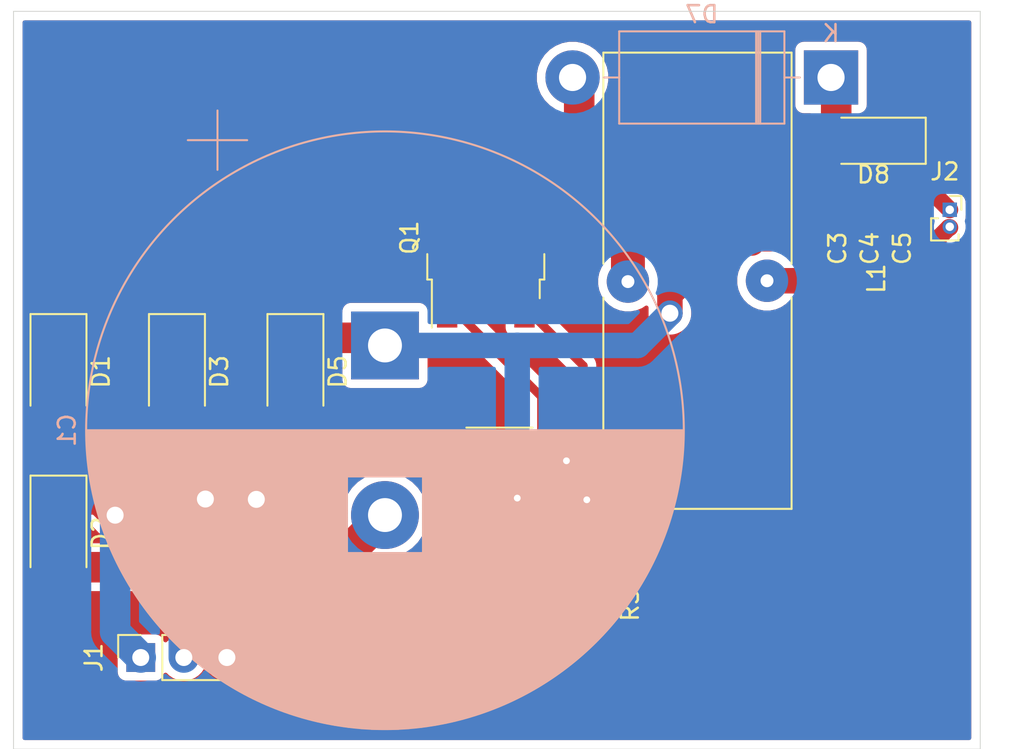
<source format=kicad_pcb>
(kicad_pcb (version 20171130) (host pcbnew "(5.1.8)-1")

  (general
    (thickness 1.6)
    (drawings 4)
    (tracks 121)
    (zones 0)
    (modules 21)
    (nets 13)
  )

  (page A4)
  (title_block
    (title "Buck Converter")
    (date 2021-01-10)
    (rev v1.1)
    (company ODTÜ)
  )

  (layers
    (0 F.Cu signal)
    (31 B.Cu signal)
    (32 B.Adhes user)
    (33 F.Adhes user)
    (34 B.Paste user)
    (35 F.Paste user)
    (36 B.SilkS user)
    (37 F.SilkS user)
    (38 B.Mask user)
    (39 F.Mask user)
    (40 Dwgs.User user)
    (41 Cmts.User user)
    (42 Eco1.User user)
    (43 Eco2.User user)
    (44 Edge.Cuts user)
    (45 Margin user)
    (46 B.CrtYd user)
    (47 F.CrtYd user)
    (48 B.Fab user)
    (49 F.Fab user)
  )

  (setup
    (last_trace_width 1.8)
    (user_trace_width 0.5)
    (user_trace_width 0.85)
    (user_trace_width 0.9)
    (user_trace_width 1)
    (user_trace_width 1.3)
    (user_trace_width 1.5)
    (user_trace_width 1.8)
    (user_trace_width 1.9)
    (user_trace_width 2)
    (user_trace_width 2.5)
    (user_trace_width 5)
    (user_trace_width 6)
    (trace_clearance 0.05)
    (zone_clearance 0.508)
    (zone_45_only no)
    (trace_min 0.2)
    (via_size 0.8)
    (via_drill 0.4)
    (via_min_size 0.4)
    (via_min_drill 0.3)
    (user_via 1.5 1)
    (uvia_size 0.3)
    (uvia_drill 0.1)
    (uvias_allowed no)
    (uvia_min_size 0.2)
    (uvia_min_drill 0.1)
    (edge_width 0.05)
    (segment_width 0.2)
    (pcb_text_width 0.3)
    (pcb_text_size 1.5 1.5)
    (mod_edge_width 0.12)
    (mod_text_size 1 1)
    (mod_text_width 0.15)
    (pad_size 1.524 1.524)
    (pad_drill 0.762)
    (pad_to_mask_clearance 0)
    (aux_axis_origin 0 0)
    (visible_elements 7FFFFFFF)
    (pcbplotparams
      (layerselection 0x010fc_ffffffff)
      (usegerberextensions false)
      (usegerberattributes true)
      (usegerberadvancedattributes true)
      (creategerberjobfile true)
      (excludeedgelayer true)
      (linewidth 0.100000)
      (plotframeref false)
      (viasonmask false)
      (mode 1)
      (useauxorigin false)
      (hpglpennumber 1)
      (hpglpenspeed 20)
      (hpglpendiameter 15.000000)
      (psnegative false)
      (psa4output false)
      (plotreference true)
      (plotvalue true)
      (plotinvisibletext false)
      (padsonsilk false)
      (subtractmaskfromsilk false)
      (outputformat 1)
      (mirror false)
      (drillshape 1)
      (scaleselection 1)
      (outputdirectory ""))
  )

  (net 0 "")
  (net 1 "Net-(C1-Pad1)")
  (net 2 GND)
  (net 3 "Net-(C2-Pad1)")
  (net 4 "Net-(C3-Pad2)")
  (net 5 "Net-(D1-Pad2)")
  (net 6 "Net-(D3-Pad2)")
  (net 7 "Net-(D5-Pad2)")
  (net 8 "Net-(D7-Pad2)")
  (net 9 "Net-(D8-Pad1)")
  (net 10 "Net-(Q1-Pad1)")
  (net 11 "Net-(Q1-Pad3)")
  (net 12 "Net-(R1-Pad1)")

  (net_class Default "This is the default net class."
    (clearance 0.05)
    (trace_width 0.6)
    (via_dia 0.8)
    (via_drill 0.4)
    (uvia_dia 0.3)
    (uvia_drill 0.1)
    (add_net GND)
    (add_net "Net-(C1-Pad1)")
    (add_net "Net-(C2-Pad1)")
    (add_net "Net-(C3-Pad2)")
    (add_net "Net-(D1-Pad2)")
    (add_net "Net-(D3-Pad2)")
    (add_net "Net-(D5-Pad2)")
    (add_net "Net-(D7-Pad2)")
    (add_net "Net-(D8-Pad1)")
    (add_net "Net-(Q1-Pad1)")
    (add_net "Net-(Q1-Pad3)")
    (add_net "Net-(R1-Pad1)")
  )

  (module Package_SO:SOIC-8_3.9x4.9mm_P1.27mm (layer F.Cu) (tedit 5D9F72B1) (tstamp 5FFB1E01)
    (at 221.1482 107.1038 180)
    (descr "SOIC, 8 Pin (JEDEC MS-012AA, https://www.analog.com/media/en/package-pcb-resources/package/pkg_pdf/soic_narrow-r/r_8.pdf), generated with kicad-footprint-generator ipc_gullwing_generator.py")
    (tags "SOIC SO")
    (path /5FF86B82)
    (attr smd)
    (fp_text reference U1 (at 0 -3.4) (layer F.SilkS)
      (effects (font (size 1 1) (thickness 0.15)))
    )
    (fp_text value HV9961LG-G (at 0 3.4) (layer F.Fab)
      (effects (font (size 1 1) (thickness 0.15)))
    )
    (fp_line (start 3.7 -2.7) (end -3.7 -2.7) (layer F.CrtYd) (width 0.05))
    (fp_line (start 3.7 2.7) (end 3.7 -2.7) (layer F.CrtYd) (width 0.05))
    (fp_line (start -3.7 2.7) (end 3.7 2.7) (layer F.CrtYd) (width 0.05))
    (fp_line (start -3.7 -2.7) (end -3.7 2.7) (layer F.CrtYd) (width 0.05))
    (fp_line (start -1.95 -1.475) (end -0.975 -2.45) (layer F.Fab) (width 0.1))
    (fp_line (start -1.95 2.45) (end -1.95 -1.475) (layer F.Fab) (width 0.1))
    (fp_line (start 1.95 2.45) (end -1.95 2.45) (layer F.Fab) (width 0.1))
    (fp_line (start 1.95 -2.45) (end 1.95 2.45) (layer F.Fab) (width 0.1))
    (fp_line (start -0.975 -2.45) (end 1.95 -2.45) (layer F.Fab) (width 0.1))
    (fp_line (start 0 -2.56) (end -3.45 -2.56) (layer F.SilkS) (width 0.12))
    (fp_line (start 0 -2.56) (end 1.95 -2.56) (layer F.SilkS) (width 0.12))
    (fp_line (start 0 2.56) (end -1.95 2.56) (layer F.SilkS) (width 0.12))
    (fp_line (start 0 2.56) (end 1.95 2.56) (layer F.SilkS) (width 0.12))
    (fp_text user %R (at 0 0) (layer F.Fab)
      (effects (font (size 0.98 0.98) (thickness 0.15)))
    )
    (pad 1 smd roundrect (at -2.475 -1.905 180) (size 1.95 0.6) (layers F.Cu F.Paste F.Mask) (roundrect_rratio 0.25)
      (net 1 "Net-(C1-Pad1)"))
    (pad 2 smd roundrect (at -2.475 -0.635 180) (size 1.95 0.6) (layers F.Cu F.Paste F.Mask) (roundrect_rratio 0.25)
      (net 11 "Net-(Q1-Pad3)"))
    (pad 3 smd roundrect (at -2.475 0.635 180) (size 1.95 0.6) (layers F.Cu F.Paste F.Mask) (roundrect_rratio 0.25)
      (net 2 GND))
    (pad 4 smd roundrect (at -2.475 1.905 180) (size 1.95 0.6) (layers F.Cu F.Paste F.Mask) (roundrect_rratio 0.25)
      (net 10 "Net-(Q1-Pad1)"))
    (pad 5 smd roundrect (at 2.475 1.905 180) (size 1.95 0.6) (layers F.Cu F.Paste F.Mask) (roundrect_rratio 0.25)
      (net 11 "Net-(Q1-Pad3)"))
    (pad 6 smd roundrect (at 2.475 0.635 180) (size 1.95 0.6) (layers F.Cu F.Paste F.Mask) (roundrect_rratio 0.25)
      (net 11 "Net-(Q1-Pad3)"))
    (pad 7 smd roundrect (at 2.475 -0.635 180) (size 1.95 0.6) (layers F.Cu F.Paste F.Mask) (roundrect_rratio 0.25)
      (net 11 "Net-(Q1-Pad3)"))
    (pad 8 smd roundrect (at 2.475 -1.905 180) (size 1.95 0.6) (layers F.Cu F.Paste F.Mask) (roundrect_rratio 0.25)
      (net 12 "Net-(R1-Pad1)"))
    (model ${KISYS3DMOD}/Package_SO.3dshapes/SOIC-8_3.9x4.9mm_P1.27mm.wrl
      (at (xyz 0 0 0))
      (scale (xyz 1 1 1))
      (rotate (xyz 0 0 0))
    )
  )

  (module kutuphane_footprint:T106-3_Inductor (layer F.Cu) (tedit 5FFAED32) (tstamp 5FFB0F40)
    (at 231.775 95.885 90)
    (path /5FF948E1)
    (fp_text reference L1 (at 0.127 11.6 90) (layer F.SilkS)
      (effects (font (size 1 1) (thickness 0.15)))
    )
    (fp_text value L (at 0 -7.239 90) (layer F.Fab)
      (effects (font (size 1 1) (thickness 0.15)))
    )
    (fp_line (start -1.3 -4.35) (end -1.15 -3.75) (layer Dwgs.User) (width 0.06))
    (fp_line (start 10.7 -4.35) (end 13.25 4.8) (layer Dwgs.User) (width 0.06))
    (fp_line (start 7.7 -4.35) (end 10.7 6.45) (layer Dwgs.User) (width 0.06))
    (fp_line (start 7.7 6.45) (end 4.7 -4.35) (layer Dwgs.User) (width 0.06))
    (fp_line (start 4.7 6.45) (end 1.7 -4.35) (layer Dwgs.User) (width 0.06))
    (fp_line (start -0.6 -1.9) (end 1.7 6.45) (layer Dwgs.User) (width 0.06))
    (fp_line (start -1.3 6.45) (end -4.3 -4.35) (layer Dwgs.User) (width 0.06))
    (fp_line (start -7.3 -4.35) (end -4.3 6.45) (layer Dwgs.User) (width 0.06))
    (fp_line (start -7.3 6.45) (end -10.3 -4.35) (layer Dwgs.User) (width 0.06))
    (fp_line (start -13.3 -4.35) (end -10.3 6.45) (layer Dwgs.User) (width 0.06))
    (fp_line (start -13.3 6.45) (end -13.3 -4.35) (layer Dwgs.User) (width 0.06))
    (fp_line (start 13.3 6.45) (end -13.3 6.45) (layer Dwgs.User) (width 0.06))
    (fp_line (start 13.3 -4.35) (end 13.3 6.45) (layer Dwgs.User) (width 0.06))
    (fp_line (start -13.3 -4.35) (end 13.3 -4.35) (layer Dwgs.User) (width 0.06))
    (fp_line (start -13.55 6.7) (end -13.55 -4.6) (layer Dwgs.User) (width 0.03))
    (fp_line (start 13.55 6.7) (end -13.55 6.7) (layer Dwgs.User) (width 0.03))
    (fp_line (start 13.55 -4.6) (end 13.55 6.7) (layer Dwgs.User) (width 0.03))
    (fp_line (start -13.55 -4.6) (end 13.55 -4.6) (layer Dwgs.User) (width 0.03))
    (fp_line (start -13.45 6.6) (end -13.45 -4.5) (layer F.SilkS) (width 0.12))
    (fp_line (start -1 6.6) (end -13.45 6.6) (layer F.SilkS) (width 0.12))
    (fp_line (start 13.45 6.6) (end 1 6.6) (layer F.SilkS) (width 0.12))
    (fp_line (start 13.45 -4.5) (end 13.45 6.6) (layer F.SilkS) (width 0.12))
    (fp_line (start 1 -4.5) (end 13.45 -4.5) (layer F.SilkS) (width 0.12))
    (fp_line (start -1 -4.5) (end -13.45 -4.5) (layer F.SilkS) (width 0.12))
    (pad 1 thru_hole circle (at -0.05 -3.05 90) (size 2.5 2.5) (drill 0.762) (layers *.Cu *.Mask)
      (net 8 "Net-(D7-Pad2)"))
    (pad 2 thru_hole circle (at 0 5.15 90) (size 2.5 2.5) (drill 0.762) (layers *.Cu *.Mask)
      (net 4 "Net-(C3-Pad2)"))
  )

  (module Capacitor_SMD:C_0402_1005Metric (layer F.Cu) (tedit 5F68FEEE) (tstamp 5FFB0DFA)
    (at 226.8 111.5 90)
    (descr "Capacitor SMD 0402 (1005 Metric), square (rectangular) end terminal, IPC_7351 nominal, (Body size source: IPC-SM-782 page 76, https://www.pcb-3d.com/wordpress/wp-content/uploads/ipc-sm-782a_amendment_1_and_2.pdf), generated with kicad-footprint-generator")
    (tags capacitor)
    (path /5FF90FA9)
    (attr smd)
    (fp_text reference C2 (at 0 -1.16 90) (layer F.SilkS)
      (effects (font (size 1 1) (thickness 0.15)))
    )
    (fp_text value CP1 (at 0 1.16 90) (layer F.Fab)
      (effects (font (size 1 1) (thickness 0.15)))
    )
    (fp_line (start -0.5 0.25) (end -0.5 -0.25) (layer F.Fab) (width 0.1))
    (fp_line (start -0.5 -0.25) (end 0.5 -0.25) (layer F.Fab) (width 0.1))
    (fp_line (start 0.5 -0.25) (end 0.5 0.25) (layer F.Fab) (width 0.1))
    (fp_line (start 0.5 0.25) (end -0.5 0.25) (layer F.Fab) (width 0.1))
    (fp_line (start -0.107836 -0.36) (end 0.107836 -0.36) (layer F.SilkS) (width 0.12))
    (fp_line (start -0.107836 0.36) (end 0.107836 0.36) (layer F.SilkS) (width 0.12))
    (fp_line (start -0.91 0.46) (end -0.91 -0.46) (layer F.CrtYd) (width 0.05))
    (fp_line (start -0.91 -0.46) (end 0.91 -0.46) (layer F.CrtYd) (width 0.05))
    (fp_line (start 0.91 -0.46) (end 0.91 0.46) (layer F.CrtYd) (width 0.05))
    (fp_line (start 0.91 0.46) (end -0.91 0.46) (layer F.CrtYd) (width 0.05))
    (fp_text user %R (at 0 0 90) (layer F.Fab)
      (effects (font (size 0.25 0.25) (thickness 0.04)))
    )
    (pad 2 smd roundrect (at 0.48 0 90) (size 0.56 0.62) (layers F.Cu F.Paste F.Mask) (roundrect_rratio 0.25)
      (net 2 GND))
    (pad 1 smd roundrect (at -0.48 0 90) (size 0.56 0.62) (layers F.Cu F.Paste F.Mask) (roundrect_rratio 0.25)
      (net 3 "Net-(C2-Pad1)"))
    (model ${KISYS3DMOD}/Capacitor_SMD.3dshapes/C_0402_1005Metric.wrl
      (at (xyz 0 0 0))
      (scale (xyz 1 1 1))
      (rotate (xyz 0 0 0))
    )
  )

  (module Capacitor_SMD:C_0201_0603Metric (layer F.Cu) (tedit 5F68FEEE) (tstamp 5FFB0E0B)
    (at 240.03 93.98 270)
    (descr "Capacitor SMD 0201 (0603 Metric), square (rectangular) end terminal, IPC_7351 nominal, (Body size source: https://www.vishay.com/docs/20052/crcw0201e3.pdf), generated with kicad-footprint-generator")
    (tags capacitor)
    (path /5FFA0F5C)
    (attr smd)
    (fp_text reference C3 (at 0 -1.05 90) (layer F.SilkS)
      (effects (font (size 1 1) (thickness 0.15)))
    )
    (fp_text value CP1 (at 0 1.05 90) (layer F.Fab)
      (effects (font (size 1 1) (thickness 0.15)))
    )
    (fp_line (start 0.7 0.35) (end -0.7 0.35) (layer F.CrtYd) (width 0.05))
    (fp_line (start 0.7 -0.35) (end 0.7 0.35) (layer F.CrtYd) (width 0.05))
    (fp_line (start -0.7 -0.35) (end 0.7 -0.35) (layer F.CrtYd) (width 0.05))
    (fp_line (start -0.7 0.35) (end -0.7 -0.35) (layer F.CrtYd) (width 0.05))
    (fp_line (start 0.3 0.15) (end -0.3 0.15) (layer F.Fab) (width 0.1))
    (fp_line (start 0.3 -0.15) (end 0.3 0.15) (layer F.Fab) (width 0.1))
    (fp_line (start -0.3 -0.15) (end 0.3 -0.15) (layer F.Fab) (width 0.1))
    (fp_line (start -0.3 0.15) (end -0.3 -0.15) (layer F.Fab) (width 0.1))
    (fp_text user %R (at 0 -0.68 90) (layer F.Fab)
      (effects (font (size 0.25 0.25) (thickness 0.04)))
    )
    (pad "" smd roundrect (at -0.345 0 270) (size 0.318 0.36) (layers F.Paste) (roundrect_rratio 0.25))
    (pad "" smd roundrect (at 0.345 0 270) (size 0.318 0.36) (layers F.Paste) (roundrect_rratio 0.25))
    (pad 1 smd roundrect (at -0.32 0 270) (size 0.46 0.4) (layers F.Cu F.Mask) (roundrect_rratio 0.25)
      (net 1 "Net-(C1-Pad1)"))
    (pad 2 smd roundrect (at 0.32 0 270) (size 0.46 0.4) (layers F.Cu F.Mask) (roundrect_rratio 0.25)
      (net 4 "Net-(C3-Pad2)"))
    (model ${KISYS3DMOD}/Capacitor_SMD.3dshapes/C_0201_0603Metric.wrl
      (at (xyz 0 0 0))
      (scale (xyz 1 1 1))
      (rotate (xyz 0 0 0))
    )
  )

  (module Capacitor_SMD:C_0201_0603Metric (layer F.Cu) (tedit 5F68FEEE) (tstamp 5FFB0E1C)
    (at 241.935 93.98 270)
    (descr "Capacitor SMD 0201 (0603 Metric), square (rectangular) end terminal, IPC_7351 nominal, (Body size source: https://www.vishay.com/docs/20052/crcw0201e3.pdf), generated with kicad-footprint-generator")
    (tags capacitor)
    (path /5FFB0889)
    (attr smd)
    (fp_text reference C4 (at 0 -1.05 90) (layer F.SilkS)
      (effects (font (size 1 1) (thickness 0.15)))
    )
    (fp_text value CP1 (at 0 1.05 90) (layer F.Fab)
      (effects (font (size 1 1) (thickness 0.15)))
    )
    (fp_line (start -0.3 0.15) (end -0.3 -0.15) (layer F.Fab) (width 0.1))
    (fp_line (start -0.3 -0.15) (end 0.3 -0.15) (layer F.Fab) (width 0.1))
    (fp_line (start 0.3 -0.15) (end 0.3 0.15) (layer F.Fab) (width 0.1))
    (fp_line (start 0.3 0.15) (end -0.3 0.15) (layer F.Fab) (width 0.1))
    (fp_line (start -0.7 0.35) (end -0.7 -0.35) (layer F.CrtYd) (width 0.05))
    (fp_line (start -0.7 -0.35) (end 0.7 -0.35) (layer F.CrtYd) (width 0.05))
    (fp_line (start 0.7 -0.35) (end 0.7 0.35) (layer F.CrtYd) (width 0.05))
    (fp_line (start 0.7 0.35) (end -0.7 0.35) (layer F.CrtYd) (width 0.05))
    (fp_text user %R (at 0 -0.68 90) (layer F.Fab)
      (effects (font (size 0.25 0.25) (thickness 0.04)))
    )
    (pad 2 smd roundrect (at 0.32 0 270) (size 0.46 0.4) (layers F.Cu F.Mask) (roundrect_rratio 0.25)
      (net 4 "Net-(C3-Pad2)"))
    (pad 1 smd roundrect (at -0.32 0 270) (size 0.46 0.4) (layers F.Cu F.Mask) (roundrect_rratio 0.25)
      (net 1 "Net-(C1-Pad1)"))
    (pad "" smd roundrect (at 0.345 0 270) (size 0.318 0.36) (layers F.Paste) (roundrect_rratio 0.25))
    (pad "" smd roundrect (at -0.345 0 270) (size 0.318 0.36) (layers F.Paste) (roundrect_rratio 0.25))
    (model ${KISYS3DMOD}/Capacitor_SMD.3dshapes/C_0201_0603Metric.wrl
      (at (xyz 0 0 0))
      (scale (xyz 1 1 1))
      (rotate (xyz 0 0 0))
    )
  )

  (module Capacitor_SMD:C_0201_0603Metric (layer F.Cu) (tedit 5F68FEEE) (tstamp 5FFB0E2D)
    (at 243.84 93.98 270)
    (descr "Capacitor SMD 0201 (0603 Metric), square (rectangular) end terminal, IPC_7351 nominal, (Body size source: https://www.vishay.com/docs/20052/crcw0201e3.pdf), generated with kicad-footprint-generator")
    (tags capacitor)
    (path /5FFB13E8)
    (attr smd)
    (fp_text reference C5 (at 0 -1.05 90) (layer F.SilkS)
      (effects (font (size 1 1) (thickness 0.15)))
    )
    (fp_text value CP1 (at 0 1.05 90) (layer F.Fab)
      (effects (font (size 1 1) (thickness 0.15)))
    )
    (fp_line (start 0.7 0.35) (end -0.7 0.35) (layer F.CrtYd) (width 0.05))
    (fp_line (start 0.7 -0.35) (end 0.7 0.35) (layer F.CrtYd) (width 0.05))
    (fp_line (start -0.7 -0.35) (end 0.7 -0.35) (layer F.CrtYd) (width 0.05))
    (fp_line (start -0.7 0.35) (end -0.7 -0.35) (layer F.CrtYd) (width 0.05))
    (fp_line (start 0.3 0.15) (end -0.3 0.15) (layer F.Fab) (width 0.1))
    (fp_line (start 0.3 -0.15) (end 0.3 0.15) (layer F.Fab) (width 0.1))
    (fp_line (start -0.3 -0.15) (end 0.3 -0.15) (layer F.Fab) (width 0.1))
    (fp_line (start -0.3 0.15) (end -0.3 -0.15) (layer F.Fab) (width 0.1))
    (fp_text user %R (at 0 -0.68 90) (layer F.Fab)
      (effects (font (size 0.25 0.25) (thickness 0.04)))
    )
    (pad "" smd roundrect (at -0.345 0 270) (size 0.318 0.36) (layers F.Paste) (roundrect_rratio 0.25))
    (pad "" smd roundrect (at 0.345 0 270) (size 0.318 0.36) (layers F.Paste) (roundrect_rratio 0.25))
    (pad 1 smd roundrect (at -0.32 0 270) (size 0.46 0.4) (layers F.Cu F.Mask) (roundrect_rratio 0.25)
      (net 1 "Net-(C1-Pad1)"))
    (pad 2 smd roundrect (at 0.32 0 270) (size 0.46 0.4) (layers F.Cu F.Mask) (roundrect_rratio 0.25)
      (net 4 "Net-(C3-Pad2)"))
    (model ${KISYS3DMOD}/Capacitor_SMD.3dshapes/C_0201_0603Metric.wrl
      (at (xyz 0 0 0))
      (scale (xyz 1 1 1))
      (rotate (xyz 0 0 0))
    )
  )

  (module Diode_SMD:D_SMA (layer F.Cu) (tedit 586432E5) (tstamp 5FFB0E45)
    (at 195.15 101.25 270)
    (descr "Diode SMA (DO-214AC)")
    (tags "Diode SMA (DO-214AC)")
    (path /5FFBE7C3)
    (attr smd)
    (fp_text reference D1 (at 0 -2.5 90) (layer F.SilkS)
      (effects (font (size 1 1) (thickness 0.15)))
    )
    (fp_text value US1G (at 0 2.6 90) (layer F.Fab)
      (effects (font (size 1 1) (thickness 0.15)))
    )
    (fp_line (start -3.4 -1.65) (end 2 -1.65) (layer F.SilkS) (width 0.12))
    (fp_line (start -3.4 1.65) (end 2 1.65) (layer F.SilkS) (width 0.12))
    (fp_line (start -0.64944 0.00102) (end 0.50118 -0.79908) (layer F.Fab) (width 0.1))
    (fp_line (start -0.64944 0.00102) (end 0.50118 0.75032) (layer F.Fab) (width 0.1))
    (fp_line (start 0.50118 0.75032) (end 0.50118 -0.79908) (layer F.Fab) (width 0.1))
    (fp_line (start -0.64944 -0.79908) (end -0.64944 0.80112) (layer F.Fab) (width 0.1))
    (fp_line (start 0.50118 0.00102) (end 1.4994 0.00102) (layer F.Fab) (width 0.1))
    (fp_line (start -0.64944 0.00102) (end -1.55114 0.00102) (layer F.Fab) (width 0.1))
    (fp_line (start -3.5 1.75) (end -3.5 -1.75) (layer F.CrtYd) (width 0.05))
    (fp_line (start 3.5 1.75) (end -3.5 1.75) (layer F.CrtYd) (width 0.05))
    (fp_line (start 3.5 -1.75) (end 3.5 1.75) (layer F.CrtYd) (width 0.05))
    (fp_line (start -3.5 -1.75) (end 3.5 -1.75) (layer F.CrtYd) (width 0.05))
    (fp_line (start 2.3 -1.5) (end -2.3 -1.5) (layer F.Fab) (width 0.1))
    (fp_line (start 2.3 -1.5) (end 2.3 1.5) (layer F.Fab) (width 0.1))
    (fp_line (start -2.3 1.5) (end -2.3 -1.5) (layer F.Fab) (width 0.1))
    (fp_line (start 2.3 1.5) (end -2.3 1.5) (layer F.Fab) (width 0.1))
    (fp_line (start -3.4 -1.65) (end -3.4 1.65) (layer F.SilkS) (width 0.12))
    (fp_text user %R (at 0 -2.5 90) (layer F.Fab)
      (effects (font (size 1 1) (thickness 0.15)))
    )
    (pad 1 smd rect (at -2 0 270) (size 2.5 1.8) (layers F.Cu F.Paste F.Mask)
      (net 1 "Net-(C1-Pad1)"))
    (pad 2 smd rect (at 2 0 270) (size 2.5 1.8) (layers F.Cu F.Paste F.Mask)
      (net 5 "Net-(D1-Pad2)"))
    (model ${KISYS3DMOD}/Diode_SMD.3dshapes/D_SMA.wrl
      (at (xyz 0 0 0))
      (scale (xyz 1 1 1))
      (rotate (xyz 0 0 0))
    )
  )

  (module Diode_SMD:D_SMA (layer F.Cu) (tedit 586432E5) (tstamp 5FFB0E5D)
    (at 195.15 110.775 270)
    (descr "Diode SMA (DO-214AC)")
    (tags "Diode SMA (DO-214AC)")
    (path /5FFD08BC)
    (attr smd)
    (fp_text reference D2 (at 0 -2.5 90) (layer F.SilkS)
      (effects (font (size 1 1) (thickness 0.15)))
    )
    (fp_text value US1G (at 0 2.6 90) (layer F.Fab)
      (effects (font (size 1 1) (thickness 0.15)))
    )
    (fp_line (start -3.4 -1.65) (end -3.4 1.65) (layer F.SilkS) (width 0.12))
    (fp_line (start 2.3 1.5) (end -2.3 1.5) (layer F.Fab) (width 0.1))
    (fp_line (start -2.3 1.5) (end -2.3 -1.5) (layer F.Fab) (width 0.1))
    (fp_line (start 2.3 -1.5) (end 2.3 1.5) (layer F.Fab) (width 0.1))
    (fp_line (start 2.3 -1.5) (end -2.3 -1.5) (layer F.Fab) (width 0.1))
    (fp_line (start -3.5 -1.75) (end 3.5 -1.75) (layer F.CrtYd) (width 0.05))
    (fp_line (start 3.5 -1.75) (end 3.5 1.75) (layer F.CrtYd) (width 0.05))
    (fp_line (start 3.5 1.75) (end -3.5 1.75) (layer F.CrtYd) (width 0.05))
    (fp_line (start -3.5 1.75) (end -3.5 -1.75) (layer F.CrtYd) (width 0.05))
    (fp_line (start -0.64944 0.00102) (end -1.55114 0.00102) (layer F.Fab) (width 0.1))
    (fp_line (start 0.50118 0.00102) (end 1.4994 0.00102) (layer F.Fab) (width 0.1))
    (fp_line (start -0.64944 -0.79908) (end -0.64944 0.80112) (layer F.Fab) (width 0.1))
    (fp_line (start 0.50118 0.75032) (end 0.50118 -0.79908) (layer F.Fab) (width 0.1))
    (fp_line (start -0.64944 0.00102) (end 0.50118 0.75032) (layer F.Fab) (width 0.1))
    (fp_line (start -0.64944 0.00102) (end 0.50118 -0.79908) (layer F.Fab) (width 0.1))
    (fp_line (start -3.4 1.65) (end 2 1.65) (layer F.SilkS) (width 0.12))
    (fp_line (start -3.4 -1.65) (end 2 -1.65) (layer F.SilkS) (width 0.12))
    (fp_text user %R (at 0 -2.5 90) (layer F.Fab)
      (effects (font (size 1 1) (thickness 0.15)))
    )
    (pad 2 smd rect (at 2 0 270) (size 2.5 1.8) (layers F.Cu F.Paste F.Mask)
      (net 2 GND))
    (pad 1 smd rect (at -2 0 270) (size 2.5 1.8) (layers F.Cu F.Paste F.Mask)
      (net 5 "Net-(D1-Pad2)"))
    (model ${KISYS3DMOD}/Diode_SMD.3dshapes/D_SMA.wrl
      (at (xyz 0 0 0))
      (scale (xyz 1 1 1))
      (rotate (xyz 0 0 0))
    )
  )

  (module Diode_SMD:D_SMA (layer F.Cu) (tedit 586432E5) (tstamp 5FFB0E75)
    (at 202.135 101.25 270)
    (descr "Diode SMA (DO-214AC)")
    (tags "Diode SMA (DO-214AC)")
    (path /5FFC5787)
    (attr smd)
    (fp_text reference D3 (at 0 -2.5 90) (layer F.SilkS)
      (effects (font (size 1 1) (thickness 0.15)))
    )
    (fp_text value US1G (at 0 2.6 90) (layer F.Fab)
      (effects (font (size 1 1) (thickness 0.15)))
    )
    (fp_line (start -3.4 -1.65) (end -3.4 1.65) (layer F.SilkS) (width 0.12))
    (fp_line (start 2.3 1.5) (end -2.3 1.5) (layer F.Fab) (width 0.1))
    (fp_line (start -2.3 1.5) (end -2.3 -1.5) (layer F.Fab) (width 0.1))
    (fp_line (start 2.3 -1.5) (end 2.3 1.5) (layer F.Fab) (width 0.1))
    (fp_line (start 2.3 -1.5) (end -2.3 -1.5) (layer F.Fab) (width 0.1))
    (fp_line (start -3.5 -1.75) (end 3.5 -1.75) (layer F.CrtYd) (width 0.05))
    (fp_line (start 3.5 -1.75) (end 3.5 1.75) (layer F.CrtYd) (width 0.05))
    (fp_line (start 3.5 1.75) (end -3.5 1.75) (layer F.CrtYd) (width 0.05))
    (fp_line (start -3.5 1.75) (end -3.5 -1.75) (layer F.CrtYd) (width 0.05))
    (fp_line (start -0.64944 0.00102) (end -1.55114 0.00102) (layer F.Fab) (width 0.1))
    (fp_line (start 0.50118 0.00102) (end 1.4994 0.00102) (layer F.Fab) (width 0.1))
    (fp_line (start -0.64944 -0.79908) (end -0.64944 0.80112) (layer F.Fab) (width 0.1))
    (fp_line (start 0.50118 0.75032) (end 0.50118 -0.79908) (layer F.Fab) (width 0.1))
    (fp_line (start -0.64944 0.00102) (end 0.50118 0.75032) (layer F.Fab) (width 0.1))
    (fp_line (start -0.64944 0.00102) (end 0.50118 -0.79908) (layer F.Fab) (width 0.1))
    (fp_line (start -3.4 1.65) (end 2 1.65) (layer F.SilkS) (width 0.12))
    (fp_line (start -3.4 -1.65) (end 2 -1.65) (layer F.SilkS) (width 0.12))
    (fp_text user %R (at 0 -2.5 90) (layer F.Fab)
      (effects (font (size 1 1) (thickness 0.15)))
    )
    (pad 2 smd rect (at 2 0 270) (size 2.5 1.8) (layers F.Cu F.Paste F.Mask)
      (net 6 "Net-(D3-Pad2)"))
    (pad 1 smd rect (at -2 0 270) (size 2.5 1.8) (layers F.Cu F.Paste F.Mask)
      (net 1 "Net-(C1-Pad1)"))
    (model ${KISYS3DMOD}/Diode_SMD.3dshapes/D_SMA.wrl
      (at (xyz 0 0 0))
      (scale (xyz 1 1 1))
      (rotate (xyz 0 0 0))
    )
  )

  (module Diode_SMD:D_SMA (layer F.Cu) (tedit 586432E5) (tstamp 5FFB0E8D)
    (at 202.135 110.775 270)
    (descr "Diode SMA (DO-214AC)")
    (tags "Diode SMA (DO-214AC)")
    (path /5FFCFBD4)
    (attr smd)
    (fp_text reference D4 (at 0 -2.5 90) (layer F.SilkS)
      (effects (font (size 1 1) (thickness 0.15)))
    )
    (fp_text value US1G (at 0 2.6 90) (layer F.Fab)
      (effects (font (size 1 1) (thickness 0.15)))
    )
    (fp_line (start -3.4 -1.65) (end 2 -1.65) (layer F.SilkS) (width 0.12))
    (fp_line (start -3.4 1.65) (end 2 1.65) (layer F.SilkS) (width 0.12))
    (fp_line (start -0.64944 0.00102) (end 0.50118 -0.79908) (layer F.Fab) (width 0.1))
    (fp_line (start -0.64944 0.00102) (end 0.50118 0.75032) (layer F.Fab) (width 0.1))
    (fp_line (start 0.50118 0.75032) (end 0.50118 -0.79908) (layer F.Fab) (width 0.1))
    (fp_line (start -0.64944 -0.79908) (end -0.64944 0.80112) (layer F.Fab) (width 0.1))
    (fp_line (start 0.50118 0.00102) (end 1.4994 0.00102) (layer F.Fab) (width 0.1))
    (fp_line (start -0.64944 0.00102) (end -1.55114 0.00102) (layer F.Fab) (width 0.1))
    (fp_line (start -3.5 1.75) (end -3.5 -1.75) (layer F.CrtYd) (width 0.05))
    (fp_line (start 3.5 1.75) (end -3.5 1.75) (layer F.CrtYd) (width 0.05))
    (fp_line (start 3.5 -1.75) (end 3.5 1.75) (layer F.CrtYd) (width 0.05))
    (fp_line (start -3.5 -1.75) (end 3.5 -1.75) (layer F.CrtYd) (width 0.05))
    (fp_line (start 2.3 -1.5) (end -2.3 -1.5) (layer F.Fab) (width 0.1))
    (fp_line (start 2.3 -1.5) (end 2.3 1.5) (layer F.Fab) (width 0.1))
    (fp_line (start -2.3 1.5) (end -2.3 -1.5) (layer F.Fab) (width 0.1))
    (fp_line (start 2.3 1.5) (end -2.3 1.5) (layer F.Fab) (width 0.1))
    (fp_line (start -3.4 -1.65) (end -3.4 1.65) (layer F.SilkS) (width 0.12))
    (fp_text user %R (at 0 -2.5 90) (layer F.Fab)
      (effects (font (size 1 1) (thickness 0.15)))
    )
    (pad 1 smd rect (at -2 0 270) (size 2.5 1.8) (layers F.Cu F.Paste F.Mask)
      (net 6 "Net-(D3-Pad2)"))
    (pad 2 smd rect (at 2 0 270) (size 2.5 1.8) (layers F.Cu F.Paste F.Mask)
      (net 2 GND))
    (model ${KISYS3DMOD}/Diode_SMD.3dshapes/D_SMA.wrl
      (at (xyz 0 0 0))
      (scale (xyz 1 1 1))
      (rotate (xyz 0 0 0))
    )
  )

  (module Diode_SMD:D_SMA (layer F.Cu) (tedit 586432E5) (tstamp 5FFB0EA5)
    (at 209.12 101.25 270)
    (descr "Diode SMA (DO-214AC)")
    (tags "Diode SMA (DO-214AC)")
    (path /5FFCE750)
    (attr smd)
    (fp_text reference D5 (at 0 -2.5 90) (layer F.SilkS)
      (effects (font (size 1 1) (thickness 0.15)))
    )
    (fp_text value US1G (at 0 2.6 90) (layer F.Fab)
      (effects (font (size 1 1) (thickness 0.15)))
    )
    (fp_line (start -3.4 -1.65) (end 2 -1.65) (layer F.SilkS) (width 0.12))
    (fp_line (start -3.4 1.65) (end 2 1.65) (layer F.SilkS) (width 0.12))
    (fp_line (start -0.64944 0.00102) (end 0.50118 -0.79908) (layer F.Fab) (width 0.1))
    (fp_line (start -0.64944 0.00102) (end 0.50118 0.75032) (layer F.Fab) (width 0.1))
    (fp_line (start 0.50118 0.75032) (end 0.50118 -0.79908) (layer F.Fab) (width 0.1))
    (fp_line (start -0.64944 -0.79908) (end -0.64944 0.80112) (layer F.Fab) (width 0.1))
    (fp_line (start 0.50118 0.00102) (end 1.4994 0.00102) (layer F.Fab) (width 0.1))
    (fp_line (start -0.64944 0.00102) (end -1.55114 0.00102) (layer F.Fab) (width 0.1))
    (fp_line (start -3.5 1.75) (end -3.5 -1.75) (layer F.CrtYd) (width 0.05))
    (fp_line (start 3.5 1.75) (end -3.5 1.75) (layer F.CrtYd) (width 0.05))
    (fp_line (start 3.5 -1.75) (end 3.5 1.75) (layer F.CrtYd) (width 0.05))
    (fp_line (start -3.5 -1.75) (end 3.5 -1.75) (layer F.CrtYd) (width 0.05))
    (fp_line (start 2.3 -1.5) (end -2.3 -1.5) (layer F.Fab) (width 0.1))
    (fp_line (start 2.3 -1.5) (end 2.3 1.5) (layer F.Fab) (width 0.1))
    (fp_line (start -2.3 1.5) (end -2.3 -1.5) (layer F.Fab) (width 0.1))
    (fp_line (start 2.3 1.5) (end -2.3 1.5) (layer F.Fab) (width 0.1))
    (fp_line (start -3.4 -1.65) (end -3.4 1.65) (layer F.SilkS) (width 0.12))
    (fp_text user %R (at 0 -2.5 90) (layer F.Fab)
      (effects (font (size 1 1) (thickness 0.15)))
    )
    (pad 1 smd rect (at -2 0 270) (size 2.5 1.8) (layers F.Cu F.Paste F.Mask)
      (net 1 "Net-(C1-Pad1)"))
    (pad 2 smd rect (at 2 0 270) (size 2.5 1.8) (layers F.Cu F.Paste F.Mask)
      (net 7 "Net-(D5-Pad2)"))
    (model ${KISYS3DMOD}/Diode_SMD.3dshapes/D_SMA.wrl
      (at (xyz 0 0 0))
      (scale (xyz 1 1 1))
      (rotate (xyz 0 0 0))
    )
  )

  (module Diode_SMD:D_SMA (layer F.Cu) (tedit 586432E5) (tstamp 5FFB0EBD)
    (at 209.12 110.775 270)
    (descr "Diode SMA (DO-214AC)")
    (tags "Diode SMA (DO-214AC)")
    (path /5FFCF1AA)
    (attr smd)
    (fp_text reference D6 (at 0 -2.5 90) (layer F.SilkS)
      (effects (font (size 1 1) (thickness 0.15)))
    )
    (fp_text value US1G (at 0 2.6 90) (layer F.Fab)
      (effects (font (size 1 1) (thickness 0.15)))
    )
    (fp_line (start -3.4 -1.65) (end -3.4 1.65) (layer F.SilkS) (width 0.12))
    (fp_line (start 2.3 1.5) (end -2.3 1.5) (layer F.Fab) (width 0.1))
    (fp_line (start -2.3 1.5) (end -2.3 -1.5) (layer F.Fab) (width 0.1))
    (fp_line (start 2.3 -1.5) (end 2.3 1.5) (layer F.Fab) (width 0.1))
    (fp_line (start 2.3 -1.5) (end -2.3 -1.5) (layer F.Fab) (width 0.1))
    (fp_line (start -3.5 -1.75) (end 3.5 -1.75) (layer F.CrtYd) (width 0.05))
    (fp_line (start 3.5 -1.75) (end 3.5 1.75) (layer F.CrtYd) (width 0.05))
    (fp_line (start 3.5 1.75) (end -3.5 1.75) (layer F.CrtYd) (width 0.05))
    (fp_line (start -3.5 1.75) (end -3.5 -1.75) (layer F.CrtYd) (width 0.05))
    (fp_line (start -0.64944 0.00102) (end -1.55114 0.00102) (layer F.Fab) (width 0.1))
    (fp_line (start 0.50118 0.00102) (end 1.4994 0.00102) (layer F.Fab) (width 0.1))
    (fp_line (start -0.64944 -0.79908) (end -0.64944 0.80112) (layer F.Fab) (width 0.1))
    (fp_line (start 0.50118 0.75032) (end 0.50118 -0.79908) (layer F.Fab) (width 0.1))
    (fp_line (start -0.64944 0.00102) (end 0.50118 0.75032) (layer F.Fab) (width 0.1))
    (fp_line (start -0.64944 0.00102) (end 0.50118 -0.79908) (layer F.Fab) (width 0.1))
    (fp_line (start -3.4 1.65) (end 2 1.65) (layer F.SilkS) (width 0.12))
    (fp_line (start -3.4 -1.65) (end 2 -1.65) (layer F.SilkS) (width 0.12))
    (fp_text user %R (at 0 -2.5 90) (layer F.Fab)
      (effects (font (size 1 1) (thickness 0.15)))
    )
    (pad 2 smd rect (at 2 0 270) (size 2.5 1.8) (layers F.Cu F.Paste F.Mask)
      (net 2 GND))
    (pad 1 smd rect (at -2 0 270) (size 2.5 1.8) (layers F.Cu F.Paste F.Mask)
      (net 7 "Net-(D5-Pad2)"))
    (model ${KISYS3DMOD}/Diode_SMD.3dshapes/D_SMA.wrl
      (at (xyz 0 0 0))
      (scale (xyz 1 1 1))
      (rotate (xyz 0 0 0))
    )
  )

  (module Diode_THT:D_DO-201AD_P15.24mm_Horizontal (layer B.Cu) (tedit 5AE50CD5) (tstamp 5FFB0EDC)
    (at 240.7 83.9 180)
    (descr "Diode, DO-201AD series, Axial, Horizontal, pin pitch=15.24mm, , length*diameter=9.5*5.2mm^2, , http://www.diodes.com/_files/packages/DO-201AD.pdf")
    (tags "Diode DO-201AD series Axial Horizontal pin pitch 15.24mm  length 9.5mm diameter 5.2mm")
    (path /5FFDD25C)
    (fp_text reference D7 (at 7.62 3.72) (layer B.SilkS)
      (effects (font (size 1 1) (thickness 0.15)) (justify mirror))
    )
    (fp_text value UF5404-E3/54 (at 7.62 -3.72) (layer B.Fab)
      (effects (font (size 1 1) (thickness 0.15)) (justify mirror))
    )
    (fp_line (start 17.09 2.85) (end -1.85 2.85) (layer B.CrtYd) (width 0.05))
    (fp_line (start 17.09 -2.85) (end 17.09 2.85) (layer B.CrtYd) (width 0.05))
    (fp_line (start -1.85 -2.85) (end 17.09 -2.85) (layer B.CrtYd) (width 0.05))
    (fp_line (start -1.85 2.85) (end -1.85 -2.85) (layer B.CrtYd) (width 0.05))
    (fp_line (start 4.175 2.72) (end 4.175 -2.72) (layer B.SilkS) (width 0.12))
    (fp_line (start 4.415 2.72) (end 4.415 -2.72) (layer B.SilkS) (width 0.12))
    (fp_line (start 4.295 2.72) (end 4.295 -2.72) (layer B.SilkS) (width 0.12))
    (fp_line (start 13.4 0) (end 12.49 0) (layer B.SilkS) (width 0.12))
    (fp_line (start 1.84 0) (end 2.75 0) (layer B.SilkS) (width 0.12))
    (fp_line (start 12.49 2.72) (end 2.75 2.72) (layer B.SilkS) (width 0.12))
    (fp_line (start 12.49 -2.72) (end 12.49 2.72) (layer B.SilkS) (width 0.12))
    (fp_line (start 2.75 -2.72) (end 12.49 -2.72) (layer B.SilkS) (width 0.12))
    (fp_line (start 2.75 2.72) (end 2.75 -2.72) (layer B.SilkS) (width 0.12))
    (fp_line (start 4.195 2.6) (end 4.195 -2.6) (layer B.Fab) (width 0.1))
    (fp_line (start 4.395 2.6) (end 4.395 -2.6) (layer B.Fab) (width 0.1))
    (fp_line (start 4.295 2.6) (end 4.295 -2.6) (layer B.Fab) (width 0.1))
    (fp_line (start 15.24 0) (end 12.37 0) (layer B.Fab) (width 0.1))
    (fp_line (start 0 0) (end 2.87 0) (layer B.Fab) (width 0.1))
    (fp_line (start 12.37 2.6) (end 2.87 2.6) (layer B.Fab) (width 0.1))
    (fp_line (start 12.37 -2.6) (end 12.37 2.6) (layer B.Fab) (width 0.1))
    (fp_line (start 2.87 -2.6) (end 12.37 -2.6) (layer B.Fab) (width 0.1))
    (fp_line (start 2.87 2.6) (end 2.87 -2.6) (layer B.Fab) (width 0.1))
    (fp_text user %R (at 8.3325 0) (layer B.Fab)
      (effects (font (size 1 1) (thickness 0.15)) (justify mirror))
    )
    (fp_text user K (at 0 2.6) (layer B.Fab)
      (effects (font (size 1 1) (thickness 0.15)) (justify mirror))
    )
    (fp_text user K (at 0 2.6) (layer B.SilkS)
      (effects (font (size 1 1) (thickness 0.15)) (justify mirror))
    )
    (pad 1 thru_hole rect (at 0 0 180) (size 3.2 3.2) (drill 1.6) (layers *.Cu *.Mask)
      (net 1 "Net-(C1-Pad1)"))
    (pad 2 thru_hole oval (at 15.24 0 180) (size 3.2 3.2) (drill 1.6) (layers *.Cu *.Mask)
      (net 8 "Net-(D7-Pad2)"))
    (model ${KISYS3DMOD}/Diode_THT.3dshapes/D_DO-201AD_P15.24mm_Horizontal.wrl
      (at (xyz 0 0 0))
      (scale (xyz 1 1 1))
      (rotate (xyz 0 0 0))
    )
  )

  (module Diode_SMD:D_SOD-128 (layer F.Cu) (tedit 5D3216F4) (tstamp 5FFB0EF5)
    (at 243.205 87.63 180)
    (descr "D_SOD-128 (CFP5 SlimSMAW), https://assets.nexperia.com/documents/outline-drawing/SOD128.pdf")
    (tags D_SOD-128)
    (path /5FFE3A52)
    (attr smd)
    (fp_text reference D8 (at 0 -2) (layer F.SilkS)
      (effects (font (size 1 1) (thickness 0.15)))
    )
    (fp_text value PMEG6030EP,115 (at 0 2) (layer F.Fab)
      (effects (font (size 1 1) (thickness 0.15)))
    )
    (fp_line (start -3.08 -1.36) (end 1.9 -1.36) (layer F.SilkS) (width 0.12))
    (fp_line (start -3.08 1.36) (end 1.9 1.36) (layer F.SilkS) (width 0.12))
    (fp_line (start -3.15 -1.5) (end -3.15 1.5) (layer F.CrtYd) (width 0.05))
    (fp_line (start 3.15 1.5) (end -3.15 1.5) (layer F.CrtYd) (width 0.05))
    (fp_line (start 3.15 -1.5) (end 3.15 1.5) (layer F.CrtYd) (width 0.05))
    (fp_line (start -3.15 -1.5) (end 3.15 -1.5) (layer F.CrtYd) (width 0.05))
    (fp_line (start -1.9 -1.25) (end 1.9 -1.25) (layer F.Fab) (width 0.1))
    (fp_line (start 1.9 -1.25) (end 1.9 1.25) (layer F.Fab) (width 0.1))
    (fp_line (start 1.9 1.25) (end -1.9 1.25) (layer F.Fab) (width 0.1))
    (fp_line (start -1.9 1.25) (end -1.9 -1.25) (layer F.Fab) (width 0.1))
    (fp_line (start -0.75 0) (end -0.35 0) (layer F.Fab) (width 0.1))
    (fp_line (start -0.35 0) (end -0.35 -0.55) (layer F.Fab) (width 0.1))
    (fp_line (start -0.35 0) (end -0.35 0.55) (layer F.Fab) (width 0.1))
    (fp_line (start -0.35 0) (end 0.25 -0.4) (layer F.Fab) (width 0.1))
    (fp_line (start 0.25 -0.4) (end 0.25 0.4) (layer F.Fab) (width 0.1))
    (fp_line (start 0.25 0.4) (end -0.35 0) (layer F.Fab) (width 0.1))
    (fp_line (start 0.25 0) (end 0.75 0) (layer F.Fab) (width 0.1))
    (fp_line (start -3.08 -1.36) (end -3.08 1.36) (layer F.SilkS) (width 0.12))
    (fp_text user %R (at 0 -2) (layer F.Fab)
      (effects (font (size 1 1) (thickness 0.15)))
    )
    (pad 1 smd rect (at -2.2 0 180) (size 1.4 2.1) (layers F.Cu F.Paste F.Mask)
      (net 9 "Net-(D8-Pad1)"))
    (pad 2 smd rect (at 2.2 0 180) (size 1.4 2.1) (layers F.Cu F.Paste F.Mask)
      (net 1 "Net-(C1-Pad1)"))
    (model ${KISYS3DMOD}/Diode_SMD.3dshapes/D_SOD-128.wrl
      (at (xyz 0 0 0))
      (scale (xyz 1 1 1))
      (rotate (xyz 0 0 0))
    )
  )

  (module Package_TO_SOT_SMD:TO-252-2 (layer F.Cu) (tedit 5A70A390) (tstamp 5FFB0F64)
    (at 220.345 93.345 90)
    (descr "TO-252 / DPAK SMD package, http://www.infineon.com/cms/en/product/packages/PG-TO252/PG-TO252-3-1/")
    (tags "DPAK TO-252 DPAK-3 TO-252-3 SOT-428")
    (path /5FF8EC2D)
    (attr smd)
    (fp_text reference Q1 (at 0 -4.5 90) (layer F.SilkS)
      (effects (font (size 1 1) (thickness 0.15)))
    )
    (fp_text value IPD50R650CE (at 0 4.5 90) (layer F.Fab)
      (effects (font (size 1 1) (thickness 0.15)))
    )
    (fp_line (start 3.95 -2.7) (end 4.95 -2.7) (layer F.Fab) (width 0.1))
    (fp_line (start 4.95 -2.7) (end 4.95 2.7) (layer F.Fab) (width 0.1))
    (fp_line (start 4.95 2.7) (end 3.95 2.7) (layer F.Fab) (width 0.1))
    (fp_line (start 3.95 -3.25) (end 3.95 3.25) (layer F.Fab) (width 0.1))
    (fp_line (start 3.95 3.25) (end -2.27 3.25) (layer F.Fab) (width 0.1))
    (fp_line (start -2.27 3.25) (end -2.27 -2.25) (layer F.Fab) (width 0.1))
    (fp_line (start -2.27 -2.25) (end -1.27 -3.25) (layer F.Fab) (width 0.1))
    (fp_line (start -1.27 -3.25) (end 3.95 -3.25) (layer F.Fab) (width 0.1))
    (fp_line (start -1.865 -2.655) (end -4.97 -2.655) (layer F.Fab) (width 0.1))
    (fp_line (start -4.97 -2.655) (end -4.97 -1.905) (layer F.Fab) (width 0.1))
    (fp_line (start -4.97 -1.905) (end -2.27 -1.905) (layer F.Fab) (width 0.1))
    (fp_line (start -2.27 1.905) (end -4.97 1.905) (layer F.Fab) (width 0.1))
    (fp_line (start -4.97 1.905) (end -4.97 2.655) (layer F.Fab) (width 0.1))
    (fp_line (start -4.97 2.655) (end -2.27 2.655) (layer F.Fab) (width 0.1))
    (fp_line (start -0.97 -3.45) (end -2.47 -3.45) (layer F.SilkS) (width 0.12))
    (fp_line (start -2.47 -3.45) (end -2.47 -3.18) (layer F.SilkS) (width 0.12))
    (fp_line (start -2.47 -3.18) (end -5.3 -3.18) (layer F.SilkS) (width 0.12))
    (fp_line (start -0.97 3.45) (end -2.47 3.45) (layer F.SilkS) (width 0.12))
    (fp_line (start -2.47 3.45) (end -2.47 3.18) (layer F.SilkS) (width 0.12))
    (fp_line (start -2.47 3.18) (end -3.57 3.18) (layer F.SilkS) (width 0.12))
    (fp_line (start -5.55 -3.5) (end -5.55 3.5) (layer F.CrtYd) (width 0.05))
    (fp_line (start -5.55 3.5) (end 5.55 3.5) (layer F.CrtYd) (width 0.05))
    (fp_line (start 5.55 3.5) (end 5.55 -3.5) (layer F.CrtYd) (width 0.05))
    (fp_line (start 5.55 -3.5) (end -5.55 -3.5) (layer F.CrtYd) (width 0.05))
    (fp_text user %R (at 0 0 90) (layer F.Fab)
      (effects (font (size 1 1) (thickness 0.15)))
    )
    (pad "" smd rect (at 0.425 1.525 90) (size 3.05 2.75) (layers F.Paste))
    (pad "" smd rect (at 3.775 -1.525 90) (size 3.05 2.75) (layers F.Paste))
    (pad "" smd rect (at 0.425 -1.525 90) (size 3.05 2.75) (layers F.Paste))
    (pad "" smd rect (at 3.775 1.525 90) (size 3.05 2.75) (layers F.Paste))
    (pad 2 smd rect (at 2.1 0 90) (size 6.4 5.8) (layers F.Cu F.Mask)
      (net 8 "Net-(D7-Pad2)"))
    (pad 3 smd rect (at -4.2 2.28 90) (size 2.2 1.2) (layers F.Cu F.Paste F.Mask)
      (net 11 "Net-(Q1-Pad3)"))
    (pad 1 smd rect (at -4.2 -2.28 90) (size 2.2 1.2) (layers F.Cu F.Paste F.Mask)
      (net 10 "Net-(Q1-Pad1)"))
    (model ${KISYS3DMOD}/Package_TO_SOT_SMD.3dshapes/TO-252-2.wrl
      (at (xyz 0 0 0))
      (scale (xyz 1 1 1))
      (rotate (xyz 0 0 0))
    )
  )

  (module Capacitor_THT:CP_Radial_D35.0mm_P10.00mm_SnapIn (layer B.Cu) (tedit 5AE50EF1) (tstamp 6000A3E2)
    (at 214.4 99.7 270)
    (descr "CP, Radial series, Radial, pin pitch=10.00mm, , diameter=35mm, Electrolytic Capacitor, , http://www.vishay.com/docs/28342/058059pll-si.pdf")
    (tags "CP Radial series Radial pin pitch 10.00mm  diameter 35mm Electrolytic Capacitor")
    (path /5FF95D6D)
    (fp_text reference C1 (at 5 18.75 90) (layer B.SilkS)
      (effects (font (size 1 1) (thickness 0.15)) (justify mirror))
    )
    (fp_text value CP1 (at 5 -18.75 90) (layer B.Fab)
      (effects (font (size 1 1) (thickness 0.15)) (justify mirror))
    )
    (fp_line (start -12.104002 11.625) (end -12.104002 8.125) (layer B.SilkS) (width 0.12))
    (fp_line (start -13.854002 9.875) (end -10.354002 9.875) (layer B.SilkS) (width 0.12))
    (fp_line (start 22.6 0.8) (end 22.6 -0.8) (layer B.SilkS) (width 0.12))
    (fp_line (start 22.56 1.413) (end 22.56 -1.413) (layer B.SilkS) (width 0.12))
    (fp_line (start 22.52 1.835) (end 22.52 -1.835) (layer B.SilkS) (width 0.12))
    (fp_line (start 22.48 2.177) (end 22.48 -2.177) (layer B.SilkS) (width 0.12))
    (fp_line (start 22.44 2.473) (end 22.44 -2.473) (layer B.SilkS) (width 0.12))
    (fp_line (start 22.4 2.736) (end 22.4 -2.736) (layer B.SilkS) (width 0.12))
    (fp_line (start 22.36 2.976) (end 22.36 -2.976) (layer B.SilkS) (width 0.12))
    (fp_line (start 22.32 3.198) (end 22.32 -3.198) (layer B.SilkS) (width 0.12))
    (fp_line (start 22.28 3.405) (end 22.28 -3.405) (layer B.SilkS) (width 0.12))
    (fp_line (start 22.24 3.6) (end 22.24 -3.6) (layer B.SilkS) (width 0.12))
    (fp_line (start 22.2 3.785) (end 22.2 -3.785) (layer B.SilkS) (width 0.12))
    (fp_line (start 22.16 3.96) (end 22.16 -3.96) (layer B.SilkS) (width 0.12))
    (fp_line (start 22.12 4.128) (end 22.12 -4.128) (layer B.SilkS) (width 0.12))
    (fp_line (start 22.08 4.289) (end 22.08 -4.289) (layer B.SilkS) (width 0.12))
    (fp_line (start 22.04 4.444) (end 22.04 -4.444) (layer B.SilkS) (width 0.12))
    (fp_line (start 22 4.593) (end 22 -4.593) (layer B.SilkS) (width 0.12))
    (fp_line (start 21.96 4.738) (end 21.96 -4.738) (layer B.SilkS) (width 0.12))
    (fp_line (start 21.92 4.878) (end 21.92 -4.878) (layer B.SilkS) (width 0.12))
    (fp_line (start 21.88 5.013) (end 21.88 -5.013) (layer B.SilkS) (width 0.12))
    (fp_line (start 21.84 5.145) (end 21.84 -5.145) (layer B.SilkS) (width 0.12))
    (fp_line (start 21.8 5.273) (end 21.8 -5.273) (layer B.SilkS) (width 0.12))
    (fp_line (start 21.76 5.398) (end 21.76 -5.398) (layer B.SilkS) (width 0.12))
    (fp_line (start 21.72 5.52) (end 21.72 -5.52) (layer B.SilkS) (width 0.12))
    (fp_line (start 21.68 5.639) (end 21.68 -5.639) (layer B.SilkS) (width 0.12))
    (fp_line (start 21.64 5.755) (end 21.64 -5.755) (layer B.SilkS) (width 0.12))
    (fp_line (start 21.6 5.868) (end 21.6 -5.868) (layer B.SilkS) (width 0.12))
    (fp_line (start 21.56 5.98) (end 21.56 -5.98) (layer B.SilkS) (width 0.12))
    (fp_line (start 21.52 6.089) (end 21.52 -6.089) (layer B.SilkS) (width 0.12))
    (fp_line (start 21.48 6.195) (end 21.48 -6.195) (layer B.SilkS) (width 0.12))
    (fp_line (start 21.44 6.3) (end 21.44 -6.3) (layer B.SilkS) (width 0.12))
    (fp_line (start 21.4 6.403) (end 21.4 -6.403) (layer B.SilkS) (width 0.12))
    (fp_line (start 21.36 6.504) (end 21.36 -6.504) (layer B.SilkS) (width 0.12))
    (fp_line (start 21.32 6.603) (end 21.32 -6.603) (layer B.SilkS) (width 0.12))
    (fp_line (start 21.28 6.7) (end 21.28 -6.7) (layer B.SilkS) (width 0.12))
    (fp_line (start 21.24 6.796) (end 21.24 -6.796) (layer B.SilkS) (width 0.12))
    (fp_line (start 21.2 6.89) (end 21.2 -6.89) (layer B.SilkS) (width 0.12))
    (fp_line (start 21.16 6.983) (end 21.16 -6.983) (layer B.SilkS) (width 0.12))
    (fp_line (start 21.12 7.075) (end 21.12 -7.075) (layer B.SilkS) (width 0.12))
    (fp_line (start 21.08 7.165) (end 21.08 -7.165) (layer B.SilkS) (width 0.12))
    (fp_line (start 21.04 7.253) (end 21.04 -7.253) (layer B.SilkS) (width 0.12))
    (fp_line (start 21 7.341) (end 21 -7.341) (layer B.SilkS) (width 0.12))
    (fp_line (start 20.96 7.427) (end 20.96 -7.427) (layer B.SilkS) (width 0.12))
    (fp_line (start 20.92 7.512) (end 20.92 -7.512) (layer B.SilkS) (width 0.12))
    (fp_line (start 20.88 7.595) (end 20.88 -7.595) (layer B.SilkS) (width 0.12))
    (fp_line (start 20.84 7.678) (end 20.84 -7.678) (layer B.SilkS) (width 0.12))
    (fp_line (start 20.8 7.759) (end 20.8 -7.759) (layer B.SilkS) (width 0.12))
    (fp_line (start 20.76 7.84) (end 20.76 -7.84) (layer B.SilkS) (width 0.12))
    (fp_line (start 20.72 7.92) (end 20.72 -7.92) (layer B.SilkS) (width 0.12))
    (fp_line (start 20.68 7.998) (end 20.68 -7.998) (layer B.SilkS) (width 0.12))
    (fp_line (start 20.64 8.076) (end 20.64 -8.076) (layer B.SilkS) (width 0.12))
    (fp_line (start 20.6 8.152) (end 20.6 -8.152) (layer B.SilkS) (width 0.12))
    (fp_line (start 20.56 8.228) (end 20.56 -8.228) (layer B.SilkS) (width 0.12))
    (fp_line (start 20.52 8.303) (end 20.52 -8.303) (layer B.SilkS) (width 0.12))
    (fp_line (start 20.48 8.377) (end 20.48 -8.377) (layer B.SilkS) (width 0.12))
    (fp_line (start 20.44 8.45) (end 20.44 -8.45) (layer B.SilkS) (width 0.12))
    (fp_line (start 20.4 8.522) (end 20.4 -8.522) (layer B.SilkS) (width 0.12))
    (fp_line (start 20.36 8.594) (end 20.36 -8.594) (layer B.SilkS) (width 0.12))
    (fp_line (start 20.32 8.665) (end 20.32 -8.665) (layer B.SilkS) (width 0.12))
    (fp_line (start 20.28 8.735) (end 20.28 -8.735) (layer B.SilkS) (width 0.12))
    (fp_line (start 20.24 8.804) (end 20.24 -8.804) (layer B.SilkS) (width 0.12))
    (fp_line (start 20.2 8.873) (end 20.2 -8.873) (layer B.SilkS) (width 0.12))
    (fp_line (start 20.16 8.94) (end 20.16 -8.94) (layer B.SilkS) (width 0.12))
    (fp_line (start 20.12 9.008) (end 20.12 -9.008) (layer B.SilkS) (width 0.12))
    (fp_line (start 20.08 9.074) (end 20.08 -9.074) (layer B.SilkS) (width 0.12))
    (fp_line (start 20.04 9.14) (end 20.04 -9.14) (layer B.SilkS) (width 0.12))
    (fp_line (start 20 9.205) (end 20 -9.205) (layer B.SilkS) (width 0.12))
    (fp_line (start 19.96 9.27) (end 19.96 -9.27) (layer B.SilkS) (width 0.12))
    (fp_line (start 19.92 9.334) (end 19.92 -9.334) (layer B.SilkS) (width 0.12))
    (fp_line (start 19.88 9.397) (end 19.88 -9.397) (layer B.SilkS) (width 0.12))
    (fp_line (start 19.84 9.46) (end 19.84 -9.46) (layer B.SilkS) (width 0.12))
    (fp_line (start 19.8 9.522) (end 19.8 -9.522) (layer B.SilkS) (width 0.12))
    (fp_line (start 19.76 9.584) (end 19.76 -9.584) (layer B.SilkS) (width 0.12))
    (fp_line (start 19.72 9.645) (end 19.72 -9.645) (layer B.SilkS) (width 0.12))
    (fp_line (start 19.68 9.705) (end 19.68 -9.705) (layer B.SilkS) (width 0.12))
    (fp_line (start 19.64 9.765) (end 19.64 -9.765) (layer B.SilkS) (width 0.12))
    (fp_line (start 19.6 9.825) (end 19.6 -9.825) (layer B.SilkS) (width 0.12))
    (fp_line (start 19.56 9.884) (end 19.56 -9.884) (layer B.SilkS) (width 0.12))
    (fp_line (start 19.52 9.942) (end 19.52 -9.942) (layer B.SilkS) (width 0.12))
    (fp_line (start 19.48 10) (end 19.48 -10) (layer B.SilkS) (width 0.12))
    (fp_line (start 19.44 10.058) (end 19.44 -10.058) (layer B.SilkS) (width 0.12))
    (fp_line (start 19.4 10.115) (end 19.4 -10.115) (layer B.SilkS) (width 0.12))
    (fp_line (start 19.36 10.171) (end 19.36 -10.171) (layer B.SilkS) (width 0.12))
    (fp_line (start 19.32 10.227) (end 19.32 -10.227) (layer B.SilkS) (width 0.12))
    (fp_line (start 19.28 10.283) (end 19.28 -10.283) (layer B.SilkS) (width 0.12))
    (fp_line (start 19.24 10.338) (end 19.24 -10.338) (layer B.SilkS) (width 0.12))
    (fp_line (start 19.2 10.392) (end 19.2 -10.392) (layer B.SilkS) (width 0.12))
    (fp_line (start 19.16 10.447) (end 19.16 -10.447) (layer B.SilkS) (width 0.12))
    (fp_line (start 19.12 10.5) (end 19.12 -10.5) (layer B.SilkS) (width 0.12))
    (fp_line (start 19.08 10.554) (end 19.08 -10.554) (layer B.SilkS) (width 0.12))
    (fp_line (start 19.04 10.607) (end 19.04 -10.607) (layer B.SilkS) (width 0.12))
    (fp_line (start 19 10.659) (end 19 -10.659) (layer B.SilkS) (width 0.12))
    (fp_line (start 18.96 10.711) (end 18.96 -10.711) (layer B.SilkS) (width 0.12))
    (fp_line (start 18.92 10.763) (end 18.92 -10.763) (layer B.SilkS) (width 0.12))
    (fp_line (start 18.88 10.815) (end 18.88 -10.815) (layer B.SilkS) (width 0.12))
    (fp_line (start 18.84 10.865) (end 18.84 -10.865) (layer B.SilkS) (width 0.12))
    (fp_line (start 18.8 10.916) (end 18.8 -10.916) (layer B.SilkS) (width 0.12))
    (fp_line (start 18.76 10.966) (end 18.76 -10.966) (layer B.SilkS) (width 0.12))
    (fp_line (start 18.72 11.016) (end 18.72 -11.016) (layer B.SilkS) (width 0.12))
    (fp_line (start 18.68 11.066) (end 18.68 -11.066) (layer B.SilkS) (width 0.12))
    (fp_line (start 18.64 11.115) (end 18.64 -11.115) (layer B.SilkS) (width 0.12))
    (fp_line (start 18.6 11.163) (end 18.6 -11.163) (layer B.SilkS) (width 0.12))
    (fp_line (start 18.56 11.212) (end 18.56 -11.212) (layer B.SilkS) (width 0.12))
    (fp_line (start 18.52 11.26) (end 18.52 -11.26) (layer B.SilkS) (width 0.12))
    (fp_line (start 18.48 11.307) (end 18.48 -11.307) (layer B.SilkS) (width 0.12))
    (fp_line (start 18.44 11.355) (end 18.44 -11.355) (layer B.SilkS) (width 0.12))
    (fp_line (start 18.4 11.402) (end 18.4 -11.402) (layer B.SilkS) (width 0.12))
    (fp_line (start 18.36 11.449) (end 18.36 -11.449) (layer B.SilkS) (width 0.12))
    (fp_line (start 18.32 11.495) (end 18.32 -11.495) (layer B.SilkS) (width 0.12))
    (fp_line (start 18.28 11.541) (end 18.28 -11.541) (layer B.SilkS) (width 0.12))
    (fp_line (start 18.24 11.587) (end 18.24 -11.587) (layer B.SilkS) (width 0.12))
    (fp_line (start 18.2 11.632) (end 18.2 -11.632) (layer B.SilkS) (width 0.12))
    (fp_line (start 18.16 11.677) (end 18.16 -11.677) (layer B.SilkS) (width 0.12))
    (fp_line (start 18.12 11.722) (end 18.12 -11.722) (layer B.SilkS) (width 0.12))
    (fp_line (start 18.08 11.766) (end 18.08 -11.766) (layer B.SilkS) (width 0.12))
    (fp_line (start 18.04 11.811) (end 18.04 -11.811) (layer B.SilkS) (width 0.12))
    (fp_line (start 18 11.854) (end 18 -11.854) (layer B.SilkS) (width 0.12))
    (fp_line (start 17.96 11.898) (end 17.96 -11.898) (layer B.SilkS) (width 0.12))
    (fp_line (start 17.92 11.941) (end 17.92 -11.941) (layer B.SilkS) (width 0.12))
    (fp_line (start 17.88 11.984) (end 17.88 -11.984) (layer B.SilkS) (width 0.12))
    (fp_line (start 17.84 12.027) (end 17.84 -12.027) (layer B.SilkS) (width 0.12))
    (fp_line (start 17.8 12.069) (end 17.8 -12.069) (layer B.SilkS) (width 0.12))
    (fp_line (start 17.76 12.111) (end 17.76 -12.111) (layer B.SilkS) (width 0.12))
    (fp_line (start 17.72 12.153) (end 17.72 -12.153) (layer B.SilkS) (width 0.12))
    (fp_line (start 17.68 12.195) (end 17.68 -12.195) (layer B.SilkS) (width 0.12))
    (fp_line (start 17.64 12.236) (end 17.64 -12.236) (layer B.SilkS) (width 0.12))
    (fp_line (start 17.6 12.277) (end 17.6 -12.277) (layer B.SilkS) (width 0.12))
    (fp_line (start 17.56 12.318) (end 17.56 -12.318) (layer B.SilkS) (width 0.12))
    (fp_line (start 17.52 12.359) (end 17.52 -12.359) (layer B.SilkS) (width 0.12))
    (fp_line (start 17.48 12.399) (end 17.48 -12.399) (layer B.SilkS) (width 0.12))
    (fp_line (start 17.44 12.439) (end 17.44 -12.439) (layer B.SilkS) (width 0.12))
    (fp_line (start 17.4 12.479) (end 17.4 -12.479) (layer B.SilkS) (width 0.12))
    (fp_line (start 17.36 12.518) (end 17.36 -12.518) (layer B.SilkS) (width 0.12))
    (fp_line (start 17.32 12.557) (end 17.32 -12.557) (layer B.SilkS) (width 0.12))
    (fp_line (start 17.28 12.596) (end 17.28 -12.596) (layer B.SilkS) (width 0.12))
    (fp_line (start 17.24 12.635) (end 17.24 -12.635) (layer B.SilkS) (width 0.12))
    (fp_line (start 17.2 12.674) (end 17.2 -12.674) (layer B.SilkS) (width 0.12))
    (fp_line (start 17.16 12.712) (end 17.16 -12.712) (layer B.SilkS) (width 0.12))
    (fp_line (start 17.12 12.75) (end 17.12 -12.75) (layer B.SilkS) (width 0.12))
    (fp_line (start 17.08 12.788) (end 17.08 -12.788) (layer B.SilkS) (width 0.12))
    (fp_line (start 17.04 12.825) (end 17.04 -12.825) (layer B.SilkS) (width 0.12))
    (fp_line (start 17 12.863) (end 17 -12.863) (layer B.SilkS) (width 0.12))
    (fp_line (start 16.96 12.9) (end 16.96 -12.9) (layer B.SilkS) (width 0.12))
    (fp_line (start 16.92 12.937) (end 16.92 -12.937) (layer B.SilkS) (width 0.12))
    (fp_line (start 16.88 12.973) (end 16.88 -12.973) (layer B.SilkS) (width 0.12))
    (fp_line (start 16.84 13.01) (end 16.84 -13.01) (layer B.SilkS) (width 0.12))
    (fp_line (start 16.8 13.046) (end 16.8 -13.046) (layer B.SilkS) (width 0.12))
    (fp_line (start 16.76 13.082) (end 16.76 -13.082) (layer B.SilkS) (width 0.12))
    (fp_line (start 16.72 13.117) (end 16.72 -13.117) (layer B.SilkS) (width 0.12))
    (fp_line (start 16.68 13.153) (end 16.68 -13.153) (layer B.SilkS) (width 0.12))
    (fp_line (start 16.64 13.188) (end 16.64 -13.188) (layer B.SilkS) (width 0.12))
    (fp_line (start 16.6 13.223) (end 16.6 -13.223) (layer B.SilkS) (width 0.12))
    (fp_line (start 16.56 13.258) (end 16.56 -13.258) (layer B.SilkS) (width 0.12))
    (fp_line (start 16.52 13.293) (end 16.52 -13.293) (layer B.SilkS) (width 0.12))
    (fp_line (start 16.48 13.327) (end 16.48 -13.327) (layer B.SilkS) (width 0.12))
    (fp_line (start 16.44 13.362) (end 16.44 -13.362) (layer B.SilkS) (width 0.12))
    (fp_line (start 16.4 13.396) (end 16.4 -13.396) (layer B.SilkS) (width 0.12))
    (fp_line (start 16.36 13.43) (end 16.36 -13.43) (layer B.SilkS) (width 0.12))
    (fp_line (start 16.32 13.463) (end 16.32 -13.463) (layer B.SilkS) (width 0.12))
    (fp_line (start 16.28 13.497) (end 16.28 -13.497) (layer B.SilkS) (width 0.12))
    (fp_line (start 16.24 13.53) (end 16.24 -13.53) (layer B.SilkS) (width 0.12))
    (fp_line (start 16.2 13.563) (end 16.2 -13.563) (layer B.SilkS) (width 0.12))
    (fp_line (start 16.16 13.596) (end 16.16 -13.596) (layer B.SilkS) (width 0.12))
    (fp_line (start 16.12 13.628) (end 16.12 -13.628) (layer B.SilkS) (width 0.12))
    (fp_line (start 16.08 13.661) (end 16.08 -13.661) (layer B.SilkS) (width 0.12))
    (fp_line (start 16.04 13.693) (end 16.04 -13.693) (layer B.SilkS) (width 0.12))
    (fp_line (start 16 13.725) (end 16 -13.725) (layer B.SilkS) (width 0.12))
    (fp_line (start 15.96 13.757) (end 15.96 -13.757) (layer B.SilkS) (width 0.12))
    (fp_line (start 15.92 13.789) (end 15.92 -13.789) (layer B.SilkS) (width 0.12))
    (fp_line (start 15.88 13.82) (end 15.88 -13.82) (layer B.SilkS) (width 0.12))
    (fp_line (start 15.84 13.851) (end 15.84 -13.851) (layer B.SilkS) (width 0.12))
    (fp_line (start 15.8 13.883) (end 15.8 -13.883) (layer B.SilkS) (width 0.12))
    (fp_line (start 15.76 13.914) (end 15.76 -13.914) (layer B.SilkS) (width 0.12))
    (fp_line (start 15.72 13.944) (end 15.72 -13.944) (layer B.SilkS) (width 0.12))
    (fp_line (start 15.68 13.975) (end 15.68 -13.975) (layer B.SilkS) (width 0.12))
    (fp_line (start 15.64 14.005) (end 15.64 -14.005) (layer B.SilkS) (width 0.12))
    (fp_line (start 15.6 14.035) (end 15.6 -14.035) (layer B.SilkS) (width 0.12))
    (fp_line (start 15.56 14.065) (end 15.56 -14.065) (layer B.SilkS) (width 0.12))
    (fp_line (start 15.52 14.095) (end 15.52 -14.095) (layer B.SilkS) (width 0.12))
    (fp_line (start 15.48 14.125) (end 15.48 -14.125) (layer B.SilkS) (width 0.12))
    (fp_line (start 15.44 14.155) (end 15.44 -14.155) (layer B.SilkS) (width 0.12))
    (fp_line (start 15.4 14.184) (end 15.4 -14.184) (layer B.SilkS) (width 0.12))
    (fp_line (start 15.36 14.213) (end 15.36 -14.213) (layer B.SilkS) (width 0.12))
    (fp_line (start 15.32 14.242) (end 15.32 -14.242) (layer B.SilkS) (width 0.12))
    (fp_line (start 15.28 14.271) (end 15.28 -14.271) (layer B.SilkS) (width 0.12))
    (fp_line (start 15.24 14.299) (end 15.24 -14.299) (layer B.SilkS) (width 0.12))
    (fp_line (start 15.2 14.328) (end 15.2 -14.328) (layer B.SilkS) (width 0.12))
    (fp_line (start 15.16 14.356) (end 15.16 -14.356) (layer B.SilkS) (width 0.12))
    (fp_line (start 15.12 14.384) (end 15.12 -14.384) (layer B.SilkS) (width 0.12))
    (fp_line (start 15.08 14.412) (end 15.08 -14.412) (layer B.SilkS) (width 0.12))
    (fp_line (start 15.04 14.44) (end 15.04 -14.44) (layer B.SilkS) (width 0.12))
    (fp_line (start 15 14.468) (end 15 -14.468) (layer B.SilkS) (width 0.12))
    (fp_line (start 14.96 14.495) (end 14.96 -14.495) (layer B.SilkS) (width 0.12))
    (fp_line (start 14.92 14.523) (end 14.92 -14.523) (layer B.SilkS) (width 0.12))
    (fp_line (start 14.88 14.55) (end 14.88 -14.55) (layer B.SilkS) (width 0.12))
    (fp_line (start 14.84 14.577) (end 14.84 -14.577) (layer B.SilkS) (width 0.12))
    (fp_line (start 14.8 14.604) (end 14.8 -14.604) (layer B.SilkS) (width 0.12))
    (fp_line (start 14.76 14.63) (end 14.76 -14.63) (layer B.SilkS) (width 0.12))
    (fp_line (start 14.72 14.657) (end 14.72 -14.657) (layer B.SilkS) (width 0.12))
    (fp_line (start 14.68 14.683) (end 14.68 -14.683) (layer B.SilkS) (width 0.12))
    (fp_line (start 14.64 14.71) (end 14.64 -14.71) (layer B.SilkS) (width 0.12))
    (fp_line (start 14.6 14.736) (end 14.6 -14.736) (layer B.SilkS) (width 0.12))
    (fp_line (start 14.56 14.762) (end 14.56 -14.762) (layer B.SilkS) (width 0.12))
    (fp_line (start 14.52 14.787) (end 14.52 -14.787) (layer B.SilkS) (width 0.12))
    (fp_line (start 14.48 14.813) (end 14.48 -14.813) (layer B.SilkS) (width 0.12))
    (fp_line (start 14.44 14.838) (end 14.44 -14.838) (layer B.SilkS) (width 0.12))
    (fp_line (start 14.4 14.864) (end 14.4 -14.864) (layer B.SilkS) (width 0.12))
    (fp_line (start 14.36 14.889) (end 14.36 -14.889) (layer B.SilkS) (width 0.12))
    (fp_line (start 14.32 14.914) (end 14.32 -14.914) (layer B.SilkS) (width 0.12))
    (fp_line (start 14.28 14.939) (end 14.28 -14.939) (layer B.SilkS) (width 0.12))
    (fp_line (start 14.24 14.963) (end 14.24 -14.963) (layer B.SilkS) (width 0.12))
    (fp_line (start 14.2 14.988) (end 14.2 -14.988) (layer B.SilkS) (width 0.12))
    (fp_line (start 14.16 15.012) (end 14.16 -15.012) (layer B.SilkS) (width 0.12))
    (fp_line (start 14.12 15.037) (end 14.12 -15.037) (layer B.SilkS) (width 0.12))
    (fp_line (start 14.08 15.061) (end 14.08 -15.061) (layer B.SilkS) (width 0.12))
    (fp_line (start 14.04 15.085) (end 14.04 -15.085) (layer B.SilkS) (width 0.12))
    (fp_line (start 14 15.109) (end 14 -15.109) (layer B.SilkS) (width 0.12))
    (fp_line (start 13.96 15.132) (end 13.96 -15.132) (layer B.SilkS) (width 0.12))
    (fp_line (start 13.92 15.156) (end 13.92 -15.156) (layer B.SilkS) (width 0.12))
    (fp_line (start 13.88 15.179) (end 13.88 -15.179) (layer B.SilkS) (width 0.12))
    (fp_line (start 13.84 15.203) (end 13.84 -15.203) (layer B.SilkS) (width 0.12))
    (fp_line (start 13.8 15.226) (end 13.8 -15.226) (layer B.SilkS) (width 0.12))
    (fp_line (start 13.76 15.249) (end 13.76 -15.249) (layer B.SilkS) (width 0.12))
    (fp_line (start 13.72 15.271) (end 13.72 -15.271) (layer B.SilkS) (width 0.12))
    (fp_line (start 13.68 15.294) (end 13.68 -15.294) (layer B.SilkS) (width 0.12))
    (fp_line (start 13.64 15.317) (end 13.64 -15.317) (layer B.SilkS) (width 0.12))
    (fp_line (start 13.6 15.339) (end 13.6 -15.339) (layer B.SilkS) (width 0.12))
    (fp_line (start 13.56 15.361) (end 13.56 -15.361) (layer B.SilkS) (width 0.12))
    (fp_line (start 13.52 15.384) (end 13.52 -15.384) (layer B.SilkS) (width 0.12))
    (fp_line (start 13.48 15.406) (end 13.48 -15.406) (layer B.SilkS) (width 0.12))
    (fp_line (start 13.44 15.428) (end 13.44 -15.428) (layer B.SilkS) (width 0.12))
    (fp_line (start 13.4 15.449) (end 13.4 -15.449) (layer B.SilkS) (width 0.12))
    (fp_line (start 13.36 15.471) (end 13.36 -15.471) (layer B.SilkS) (width 0.12))
    (fp_line (start 13.32 15.492) (end 13.32 -15.492) (layer B.SilkS) (width 0.12))
    (fp_line (start 13.28 15.514) (end 13.28 -15.514) (layer B.SilkS) (width 0.12))
    (fp_line (start 13.24 15.535) (end 13.24 -15.535) (layer B.SilkS) (width 0.12))
    (fp_line (start 13.2 15.556) (end 13.2 -15.556) (layer B.SilkS) (width 0.12))
    (fp_line (start 13.161 15.577) (end 13.161 -15.577) (layer B.SilkS) (width 0.12))
    (fp_line (start 13.121 15.598) (end 13.121 -15.598) (layer B.SilkS) (width 0.12))
    (fp_line (start 13.081 15.619) (end 13.081 -15.619) (layer B.SilkS) (width 0.12))
    (fp_line (start 13.041 15.639) (end 13.041 -15.639) (layer B.SilkS) (width 0.12))
    (fp_line (start 13.001 15.66) (end 13.001 -15.66) (layer B.SilkS) (width 0.12))
    (fp_line (start 12.961 15.68) (end 12.961 -15.68) (layer B.SilkS) (width 0.12))
    (fp_line (start 12.921 15.7) (end 12.921 -15.7) (layer B.SilkS) (width 0.12))
    (fp_line (start 12.881 15.72) (end 12.881 -15.72) (layer B.SilkS) (width 0.12))
    (fp_line (start 12.841 15.74) (end 12.841 -15.74) (layer B.SilkS) (width 0.12))
    (fp_line (start 12.801 15.76) (end 12.801 -15.76) (layer B.SilkS) (width 0.12))
    (fp_line (start 12.761 15.78) (end 12.761 -15.78) (layer B.SilkS) (width 0.12))
    (fp_line (start 12.721 15.799) (end 12.721 -15.799) (layer B.SilkS) (width 0.12))
    (fp_line (start 12.681 15.819) (end 12.681 -15.819) (layer B.SilkS) (width 0.12))
    (fp_line (start 12.641 15.838) (end 12.641 -15.838) (layer B.SilkS) (width 0.12))
    (fp_line (start 12.601 15.857) (end 12.601 -15.857) (layer B.SilkS) (width 0.12))
    (fp_line (start 12.561 15.876) (end 12.561 -15.876) (layer B.SilkS) (width 0.12))
    (fp_line (start 12.521 15.895) (end 12.521 -15.895) (layer B.SilkS) (width 0.12))
    (fp_line (start 12.481 15.914) (end 12.481 -15.914) (layer B.SilkS) (width 0.12))
    (fp_line (start 12.441 15.933) (end 12.441 -15.933) (layer B.SilkS) (width 0.12))
    (fp_line (start 12.401 15.951) (end 12.401 -15.951) (layer B.SilkS) (width 0.12))
    (fp_line (start 12.361 15.97) (end 12.361 -15.97) (layer B.SilkS) (width 0.12))
    (fp_line (start 12.321 15.988) (end 12.321 -15.988) (layer B.SilkS) (width 0.12))
    (fp_line (start 12.281 16.006) (end 12.281 -16.006) (layer B.SilkS) (width 0.12))
    (fp_line (start 12.241 16.024) (end 12.241 -16.024) (layer B.SilkS) (width 0.12))
    (fp_line (start 12.201 -2.24) (end 12.201 -16.042) (layer B.SilkS) (width 0.12))
    (fp_line (start 12.201 16.042) (end 12.201 2.24) (layer B.SilkS) (width 0.12))
    (fp_line (start 12.161 -2.24) (end 12.161 -16.06) (layer B.SilkS) (width 0.12))
    (fp_line (start 12.161 16.06) (end 12.161 2.24) (layer B.SilkS) (width 0.12))
    (fp_line (start 12.121 -2.24) (end 12.121 -16.078) (layer B.SilkS) (width 0.12))
    (fp_line (start 12.121 16.078) (end 12.121 2.24) (layer B.SilkS) (width 0.12))
    (fp_line (start 12.081 -2.24) (end 12.081 -16.095) (layer B.SilkS) (width 0.12))
    (fp_line (start 12.081 16.095) (end 12.081 2.24) (layer B.SilkS) (width 0.12))
    (fp_line (start 12.041 -2.24) (end 12.041 -16.113) (layer B.SilkS) (width 0.12))
    (fp_line (start 12.041 16.113) (end 12.041 2.24) (layer B.SilkS) (width 0.12))
    (fp_line (start 12.001 -2.24) (end 12.001 -16.13) (layer B.SilkS) (width 0.12))
    (fp_line (start 12.001 16.13) (end 12.001 2.24) (layer B.SilkS) (width 0.12))
    (fp_line (start 11.961 -2.24) (end 11.961 -16.148) (layer B.SilkS) (width 0.12))
    (fp_line (start 11.961 16.148) (end 11.961 2.24) (layer B.SilkS) (width 0.12))
    (fp_line (start 11.921 -2.24) (end 11.921 -16.165) (layer B.SilkS) (width 0.12))
    (fp_line (start 11.921 16.165) (end 11.921 2.24) (layer B.SilkS) (width 0.12))
    (fp_line (start 11.881 -2.24) (end 11.881 -16.182) (layer B.SilkS) (width 0.12))
    (fp_line (start 11.881 16.182) (end 11.881 2.24) (layer B.SilkS) (width 0.12))
    (fp_line (start 11.841 -2.24) (end 11.841 -16.199) (layer B.SilkS) (width 0.12))
    (fp_line (start 11.841 16.199) (end 11.841 2.24) (layer B.SilkS) (width 0.12))
    (fp_line (start 11.801 -2.24) (end 11.801 -16.215) (layer B.SilkS) (width 0.12))
    (fp_line (start 11.801 16.215) (end 11.801 2.24) (layer B.SilkS) (width 0.12))
    (fp_line (start 11.761 -2.24) (end 11.761 -16.232) (layer B.SilkS) (width 0.12))
    (fp_line (start 11.761 16.232) (end 11.761 2.24) (layer B.SilkS) (width 0.12))
    (fp_line (start 11.721 -2.24) (end 11.721 -16.249) (layer B.SilkS) (width 0.12))
    (fp_line (start 11.721 16.249) (end 11.721 2.24) (layer B.SilkS) (width 0.12))
    (fp_line (start 11.681 -2.24) (end 11.681 -16.265) (layer B.SilkS) (width 0.12))
    (fp_line (start 11.681 16.265) (end 11.681 2.24) (layer B.SilkS) (width 0.12))
    (fp_line (start 11.641 -2.24) (end 11.641 -16.281) (layer B.SilkS) (width 0.12))
    (fp_line (start 11.641 16.281) (end 11.641 2.24) (layer B.SilkS) (width 0.12))
    (fp_line (start 11.601 -2.24) (end 11.601 -16.298) (layer B.SilkS) (width 0.12))
    (fp_line (start 11.601 16.298) (end 11.601 2.24) (layer B.SilkS) (width 0.12))
    (fp_line (start 11.561 -2.24) (end 11.561 -16.314) (layer B.SilkS) (width 0.12))
    (fp_line (start 11.561 16.314) (end 11.561 2.24) (layer B.SilkS) (width 0.12))
    (fp_line (start 11.521 -2.24) (end 11.521 -16.33) (layer B.SilkS) (width 0.12))
    (fp_line (start 11.521 16.33) (end 11.521 2.24) (layer B.SilkS) (width 0.12))
    (fp_line (start 11.481 -2.24) (end 11.481 -16.346) (layer B.SilkS) (width 0.12))
    (fp_line (start 11.481 16.346) (end 11.481 2.24) (layer B.SilkS) (width 0.12))
    (fp_line (start 11.441 -2.24) (end 11.441 -16.361) (layer B.SilkS) (width 0.12))
    (fp_line (start 11.441 16.361) (end 11.441 2.24) (layer B.SilkS) (width 0.12))
    (fp_line (start 11.401 -2.24) (end 11.401 -16.377) (layer B.SilkS) (width 0.12))
    (fp_line (start 11.401 16.377) (end 11.401 2.24) (layer B.SilkS) (width 0.12))
    (fp_line (start 11.361 -2.24) (end 11.361 -16.393) (layer B.SilkS) (width 0.12))
    (fp_line (start 11.361 16.393) (end 11.361 2.24) (layer B.SilkS) (width 0.12))
    (fp_line (start 11.321 -2.24) (end 11.321 -16.408) (layer B.SilkS) (width 0.12))
    (fp_line (start 11.321 16.408) (end 11.321 2.24) (layer B.SilkS) (width 0.12))
    (fp_line (start 11.281 -2.24) (end 11.281 -16.423) (layer B.SilkS) (width 0.12))
    (fp_line (start 11.281 16.423) (end 11.281 2.24) (layer B.SilkS) (width 0.12))
    (fp_line (start 11.241 -2.24) (end 11.241 -16.439) (layer B.SilkS) (width 0.12))
    (fp_line (start 11.241 16.439) (end 11.241 2.24) (layer B.SilkS) (width 0.12))
    (fp_line (start 11.201 -2.24) (end 11.201 -16.454) (layer B.SilkS) (width 0.12))
    (fp_line (start 11.201 16.454) (end 11.201 2.24) (layer B.SilkS) (width 0.12))
    (fp_line (start 11.161 -2.24) (end 11.161 -16.469) (layer B.SilkS) (width 0.12))
    (fp_line (start 11.161 16.469) (end 11.161 2.24) (layer B.SilkS) (width 0.12))
    (fp_line (start 11.121 -2.24) (end 11.121 -16.484) (layer B.SilkS) (width 0.12))
    (fp_line (start 11.121 16.484) (end 11.121 2.24) (layer B.SilkS) (width 0.12))
    (fp_line (start 11.081 -2.24) (end 11.081 -16.498) (layer B.SilkS) (width 0.12))
    (fp_line (start 11.081 16.498) (end 11.081 2.24) (layer B.SilkS) (width 0.12))
    (fp_line (start 11.041 -2.24) (end 11.041 -16.513) (layer B.SilkS) (width 0.12))
    (fp_line (start 11.041 16.513) (end 11.041 2.24) (layer B.SilkS) (width 0.12))
    (fp_line (start 11.001 -2.24) (end 11.001 -16.527) (layer B.SilkS) (width 0.12))
    (fp_line (start 11.001 16.527) (end 11.001 2.24) (layer B.SilkS) (width 0.12))
    (fp_line (start 10.961 -2.24) (end 10.961 -16.542) (layer B.SilkS) (width 0.12))
    (fp_line (start 10.961 16.542) (end 10.961 2.24) (layer B.SilkS) (width 0.12))
    (fp_line (start 10.921 -2.24) (end 10.921 -16.556) (layer B.SilkS) (width 0.12))
    (fp_line (start 10.921 16.556) (end 10.921 2.24) (layer B.SilkS) (width 0.12))
    (fp_line (start 10.881 -2.24) (end 10.881 -16.57) (layer B.SilkS) (width 0.12))
    (fp_line (start 10.881 16.57) (end 10.881 2.24) (layer B.SilkS) (width 0.12))
    (fp_line (start 10.841 -2.24) (end 10.841 -16.585) (layer B.SilkS) (width 0.12))
    (fp_line (start 10.841 16.585) (end 10.841 2.24) (layer B.SilkS) (width 0.12))
    (fp_line (start 10.801 -2.24) (end 10.801 -16.599) (layer B.SilkS) (width 0.12))
    (fp_line (start 10.801 16.599) (end 10.801 2.24) (layer B.SilkS) (width 0.12))
    (fp_line (start 10.761 -2.24) (end 10.761 -16.612) (layer B.SilkS) (width 0.12))
    (fp_line (start 10.761 16.612) (end 10.761 2.24) (layer B.SilkS) (width 0.12))
    (fp_line (start 10.721 -2.24) (end 10.721 -16.626) (layer B.SilkS) (width 0.12))
    (fp_line (start 10.721 16.626) (end 10.721 2.24) (layer B.SilkS) (width 0.12))
    (fp_line (start 10.681 -2.24) (end 10.681 -16.64) (layer B.SilkS) (width 0.12))
    (fp_line (start 10.681 16.64) (end 10.681 2.24) (layer B.SilkS) (width 0.12))
    (fp_line (start 10.641 -2.24) (end 10.641 -16.653) (layer B.SilkS) (width 0.12))
    (fp_line (start 10.641 16.653) (end 10.641 2.24) (layer B.SilkS) (width 0.12))
    (fp_line (start 10.601 -2.24) (end 10.601 -16.667) (layer B.SilkS) (width 0.12))
    (fp_line (start 10.601 16.667) (end 10.601 2.24) (layer B.SilkS) (width 0.12))
    (fp_line (start 10.561 -2.24) (end 10.561 -16.68) (layer B.SilkS) (width 0.12))
    (fp_line (start 10.561 16.68) (end 10.561 2.24) (layer B.SilkS) (width 0.12))
    (fp_line (start 10.521 -2.24) (end 10.521 -16.694) (layer B.SilkS) (width 0.12))
    (fp_line (start 10.521 16.694) (end 10.521 2.24) (layer B.SilkS) (width 0.12))
    (fp_line (start 10.481 -2.24) (end 10.481 -16.707) (layer B.SilkS) (width 0.12))
    (fp_line (start 10.481 16.707) (end 10.481 2.24) (layer B.SilkS) (width 0.12))
    (fp_line (start 10.441 -2.24) (end 10.441 -16.72) (layer B.SilkS) (width 0.12))
    (fp_line (start 10.441 16.72) (end 10.441 2.24) (layer B.SilkS) (width 0.12))
    (fp_line (start 10.401 -2.24) (end 10.401 -16.733) (layer B.SilkS) (width 0.12))
    (fp_line (start 10.401 16.733) (end 10.401 2.24) (layer B.SilkS) (width 0.12))
    (fp_line (start 10.361 -2.24) (end 10.361 -16.745) (layer B.SilkS) (width 0.12))
    (fp_line (start 10.361 16.745) (end 10.361 2.24) (layer B.SilkS) (width 0.12))
    (fp_line (start 10.321 -2.24) (end 10.321 -16.758) (layer B.SilkS) (width 0.12))
    (fp_line (start 10.321 16.758) (end 10.321 2.24) (layer B.SilkS) (width 0.12))
    (fp_line (start 10.281 -2.24) (end 10.281 -16.771) (layer B.SilkS) (width 0.12))
    (fp_line (start 10.281 16.771) (end 10.281 2.24) (layer B.SilkS) (width 0.12))
    (fp_line (start 10.241 -2.24) (end 10.241 -16.783) (layer B.SilkS) (width 0.12))
    (fp_line (start 10.241 16.783) (end 10.241 2.24) (layer B.SilkS) (width 0.12))
    (fp_line (start 10.201 -2.24) (end 10.201 -16.796) (layer B.SilkS) (width 0.12))
    (fp_line (start 10.201 16.796) (end 10.201 2.24) (layer B.SilkS) (width 0.12))
    (fp_line (start 10.161 -2.24) (end 10.161 -16.808) (layer B.SilkS) (width 0.12))
    (fp_line (start 10.161 16.808) (end 10.161 2.24) (layer B.SilkS) (width 0.12))
    (fp_line (start 10.121 -2.24) (end 10.121 -16.82) (layer B.SilkS) (width 0.12))
    (fp_line (start 10.121 16.82) (end 10.121 2.24) (layer B.SilkS) (width 0.12))
    (fp_line (start 10.081 -2.24) (end 10.081 -16.832) (layer B.SilkS) (width 0.12))
    (fp_line (start 10.081 16.832) (end 10.081 2.24) (layer B.SilkS) (width 0.12))
    (fp_line (start 10.041 -2.24) (end 10.041 -16.844) (layer B.SilkS) (width 0.12))
    (fp_line (start 10.041 16.844) (end 10.041 2.24) (layer B.SilkS) (width 0.12))
    (fp_line (start 10.001 -2.24) (end 10.001 -16.856) (layer B.SilkS) (width 0.12))
    (fp_line (start 10.001 16.856) (end 10.001 2.24) (layer B.SilkS) (width 0.12))
    (fp_line (start 9.961 -2.24) (end 9.961 -16.868) (layer B.SilkS) (width 0.12))
    (fp_line (start 9.961 16.868) (end 9.961 2.24) (layer B.SilkS) (width 0.12))
    (fp_line (start 9.921 -2.24) (end 9.921 -16.88) (layer B.SilkS) (width 0.12))
    (fp_line (start 9.921 16.88) (end 9.921 2.24) (layer B.SilkS) (width 0.12))
    (fp_line (start 9.881 -2.24) (end 9.881 -16.891) (layer B.SilkS) (width 0.12))
    (fp_line (start 9.881 16.891) (end 9.881 2.24) (layer B.SilkS) (width 0.12))
    (fp_line (start 9.841 -2.24) (end 9.841 -16.903) (layer B.SilkS) (width 0.12))
    (fp_line (start 9.841 16.903) (end 9.841 2.24) (layer B.SilkS) (width 0.12))
    (fp_line (start 9.801 -2.24) (end 9.801 -16.914) (layer B.SilkS) (width 0.12))
    (fp_line (start 9.801 16.914) (end 9.801 2.24) (layer B.SilkS) (width 0.12))
    (fp_line (start 9.761 -2.24) (end 9.761 -16.925) (layer B.SilkS) (width 0.12))
    (fp_line (start 9.761 16.925) (end 9.761 2.24) (layer B.SilkS) (width 0.12))
    (fp_line (start 9.721 -2.24) (end 9.721 -16.937) (layer B.SilkS) (width 0.12))
    (fp_line (start 9.721 16.937) (end 9.721 2.24) (layer B.SilkS) (width 0.12))
    (fp_line (start 9.681 -2.24) (end 9.681 -16.948) (layer B.SilkS) (width 0.12))
    (fp_line (start 9.681 16.948) (end 9.681 2.24) (layer B.SilkS) (width 0.12))
    (fp_line (start 9.641 -2.24) (end 9.641 -16.959) (layer B.SilkS) (width 0.12))
    (fp_line (start 9.641 16.959) (end 9.641 2.24) (layer B.SilkS) (width 0.12))
    (fp_line (start 9.601 -2.24) (end 9.601 -16.969) (layer B.SilkS) (width 0.12))
    (fp_line (start 9.601 16.969) (end 9.601 2.24) (layer B.SilkS) (width 0.12))
    (fp_line (start 9.561 -2.24) (end 9.561 -16.98) (layer B.SilkS) (width 0.12))
    (fp_line (start 9.561 16.98) (end 9.561 2.24) (layer B.SilkS) (width 0.12))
    (fp_line (start 9.521 -2.24) (end 9.521 -16.991) (layer B.SilkS) (width 0.12))
    (fp_line (start 9.521 16.991) (end 9.521 2.24) (layer B.SilkS) (width 0.12))
    (fp_line (start 9.481 -2.24) (end 9.481 -17.001) (layer B.SilkS) (width 0.12))
    (fp_line (start 9.481 17.001) (end 9.481 2.24) (layer B.SilkS) (width 0.12))
    (fp_line (start 9.441 -2.24) (end 9.441 -17.012) (layer B.SilkS) (width 0.12))
    (fp_line (start 9.441 17.012) (end 9.441 2.24) (layer B.SilkS) (width 0.12))
    (fp_line (start 9.401 -2.24) (end 9.401 -17.022) (layer B.SilkS) (width 0.12))
    (fp_line (start 9.401 17.022) (end 9.401 2.24) (layer B.SilkS) (width 0.12))
    (fp_line (start 9.361 -2.24) (end 9.361 -17.033) (layer B.SilkS) (width 0.12))
    (fp_line (start 9.361 17.033) (end 9.361 2.24) (layer B.SilkS) (width 0.12))
    (fp_line (start 9.321 -2.24) (end 9.321 -17.043) (layer B.SilkS) (width 0.12))
    (fp_line (start 9.321 17.043) (end 9.321 2.24) (layer B.SilkS) (width 0.12))
    (fp_line (start 9.281 -2.24) (end 9.281 -17.053) (layer B.SilkS) (width 0.12))
    (fp_line (start 9.281 17.053) (end 9.281 2.24) (layer B.SilkS) (width 0.12))
    (fp_line (start 9.241 -2.24) (end 9.241 -17.063) (layer B.SilkS) (width 0.12))
    (fp_line (start 9.241 17.063) (end 9.241 2.24) (layer B.SilkS) (width 0.12))
    (fp_line (start 9.201 -2.24) (end 9.201 -17.073) (layer B.SilkS) (width 0.12))
    (fp_line (start 9.201 17.073) (end 9.201 2.24) (layer B.SilkS) (width 0.12))
    (fp_line (start 9.161 -2.24) (end 9.161 -17.082) (layer B.SilkS) (width 0.12))
    (fp_line (start 9.161 17.082) (end 9.161 2.24) (layer B.SilkS) (width 0.12))
    (fp_line (start 9.121 -2.24) (end 9.121 -17.092) (layer B.SilkS) (width 0.12))
    (fp_line (start 9.121 17.092) (end 9.121 2.24) (layer B.SilkS) (width 0.12))
    (fp_line (start 9.081 -2.24) (end 9.081 -17.102) (layer B.SilkS) (width 0.12))
    (fp_line (start 9.081 17.102) (end 9.081 2.24) (layer B.SilkS) (width 0.12))
    (fp_line (start 9.041 -2.24) (end 9.041 -17.111) (layer B.SilkS) (width 0.12))
    (fp_line (start 9.041 17.111) (end 9.041 2.24) (layer B.SilkS) (width 0.12))
    (fp_line (start 9.001 -2.24) (end 9.001 -17.12) (layer B.SilkS) (width 0.12))
    (fp_line (start 9.001 17.12) (end 9.001 2.24) (layer B.SilkS) (width 0.12))
    (fp_line (start 8.961 -2.24) (end 8.961 -17.13) (layer B.SilkS) (width 0.12))
    (fp_line (start 8.961 17.13) (end 8.961 2.24) (layer B.SilkS) (width 0.12))
    (fp_line (start 8.921 -2.24) (end 8.921 -17.139) (layer B.SilkS) (width 0.12))
    (fp_line (start 8.921 17.139) (end 8.921 2.24) (layer B.SilkS) (width 0.12))
    (fp_line (start 8.881 -2.24) (end 8.881 -17.148) (layer B.SilkS) (width 0.12))
    (fp_line (start 8.881 17.148) (end 8.881 2.24) (layer B.SilkS) (width 0.12))
    (fp_line (start 8.841 -2.24) (end 8.841 -17.157) (layer B.SilkS) (width 0.12))
    (fp_line (start 8.841 17.157) (end 8.841 2.24) (layer B.SilkS) (width 0.12))
    (fp_line (start 8.801 -2.24) (end 8.801 -17.166) (layer B.SilkS) (width 0.12))
    (fp_line (start 8.801 17.166) (end 8.801 2.24) (layer B.SilkS) (width 0.12))
    (fp_line (start 8.761 -2.24) (end 8.761 -17.175) (layer B.SilkS) (width 0.12))
    (fp_line (start 8.761 17.175) (end 8.761 2.24) (layer B.SilkS) (width 0.12))
    (fp_line (start 8.721 -2.24) (end 8.721 -17.183) (layer B.SilkS) (width 0.12))
    (fp_line (start 8.721 17.183) (end 8.721 2.24) (layer B.SilkS) (width 0.12))
    (fp_line (start 8.681 -2.24) (end 8.681 -17.192) (layer B.SilkS) (width 0.12))
    (fp_line (start 8.681 17.192) (end 8.681 2.24) (layer B.SilkS) (width 0.12))
    (fp_line (start 8.641 -2.24) (end 8.641 -17.2) (layer B.SilkS) (width 0.12))
    (fp_line (start 8.641 17.2) (end 8.641 2.24) (layer B.SilkS) (width 0.12))
    (fp_line (start 8.601 -2.24) (end 8.601 -17.209) (layer B.SilkS) (width 0.12))
    (fp_line (start 8.601 17.209) (end 8.601 2.24) (layer B.SilkS) (width 0.12))
    (fp_line (start 8.561 -2.24) (end 8.561 -17.217) (layer B.SilkS) (width 0.12))
    (fp_line (start 8.561 17.217) (end 8.561 2.24) (layer B.SilkS) (width 0.12))
    (fp_line (start 8.521 -2.24) (end 8.521 -17.225) (layer B.SilkS) (width 0.12))
    (fp_line (start 8.521 17.225) (end 8.521 2.24) (layer B.SilkS) (width 0.12))
    (fp_line (start 8.481 -2.24) (end 8.481 -17.233) (layer B.SilkS) (width 0.12))
    (fp_line (start 8.481 17.233) (end 8.481 2.24) (layer B.SilkS) (width 0.12))
    (fp_line (start 8.441 -2.24) (end 8.441 -17.241) (layer B.SilkS) (width 0.12))
    (fp_line (start 8.441 17.241) (end 8.441 2.24) (layer B.SilkS) (width 0.12))
    (fp_line (start 8.401 -2.24) (end 8.401 -17.249) (layer B.SilkS) (width 0.12))
    (fp_line (start 8.401 17.249) (end 8.401 2.24) (layer B.SilkS) (width 0.12))
    (fp_line (start 8.361 -2.24) (end 8.361 -17.257) (layer B.SilkS) (width 0.12))
    (fp_line (start 8.361 17.257) (end 8.361 2.24) (layer B.SilkS) (width 0.12))
    (fp_line (start 8.321 -2.24) (end 8.321 -17.265) (layer B.SilkS) (width 0.12))
    (fp_line (start 8.321 17.265) (end 8.321 2.24) (layer B.SilkS) (width 0.12))
    (fp_line (start 8.281 -2.24) (end 8.281 -17.273) (layer B.SilkS) (width 0.12))
    (fp_line (start 8.281 17.273) (end 8.281 2.24) (layer B.SilkS) (width 0.12))
    (fp_line (start 8.241 -2.24) (end 8.241 -17.28) (layer B.SilkS) (width 0.12))
    (fp_line (start 8.241 17.28) (end 8.241 2.24) (layer B.SilkS) (width 0.12))
    (fp_line (start 8.201 -2.24) (end 8.201 -17.287) (layer B.SilkS) (width 0.12))
    (fp_line (start 8.201 17.287) (end 8.201 2.24) (layer B.SilkS) (width 0.12))
    (fp_line (start 8.161 -2.24) (end 8.161 -17.295) (layer B.SilkS) (width 0.12))
    (fp_line (start 8.161 17.295) (end 8.161 2.24) (layer B.SilkS) (width 0.12))
    (fp_line (start 8.121 -2.24) (end 8.121 -17.302) (layer B.SilkS) (width 0.12))
    (fp_line (start 8.121 17.302) (end 8.121 2.24) (layer B.SilkS) (width 0.12))
    (fp_line (start 8.081 -2.24) (end 8.081 -17.309) (layer B.SilkS) (width 0.12))
    (fp_line (start 8.081 17.309) (end 8.081 2.24) (layer B.SilkS) (width 0.12))
    (fp_line (start 8.041 -2.24) (end 8.041 -17.316) (layer B.SilkS) (width 0.12))
    (fp_line (start 8.041 17.316) (end 8.041 2.24) (layer B.SilkS) (width 0.12))
    (fp_line (start 8.001 -2.24) (end 8.001 -17.323) (layer B.SilkS) (width 0.12))
    (fp_line (start 8.001 17.323) (end 8.001 2.24) (layer B.SilkS) (width 0.12))
    (fp_line (start 7.961 -2.24) (end 7.961 -17.33) (layer B.SilkS) (width 0.12))
    (fp_line (start 7.961 17.33) (end 7.961 2.24) (layer B.SilkS) (width 0.12))
    (fp_line (start 7.921 -2.24) (end 7.921 -17.337) (layer B.SilkS) (width 0.12))
    (fp_line (start 7.921 17.337) (end 7.921 2.24) (layer B.SilkS) (width 0.12))
    (fp_line (start 7.881 -2.24) (end 7.881 -17.344) (layer B.SilkS) (width 0.12))
    (fp_line (start 7.881 17.344) (end 7.881 2.24) (layer B.SilkS) (width 0.12))
    (fp_line (start 7.841 -2.24) (end 7.841 -17.35) (layer B.SilkS) (width 0.12))
    (fp_line (start 7.841 17.35) (end 7.841 2.24) (layer B.SilkS) (width 0.12))
    (fp_line (start 7.801 -2.24) (end 7.801 -17.357) (layer B.SilkS) (width 0.12))
    (fp_line (start 7.801 17.357) (end 7.801 2.24) (layer B.SilkS) (width 0.12))
    (fp_line (start 7.761 -2.24) (end 7.761 -17.363) (layer B.SilkS) (width 0.12))
    (fp_line (start 7.761 17.363) (end 7.761 2.24) (layer B.SilkS) (width 0.12))
    (fp_line (start 7.721 17.369) (end 7.721 -17.369) (layer B.SilkS) (width 0.12))
    (fp_line (start 7.681 17.375) (end 7.681 -17.375) (layer B.SilkS) (width 0.12))
    (fp_line (start 7.641 17.382) (end 7.641 -17.382) (layer B.SilkS) (width 0.12))
    (fp_line (start 7.601 17.388) (end 7.601 -17.388) (layer B.SilkS) (width 0.12))
    (fp_line (start 7.561 17.394) (end 7.561 -17.394) (layer B.SilkS) (width 0.12))
    (fp_line (start 7.521 17.399) (end 7.521 -17.399) (layer B.SilkS) (width 0.12))
    (fp_line (start 7.481 17.405) (end 7.481 -17.405) (layer B.SilkS) (width 0.12))
    (fp_line (start 7.441 17.411) (end 7.441 -17.411) (layer B.SilkS) (width 0.12))
    (fp_line (start 7.401 17.416) (end 7.401 -17.416) (layer B.SilkS) (width 0.12))
    (fp_line (start 7.361 17.422) (end 7.361 -17.422) (layer B.SilkS) (width 0.12))
    (fp_line (start 7.321 17.427) (end 7.321 -17.427) (layer B.SilkS) (width 0.12))
    (fp_line (start 7.281 17.432) (end 7.281 -17.432) (layer B.SilkS) (width 0.12))
    (fp_line (start 7.241 17.438) (end 7.241 -17.438) (layer B.SilkS) (width 0.12))
    (fp_line (start 7.201 17.443) (end 7.201 -17.443) (layer B.SilkS) (width 0.12))
    (fp_line (start 7.161 17.448) (end 7.161 -17.448) (layer B.SilkS) (width 0.12))
    (fp_line (start 7.121 17.452) (end 7.121 -17.452) (layer B.SilkS) (width 0.12))
    (fp_line (start 7.081 17.457) (end 7.081 -17.457) (layer B.SilkS) (width 0.12))
    (fp_line (start 7.041 17.462) (end 7.041 -17.462) (layer B.SilkS) (width 0.12))
    (fp_line (start 7.001 17.467) (end 7.001 -17.467) (layer B.SilkS) (width 0.12))
    (fp_line (start 6.961 17.471) (end 6.961 -17.471) (layer B.SilkS) (width 0.12))
    (fp_line (start 6.921 17.476) (end 6.921 -17.476) (layer B.SilkS) (width 0.12))
    (fp_line (start 6.881 17.48) (end 6.881 -17.48) (layer B.SilkS) (width 0.12))
    (fp_line (start 6.841 17.484) (end 6.841 -17.484) (layer B.SilkS) (width 0.12))
    (fp_line (start 6.801 17.488) (end 6.801 -17.488) (layer B.SilkS) (width 0.12))
    (fp_line (start 6.761 17.492) (end 6.761 -17.492) (layer B.SilkS) (width 0.12))
    (fp_line (start 6.721 17.496) (end 6.721 -17.496) (layer B.SilkS) (width 0.12))
    (fp_line (start 6.681 17.5) (end 6.681 -17.5) (layer B.SilkS) (width 0.12))
    (fp_line (start 6.641 17.504) (end 6.641 -17.504) (layer B.SilkS) (width 0.12))
    (fp_line (start 6.601 17.508) (end 6.601 -17.508) (layer B.SilkS) (width 0.12))
    (fp_line (start 6.561 17.511) (end 6.561 -17.511) (layer B.SilkS) (width 0.12))
    (fp_line (start 6.521 17.515) (end 6.521 -17.515) (layer B.SilkS) (width 0.12))
    (fp_line (start 6.481 17.518) (end 6.481 -17.518) (layer B.SilkS) (width 0.12))
    (fp_line (start 6.441 17.522) (end 6.441 -17.522) (layer B.SilkS) (width 0.12))
    (fp_line (start 6.401 17.525) (end 6.401 -17.525) (layer B.SilkS) (width 0.12))
    (fp_line (start 6.361 17.528) (end 6.361 -17.528) (layer B.SilkS) (width 0.12))
    (fp_line (start 6.321 17.531) (end 6.321 -17.531) (layer B.SilkS) (width 0.12))
    (fp_line (start 6.281 17.534) (end 6.281 -17.534) (layer B.SilkS) (width 0.12))
    (fp_line (start 6.241 17.537) (end 6.241 -17.537) (layer B.SilkS) (width 0.12))
    (fp_line (start 6.201 17.54) (end 6.201 -17.54) (layer B.SilkS) (width 0.12))
    (fp_line (start 6.161 17.542) (end 6.161 -17.542) (layer B.SilkS) (width 0.12))
    (fp_line (start 6.121 17.545) (end 6.121 -17.545) (layer B.SilkS) (width 0.12))
    (fp_line (start 6.081 17.547) (end 6.081 -17.547) (layer B.SilkS) (width 0.12))
    (fp_line (start 6.041 17.55) (end 6.041 -17.55) (layer B.SilkS) (width 0.12))
    (fp_line (start 6.001 17.552) (end 6.001 -17.552) (layer B.SilkS) (width 0.12))
    (fp_line (start 5.961 17.554) (end 5.961 -17.554) (layer B.SilkS) (width 0.12))
    (fp_line (start 5.921 17.556) (end 5.921 -17.556) (layer B.SilkS) (width 0.12))
    (fp_line (start 5.881 17.559) (end 5.881 -17.559) (layer B.SilkS) (width 0.12))
    (fp_line (start 5.841 17.56) (end 5.841 -17.56) (layer B.SilkS) (width 0.12))
    (fp_line (start 5.801 17.562) (end 5.801 -17.562) (layer B.SilkS) (width 0.12))
    (fp_line (start 5.761 17.564) (end 5.761 -17.564) (layer B.SilkS) (width 0.12))
    (fp_line (start 5.721 17.566) (end 5.721 -17.566) (layer B.SilkS) (width 0.12))
    (fp_line (start 5.68 17.567) (end 5.68 -17.567) (layer B.SilkS) (width 0.12))
    (fp_line (start 5.64 17.569) (end 5.64 -17.569) (layer B.SilkS) (width 0.12))
    (fp_line (start 5.6 17.57) (end 5.6 -17.57) (layer B.SilkS) (width 0.12))
    (fp_line (start 5.56 17.572) (end 5.56 -17.572) (layer B.SilkS) (width 0.12))
    (fp_line (start 5.52 17.573) (end 5.52 -17.573) (layer B.SilkS) (width 0.12))
    (fp_line (start 5.48 17.574) (end 5.48 -17.574) (layer B.SilkS) (width 0.12))
    (fp_line (start 5.44 17.575) (end 5.44 -17.575) (layer B.SilkS) (width 0.12))
    (fp_line (start 5.4 17.576) (end 5.4 -17.576) (layer B.SilkS) (width 0.12))
    (fp_line (start 5.36 17.577) (end 5.36 -17.577) (layer B.SilkS) (width 0.12))
    (fp_line (start 5.32 17.578) (end 5.32 -17.578) (layer B.SilkS) (width 0.12))
    (fp_line (start 5.28 17.578) (end 5.28 -17.578) (layer B.SilkS) (width 0.12))
    (fp_line (start 5.24 17.579) (end 5.24 -17.579) (layer B.SilkS) (width 0.12))
    (fp_line (start 5.2 17.579) (end 5.2 -17.579) (layer B.SilkS) (width 0.12))
    (fp_line (start 5.16 17.58) (end 5.16 -17.58) (layer B.SilkS) (width 0.12))
    (fp_line (start 5.12 17.58) (end 5.12 -17.58) (layer B.SilkS) (width 0.12))
    (fp_line (start 5.08 17.58) (end 5.08 -17.58) (layer B.SilkS) (width 0.12))
    (fp_line (start 5.04 17.58) (end 5.04 -17.58) (layer B.SilkS) (width 0.12))
    (fp_line (start 5 17.58) (end 5 -17.58) (layer B.SilkS) (width 0.12))
    (fp_line (start -8.315141 9.4375) (end -8.315141 5.9375) (layer B.Fab) (width 0.1))
    (fp_line (start -10.065141 7.6875) (end -6.565141 7.6875) (layer B.Fab) (width 0.1))
    (fp_circle (center 5 0) (end 22.75 0) (layer B.CrtYd) (width 0.05))
    (fp_circle (center 5 0) (end 22.62 0) (layer B.SilkS) (width 0.12))
    (fp_circle (center 5 0) (end 22.5 0) (layer B.Fab) (width 0.1))
    (fp_text user %R (at 5 0 90) (layer B.Fab)
      (effects (font (size 1 1) (thickness 0.15)) (justify mirror))
    )
    (pad 1 thru_hole rect (at 0 0 270) (size 4 4) (drill 2) (layers *.Cu *.Mask)
      (net 1 "Net-(C1-Pad1)"))
    (pad 2 thru_hole circle (at 10 0 270) (size 4 4) (drill 2) (layers *.Cu *.Mask)
      (net 2 GND))
    (model ${KISYS3DMOD}/Capacitor_THT.3dshapes/CP_Radial_D35.0mm_P10.00mm_SnapIn.wrl
      (at (xyz 0 0 0))
      (scale (xyz 1 1 1))
      (rotate (xyz 0 0 0))
    )
  )

  (module Connector_PinSocket_2.54mm:PinSocket_1x03_P2.54mm_Vertical (layer F.Cu) (tedit 5A19A429) (tstamp 6000A3F9)
    (at 200 118.1 90)
    (descr "Through hole straight socket strip, 1x03, 2.54mm pitch, single row (from Kicad 4.0.7), script generated")
    (tags "Through hole socket strip THT 1x03 2.54mm single row")
    (path /5FF954BF)
    (fp_text reference J1 (at 0 -2.77 90) (layer F.SilkS)
      (effects (font (size 1 1) (thickness 0.15)))
    )
    (fp_text value Conn_01x03 (at 0 7.85 90) (layer F.Fab)
      (effects (font (size 1 1) (thickness 0.15)))
    )
    (fp_line (start -1.8 6.85) (end -1.8 -1.8) (layer F.CrtYd) (width 0.05))
    (fp_line (start 1.75 6.85) (end -1.8 6.85) (layer F.CrtYd) (width 0.05))
    (fp_line (start 1.75 -1.8) (end 1.75 6.85) (layer F.CrtYd) (width 0.05))
    (fp_line (start -1.8 -1.8) (end 1.75 -1.8) (layer F.CrtYd) (width 0.05))
    (fp_line (start 0 -1.33) (end 1.33 -1.33) (layer F.SilkS) (width 0.12))
    (fp_line (start 1.33 -1.33) (end 1.33 0) (layer F.SilkS) (width 0.12))
    (fp_line (start 1.33 1.27) (end 1.33 6.41) (layer F.SilkS) (width 0.12))
    (fp_line (start -1.33 6.41) (end 1.33 6.41) (layer F.SilkS) (width 0.12))
    (fp_line (start -1.33 1.27) (end -1.33 6.41) (layer F.SilkS) (width 0.12))
    (fp_line (start -1.33 1.27) (end 1.33 1.27) (layer F.SilkS) (width 0.12))
    (fp_line (start -1.27 6.35) (end -1.27 -1.27) (layer F.Fab) (width 0.1))
    (fp_line (start 1.27 6.35) (end -1.27 6.35) (layer F.Fab) (width 0.1))
    (fp_line (start 1.27 -0.635) (end 1.27 6.35) (layer F.Fab) (width 0.1))
    (fp_line (start 0.635 -1.27) (end 1.27 -0.635) (layer F.Fab) (width 0.1))
    (fp_line (start -1.27 -1.27) (end 0.635 -1.27) (layer F.Fab) (width 0.1))
    (fp_text user %R (at 0 2.54) (layer F.Fab)
      (effects (font (size 1 1) (thickness 0.15)))
    )
    (pad 1 thru_hole rect (at 0 0 90) (size 1.7 1.7) (drill 1) (layers *.Cu *.Mask)
      (net 5 "Net-(D1-Pad2)"))
    (pad 2 thru_hole oval (at 0 2.54 90) (size 1.7 1.7) (drill 1) (layers *.Cu *.Mask)
      (net 6 "Net-(D3-Pad2)"))
    (pad 3 thru_hole oval (at 0 5.08 90) (size 1.7 1.7) (drill 1) (layers *.Cu *.Mask)
      (net 7 "Net-(D5-Pad2)"))
    (model ${KISYS3DMOD}/Connector_PinSocket_2.54mm.3dshapes/PinSocket_1x03_P2.54mm_Vertical.wrl
      (at (xyz 0 0 0))
      (scale (xyz 1 1 1))
      (rotate (xyz 0 0 0))
    )
  )

  (module Connector_PinSocket_1.00mm:PinSocket_1x02_P1.00mm_Vertical (layer F.Cu) (tedit 5A19A428) (tstamp 6000A40F)
    (at 247.7 91.7)
    (descr "Through hole straight socket strip, 1x02, 1.00mm pitch, single row (https://gct.co/files/drawings/bc065.pdf), script generated")
    (tags "Through hole socket strip THT 1x02 1.00mm single row")
    (path /5FF87428)
    (fp_text reference J2 (at -0.29 -2.25) (layer F.SilkS)
      (effects (font (size 1 1) (thickness 0.15)))
    )
    (fp_text value Conn_01x02 (at -0.29 3.25) (layer F.Fab)
      (effects (font (size 1 1) (thickness 0.15)))
    )
    (fp_line (start -1.54 2.25) (end -1.54 -1.25) (layer F.CrtYd) (width 0.05))
    (fp_line (start 0.96 2.25) (end -1.54 2.25) (layer F.CrtYd) (width 0.05))
    (fp_line (start 0.96 -1.25) (end 0.96 2.25) (layer F.CrtYd) (width 0.05))
    (fp_line (start -1.54 -1.25) (end 0.96 -1.25) (layer F.CrtYd) (width 0.05))
    (fp_line (start 0 -0.81) (end 0.685 -0.81) (layer F.SilkS) (width 0.12))
    (fp_line (start 0.685 -0.81) (end 0.685 0) (layer F.SilkS) (width 0.12))
    (fp_line (start 0.52 1.445898) (end 0.52 1.81) (layer F.SilkS) (width 0.12))
    (fp_line (start -1.1 1.81) (end 0.52 1.81) (layer F.SilkS) (width 0.12))
    (fp_line (start -1.1 0.5) (end -1.1 1.81) (layer F.SilkS) (width 0.12))
    (fp_line (start -1.1 0.5) (end -0.685 0.5) (layer F.SilkS) (width 0.12))
    (fp_line (start -1.04 1.75) (end -1.04 -0.75) (layer F.Fab) (width 0.1))
    (fp_line (start 0.46 1.75) (end -1.04 1.75) (layer F.Fab) (width 0.1))
    (fp_line (start 0.46 -0.375) (end 0.46 1.75) (layer F.Fab) (width 0.1))
    (fp_line (start 0.085 -0.75) (end 0.46 -0.375) (layer F.Fab) (width 0.1))
    (fp_line (start -1.04 -0.75) (end 0.085 -0.75) (layer F.Fab) (width 0.1))
    (fp_text user %R (at -0.29 0.5 90) (layer F.Fab)
      (effects (font (size 0.9 0.9) (thickness 0.14)))
    )
    (pad 1 thru_hole rect (at 0 0) (size 0.85 0.85) (drill 0.5) (layers *.Cu *.Mask)
      (net 9 "Net-(D8-Pad1)"))
    (pad 2 thru_hole oval (at 0 1) (size 0.85 0.85) (drill 0.5) (layers *.Cu *.Mask)
      (net 4 "Net-(C3-Pad2)"))
    (model ${KISYS3DMOD}/Connector_PinSocket_1.00mm.3dshapes/PinSocket_1x02_P1.00mm_Vertical.wrl
      (at (xyz 0 0 0))
      (scale (xyz 1 1 1))
      (rotate (xyz 0 0 0))
    )
  )

  (module Resistor_SMD:R_1210_3225Metric (layer F.Cu) (tedit 5F68FEEE) (tstamp 6000A420)
    (at 216.5 114.8 270)
    (descr "Resistor SMD 1210 (3225 Metric), square (rectangular) end terminal, IPC_7351 nominal, (Body size source: IPC-SM-782 page 72, https://www.pcb-3d.com/wordpress/wp-content/uploads/ipc-sm-782a_amendment_1_and_2.pdf), generated with kicad-footprint-generator")
    (tags resistor)
    (path /5FF8A7E0)
    (attr smd)
    (fp_text reference R1 (at 0 -2.28 90) (layer F.SilkS)
      (effects (font (size 1 1) (thickness 0.15)))
    )
    (fp_text value R (at 0 2.28 90) (layer F.Fab)
      (effects (font (size 1 1) (thickness 0.15)))
    )
    (fp_line (start 2.28 1.58) (end -2.28 1.58) (layer F.CrtYd) (width 0.05))
    (fp_line (start 2.28 -1.58) (end 2.28 1.58) (layer F.CrtYd) (width 0.05))
    (fp_line (start -2.28 -1.58) (end 2.28 -1.58) (layer F.CrtYd) (width 0.05))
    (fp_line (start -2.28 1.58) (end -2.28 -1.58) (layer F.CrtYd) (width 0.05))
    (fp_line (start -0.723737 1.355) (end 0.723737 1.355) (layer F.SilkS) (width 0.12))
    (fp_line (start -0.723737 -1.355) (end 0.723737 -1.355) (layer F.SilkS) (width 0.12))
    (fp_line (start 1.6 1.245) (end -1.6 1.245) (layer F.Fab) (width 0.1))
    (fp_line (start 1.6 -1.245) (end 1.6 1.245) (layer F.Fab) (width 0.1))
    (fp_line (start -1.6 -1.245) (end 1.6 -1.245) (layer F.Fab) (width 0.1))
    (fp_line (start -1.6 1.245) (end -1.6 -1.245) (layer F.Fab) (width 0.1))
    (fp_text user %R (at 0 0 90) (layer F.Fab)
      (effects (font (size 0.8 0.8) (thickness 0.12)))
    )
    (pad 1 smd roundrect (at -1.4625 0 270) (size 1.125 2.65) (layers F.Cu F.Paste F.Mask) (roundrect_rratio 0.222222)
      (net 12 "Net-(R1-Pad1)"))
    (pad 2 smd roundrect (at 1.4625 0 270) (size 1.125 2.65) (layers F.Cu F.Paste F.Mask) (roundrect_rratio 0.222222)
      (net 2 GND))
    (model ${KISYS3DMOD}/Resistor_SMD.3dshapes/R_1210_3225Metric.wrl
      (at (xyz 0 0 0))
      (scale (xyz 1 1 1))
      (rotate (xyz 0 0 0))
    )
  )

  (module Resistor_SMD:R_2010_5025Metric (layer F.Cu) (tedit 5F68FEEE) (tstamp 6000A431)
    (at 221.3 115.8 270)
    (descr "Resistor SMD 2010 (5025 Metric), square (rectangular) end terminal, IPC_7351 nominal, (Body size source: IPC-SM-782 page 72, https://www.pcb-3d.com/wordpress/wp-content/uploads/ipc-sm-782a_amendment_1_and_2.pdf), generated with kicad-footprint-generator")
    (tags resistor)
    (path /60012092)
    (attr smd)
    (fp_text reference R2 (at 0 -2.28 90) (layer F.SilkS)
      (effects (font (size 1 1) (thickness 0.15)))
    )
    (fp_text value R (at 0 2.28 90) (layer F.Fab)
      (effects (font (size 1 1) (thickness 0.15)))
    )
    (fp_line (start 3.18 1.58) (end -3.18 1.58) (layer F.CrtYd) (width 0.05))
    (fp_line (start 3.18 -1.58) (end 3.18 1.58) (layer F.CrtYd) (width 0.05))
    (fp_line (start -3.18 -1.58) (end 3.18 -1.58) (layer F.CrtYd) (width 0.05))
    (fp_line (start -3.18 1.58) (end -3.18 -1.58) (layer F.CrtYd) (width 0.05))
    (fp_line (start -1.527064 1.36) (end 1.527064 1.36) (layer F.SilkS) (width 0.12))
    (fp_line (start -1.527064 -1.36) (end 1.527064 -1.36) (layer F.SilkS) (width 0.12))
    (fp_line (start 2.5 1.25) (end -2.5 1.25) (layer F.Fab) (width 0.1))
    (fp_line (start 2.5 -1.25) (end 2.5 1.25) (layer F.Fab) (width 0.1))
    (fp_line (start -2.5 -1.25) (end 2.5 -1.25) (layer F.Fab) (width 0.1))
    (fp_line (start -2.5 1.25) (end -2.5 -1.25) (layer F.Fab) (width 0.1))
    (fp_text user %R (at 0 0 90) (layer F.Fab)
      (effects (font (size 1 1) (thickness 0.15)))
    )
    (pad 1 smd roundrect (at -2.3125 0 270) (size 1.225 2.65) (layers F.Cu F.Paste F.Mask) (roundrect_rratio 0.204082)
      (net 11 "Net-(Q1-Pad3)"))
    (pad 2 smd roundrect (at 2.3125 0 270) (size 1.225 2.65) (layers F.Cu F.Paste F.Mask) (roundrect_rratio 0.204082)
      (net 2 GND))
    (model ${KISYS3DMOD}/Resistor_SMD.3dshapes/R_2010_5025Metric.wrl
      (at (xyz 0 0 0))
      (scale (xyz 1 1 1))
      (rotate (xyz 0 0 0))
    )
  )

  (module Resistor_SMD:R_0805_2012Metric (layer F.Cu) (tedit 5F68FEEE) (tstamp 6000A442)
    (at 227.2 115 270)
    (descr "Resistor SMD 0805 (2012 Metric), square (rectangular) end terminal, IPC_7351 nominal, (Body size source: IPC-SM-782 page 72, https://www.pcb-3d.com/wordpress/wp-content/uploads/ipc-sm-782a_amendment_1_and_2.pdf), generated with kicad-footprint-generator")
    (tags resistor)
    (path /5FF9D255)
    (attr smd)
    (fp_text reference R3 (at 0 -1.65 90) (layer F.SilkS)
      (effects (font (size 1 1) (thickness 0.15)))
    )
    (fp_text value R (at 0 1.65 90) (layer F.Fab)
      (effects (font (size 1 1) (thickness 0.15)))
    )
    (fp_line (start 1.68 0.95) (end -1.68 0.95) (layer F.CrtYd) (width 0.05))
    (fp_line (start 1.68 -0.95) (end 1.68 0.95) (layer F.CrtYd) (width 0.05))
    (fp_line (start -1.68 -0.95) (end 1.68 -0.95) (layer F.CrtYd) (width 0.05))
    (fp_line (start -1.68 0.95) (end -1.68 -0.95) (layer F.CrtYd) (width 0.05))
    (fp_line (start -0.227064 0.735) (end 0.227064 0.735) (layer F.SilkS) (width 0.12))
    (fp_line (start -0.227064 -0.735) (end 0.227064 -0.735) (layer F.SilkS) (width 0.12))
    (fp_line (start 1 0.625) (end -1 0.625) (layer F.Fab) (width 0.1))
    (fp_line (start 1 -0.625) (end 1 0.625) (layer F.Fab) (width 0.1))
    (fp_line (start -1 -0.625) (end 1 -0.625) (layer F.Fab) (width 0.1))
    (fp_line (start -1 0.625) (end -1 -0.625) (layer F.Fab) (width 0.1))
    (fp_text user %R (at 0 0 90) (layer F.Fab)
      (effects (font (size 0.5 0.5) (thickness 0.08)))
    )
    (pad 1 smd roundrect (at -0.9125 0 270) (size 1.025 1.4) (layers F.Cu F.Paste F.Mask) (roundrect_rratio 0.243902)
      (net 3 "Net-(C2-Pad1)"))
    (pad 2 smd roundrect (at 0.9125 0 270) (size 1.025 1.4) (layers F.Cu F.Paste F.Mask) (roundrect_rratio 0.243902)
      (net 2 GND))
    (model ${KISYS3DMOD}/Resistor_SMD.3dshapes/R_0805_2012Metric.wrl
      (at (xyz 0 0 0))
      (scale (xyz 1 1 1))
      (rotate (xyz 0 0 0))
    )
  )

  (gr_line (start 249.5 123.5) (end 249.5 80) (layer Edge.Cuts) (width 0.05) (tstamp 60013290))
  (gr_line (start 192.5 123.5) (end 249.5 123.5) (layer Edge.Cuts) (width 0.05))
  (gr_line (start 192.5 80) (end 192.5 123.5) (layer Edge.Cuts) (width 0.05))
  (gr_line (start 249.5 80) (end 192.5 80) (layer Edge.Cuts) (width 0.05))

  (segment (start 195.15 99.25) (end 202.135 99.25) (width 1.8) (layer F.Cu) (net 1))
  (segment (start 202.135 99.25) (end 209.12 99.25) (width 1.8) (layer F.Cu) (net 1))
  (segment (start 240.98 87.655) (end 241.005 87.63) (width 0.5) (layer F.Cu) (net 1))
  (segment (start 241.005 89.995) (end 241.005 87.63) (width 1.3) (layer F.Cu) (net 1))
  (segment (start 241.005 89.995) (end 241.005 91.995) (width 1.3) (layer F.Cu) (net 1))
  (segment (start 240.03 92.97) (end 241.005 91.995) (width 0.5) (layer F.Cu) (net 1))
  (segment (start 240.03 93.66) (end 240.03 92.97) (width 0.5) (layer F.Cu) (net 1))
  (segment (start 241.935 92.925) (end 241.005 91.995) (width 0.5) (layer F.Cu) (net 1))
  (segment (start 241.935 93.66) (end 241.935 92.925) (width 0.5) (layer F.Cu) (net 1))
  (segment (start 243.84 93.66) (end 243.84 92.84) (width 0.5) (layer F.Cu) (net 1))
  (segment (start 242.995 91.995) (end 241.005 91.995) (width 0.5) (layer F.Cu) (net 1))
  (segment (start 243.84 92.84) (end 242.995 91.995) (width 0.5) (layer F.Cu) (net 1))
  (segment (start 241.005 84.205) (end 240.7 83.9) (width 1.8) (layer F.Cu) (net 1))
  (segment (start 241.005 87.63) (end 241.005 84.205) (width 1.8) (layer F.Cu) (net 1))
  (via (at 222.2 108.7) (size 0.8) (drill 0.4) (layers F.Cu B.Cu) (net 1))
  (segment (start 222.5088 109.0088) (end 222.2 108.7) (width 0.5) (layer F.Cu) (net 1))
  (segment (start 223.6232 109.0088) (end 222.5088 109.0088) (width 0.5) (layer F.Cu) (net 1))
  (segment (start 214.4 100.9) (end 214.4 99.7) (width 0.5) (layer B.Cu) (net 1))
  (segment (start 240.03 93.66) (end 238.34 93.66) (width 0.5) (layer F.Cu) (net 1))
  (segment (start 238.34 93.66) (end 236.04 93.66) (width 1) (layer F.Cu) (net 1))
  (segment (start 236.04 93.66) (end 234.24 93.66) (width 1.5) (layer F.Cu) (net 1))
  (via (at 231.2 97.8) (size 1.5) (drill 1) (layers F.Cu B.Cu) (net 1))
  (segment (start 231.2 96.7) (end 231.2 97.8) (width 1.5) (layer F.Cu) (net 1))
  (segment (start 234.24 93.66) (end 231.2 96.7) (width 1.5) (layer F.Cu) (net 1))
  (segment (start 231.2 97.8) (end 229.3 99.7) (width 1.5) (layer B.Cu) (net 1))
  (segment (start 222.2 99.7) (end 222.2 104.4) (width 1.5) (layer B.Cu) (net 1))
  (segment (start 229.3 99.7) (end 222.2 99.7) (width 1.5) (layer B.Cu) (net 1))
  (segment (start 222.2 99.7) (end 214.4 99.7) (width 1.5) (layer B.Cu) (net 1))
  (segment (start 222.2 104.4) (end 222.2 106.3) (width 1) (layer B.Cu) (net 1))
  (segment (start 222.2 106.3) (end 222.2 108.7) (width 0.5) (layer B.Cu) (net 1))
  (segment (start 213.95 99.25) (end 214.4 99.7) (width 1.8) (layer F.Cu) (net 1))
  (segment (start 209.12 99.25) (end 213.95 99.25) (width 1.8) (layer F.Cu) (net 1))
  (segment (start 195.15 112.775) (end 202.135 112.775) (width 1.8) (layer F.Cu) (net 2))
  (segment (start 202.135 112.775) (end 209.12 112.775) (width 1.8) (layer F.Cu) (net 2))
  (segment (start 216.5125 118.1125) (end 221.3 118.1125) (width 1.8) (layer F.Cu) (net 2))
  (segment (start 227.2 115.9125) (end 227.2 116.6) (width 1.5) (layer F.Cu) (net 2))
  (segment (start 225.6875 118.1125) (end 221.3 118.1125) (width 1.5) (layer F.Cu) (net 2))
  (segment (start 227.2 116.6) (end 225.6875 118.1125) (width 1.5) (layer F.Cu) (net 2))
  (segment (start 216.5 118.1) (end 216.5125 118.1125) (width 1.5) (layer F.Cu) (net 2))
  (segment (start 216.5 116.2625) (end 216.5 118.1) (width 1.5) (layer F.Cu) (net 2))
  (segment (start 212.2875 111.8125) (end 212.2875 118.1125) (width 2) (layer F.Cu) (net 2))
  (segment (start 214.4 109.7) (end 212.2875 111.8125) (width 2) (layer F.Cu) (net 2))
  (segment (start 212.2875 118.1125) (end 216.5125 118.1125) (width 1.8) (layer F.Cu) (net 2))
  (via (at 225.1 106.5) (size 0.8) (drill 0.4) (layers F.Cu B.Cu) (net 2))
  (segment (start 225.0688 106.4688) (end 225.1 106.5) (width 0.5) (layer F.Cu) (net 2))
  (segment (start 223.6232 106.4688) (end 225.0688 106.4688) (width 0.5) (layer F.Cu) (net 2))
  (via (at 226.3 108.8) (size 0.8) (drill 0.4) (layers F.Cu B.Cu) (net 2))
  (segment (start 225.1 107.6) (end 226.3 108.8) (width 0.5) (layer B.Cu) (net 2))
  (segment (start 225.1 106.5) (end 225.1 107.6) (width 0.5) (layer B.Cu) (net 2))
  (segment (start 226.3 110.52) (end 226.8 111.02) (width 0.5) (layer F.Cu) (net 2))
  (segment (start 226.3 108.8) (end 226.3 110.52) (width 0.5) (layer F.Cu) (net 2))
  (segment (start 226.8 111.02) (end 225.98 111.02) (width 0.5) (layer F.Cu) (net 2))
  (segment (start 225.98 111.02) (end 225.2 111.8) (width 0.5) (layer F.Cu) (net 2))
  (segment (start 225.2 114.6) (end 227.2 116.6) (width 0.5) (layer F.Cu) (net 2))
  (segment (start 225.2 111.8) (end 225.2 114.6) (width 0.5) (layer F.Cu) (net 2))
  (segment (start 211.325 112.775) (end 214.4 109.7) (width 1.8) (layer F.Cu) (net 2))
  (segment (start 209.12 112.775) (end 211.325 112.775) (width 1.8) (layer F.Cu) (net 2))
  (segment (start 226.8 113.6875) (end 227.2 114.0875) (width 0.5) (layer F.Cu) (net 3))
  (segment (start 226.8 111.98) (end 226.8 113.6875) (width 0.5) (layer F.Cu) (net 3))
  (segment (start 238.445 95.885) (end 240.03 94.3) (width 0.5) (layer F.Cu) (net 4))
  (segment (start 236.925 95.885) (end 238.445 95.885) (width 1.5) (layer F.Cu) (net 4))
  (segment (start 240.35 95.885) (end 241.935 94.3) (width 0.5) (layer F.Cu) (net 4))
  (segment (start 238.445 95.885) (end 240.35 95.885) (width 1.5) (layer F.Cu) (net 4))
  (segment (start 242.255 95.885) (end 243.84 94.3) (width 0.5) (layer F.Cu) (net 4))
  (segment (start 240.35 95.885) (end 242.255 95.885) (width 1.5) (layer F.Cu) (net 4))
  (segment (start 242.255 95.885) (end 245.115 95.885) (width 1.5) (layer F.Cu) (net 4))
  (segment (start 245.115 95.885) (end 245.115 95.864) (width 0.5) (layer F.Cu) (net 4))
  (segment (start 247.649991 92.750009) (end 247.7 92.750009) (width 1) (layer F.Cu) (net 4))
  (segment (start 245.115 95.285) (end 247.649991 92.750009) (width 1) (layer F.Cu) (net 4))
  (segment (start 245.115 95.885) (end 245.115 95.285) (width 1) (layer F.Cu) (net 4))
  (segment (start 195.15 103.25) (end 195.15 108.775) (width 1.8) (layer F.Cu) (net 5))
  (segment (start 197.5569 108.775) (end 198.4901 109.7082) (width 1.8) (layer F.Cu) (net 5))
  (segment (start 195.15 108.775) (end 197.5569 108.775) (width 1.8) (layer F.Cu) (net 5))
  (segment (start 198.4901 109.7082) (end 198.4901 109.7082) (width 1.8) (layer F.Cu) (net 5) (tstamp 5FFC60F1))
  (via (at 198.4901 109.7082) (size 1.5) (drill 1) (layers F.Cu B.Cu) (net 5))
  (segment (start 198.4901 116.5901) (end 200 118.1) (width 1.8) (layer B.Cu) (net 5))
  (segment (start 198.4901 109.7082) (end 198.4901 116.5901) (width 1.8) (layer B.Cu) (net 5))
  (segment (start 202.135 103.25) (end 202.135 108.775) (width 1.8) (layer F.Cu) (net 6))
  (segment (start 203.7921 108.775) (end 203.8114 108.7557) (width 1.8) (layer F.Cu) (net 6))
  (segment (start 202.135 108.775) (end 203.7921 108.775) (width 1.8) (layer F.Cu) (net 6))
  (segment (start 203.8114 108.7557) (end 203.8114 114.2802) (width 1.8) (layer B.Cu) (net 6))
  (segment (start 203.8114 108.7557) (end 203.8114 108.7557) (width 1.8) (layer F.Cu) (net 6) (tstamp 5FFC610B))
  (via (at 203.8114 108.7557) (size 1.5) (drill 1) (layers F.Cu B.Cu) (net 6))
  (segment (start 202.54 115.5516) (end 202.54 118.1) (width 1.8) (layer B.Cu) (net 6))
  (segment (start 203.8114 114.2802) (end 202.54 115.5516) (width 1.8) (layer B.Cu) (net 6))
  (segment (start 209.12 103.25) (end 209.12 108.775) (width 1.8) (layer F.Cu) (net 7))
  (segment (start 206.8147 108.775) (end 206.8147 108.775) (width 1.8) (layer F.Cu) (net 7))
  (segment (start 209.12 108.775) (end 206.8147 108.775) (width 1.8) (layer F.Cu) (net 7))
  (segment (start 206.8147 108.775) (end 206.7451 108.8446) (width 1.8) (layer F.Cu) (net 7) (tstamp 5FFC610E))
  (via (at 206.8147 108.775) (size 1.5) (drill 1) (layers F.Cu B.Cu) (net 7) (status 1000000))
  (segment (start 206.8147 116.3653) (end 205.08 118.1) (width 1.8) (layer B.Cu) (net 7))
  (segment (start 206.8147 108.775) (end 206.8147 116.3653) (width 1.8) (layer B.Cu) (net 7))
  (segment (start 228.725 95.935) (end 228.725 94.1177) (width 2) (layer F.Cu) (net 8))
  (segment (start 225.8523 91.245) (end 220.345 91.245) (width 2) (layer F.Cu) (net 8))
  (segment (start 228.725 94.1177) (end 225.8523 91.245) (width 2) (layer F.Cu) (net 8))
  (segment (start 225.8523 84.2923) (end 225.46 83.9) (width 1.8) (layer F.Cu) (net 8))
  (segment (start 225.8523 91.245) (end 225.8523 84.2923) (width 1.8) (layer F.Cu) (net 8))
  (segment (start 245.405 89.405) (end 247.7 91.7) (width 1) (layer F.Cu) (net 9))
  (segment (start 245.405 87.63) (end 245.405 89.405) (width 1) (layer F.Cu) (net 9))
  (segment (start 218.065 97.545) (end 218.445 97.545) (width 0.5) (layer F.Cu) (net 10))
  (segment (start 223.6232 102.7232) (end 223.6232 105.1988) (width 0.5) (layer F.Cu) (net 10))
  (segment (start 218.445 97.545) (end 223.6232 102.7232) (width 0.5) (layer F.Cu) (net 10))
  (segment (start 218.6732 107.7388) (end 219.421 107.7388) (width 0.5) (layer F.Cu) (net 11))
  (segment (start 222.625 97.545) (end 222.745 97.545) (width 0.5) (layer F.Cu) (net 11))
  (segment (start 222.745 97.545) (end 226.1 100.9) (width 0.5) (layer F.Cu) (net 11))
  (segment (start 226.1 100.9) (end 226.1 107) (width 0.5) (layer F.Cu) (net 11))
  (segment (start 225.3612 107.7388) (end 223.6232 107.7388) (width 0.5) (layer F.Cu) (net 11))
  (segment (start 226.1 107) (end 225.3612 107.7388) (width 0.5) (layer F.Cu) (net 11))
  (segment (start 218.6732 105.1988) (end 218.6732 106.4688) (width 0.5) (layer F.Cu) (net 11))
  (segment (start 218.6732 106.4688) (end 218.6732 107.7388) (width 0.5) (layer F.Cu) (net 11))
  (segment (start 221.3 109.3906) (end 221.3 113.4875) (width 0.5) (layer F.Cu) (net 11))
  (segment (start 218.6732 107.7388) (end 219.6482 107.7388) (width 0.5) (layer F.Cu) (net 11))
  (segment (start 221.1547 109.2453) (end 221.3 109.3906) (width 0.5) (layer F.Cu) (net 11))
  (segment (start 223.6232 107.7388) (end 222.6612 107.7388) (width 0.5) (layer F.Cu) (net 11))
  (segment (start 221.2612 107.7388) (end 220.4547 108.5453) (width 0.5) (layer F.Cu) (net 11))
  (segment (start 223.6232 107.7388) (end 221.2612 107.7388) (width 0.5) (layer F.Cu) (net 11))
  (segment (start 220.4547 108.5453) (end 221.1547 109.2453) (width 0.5) (layer F.Cu) (net 11))
  (segment (start 219.6482 107.7388) (end 220.4547 108.5453) (width 0.5) (layer F.Cu) (net 11))
  (segment (start 218.6732 109.0088) (end 218.4287 109.0088) (width 0.5) (layer F.Cu) (net 12))
  (segment (start 218.6732 111.1643) (end 216.5 113.3375) (width 0.5) (layer F.Cu) (net 12))
  (segment (start 218.6732 109.0088) (end 218.6732 111.1643) (width 0.5) (layer F.Cu) (net 12))

  (zone (net 0) (net_name "") (layer F.Cu) (tstamp 0) (hatch edge 0.508)
    (connect_pads (clearance 0.508))
    (min_thickness 0.254)
    (fill yes (arc_segments 32) (thermal_gap 0.508) (thermal_bridge_width 0.508))
    (polygon
      (pts
        (xy 249.5 123.5) (xy 192.5 123.5) (xy 192.5 80) (xy 249.5 80)
      )
    )
    (filled_polygon
      (pts
        (xy 248.840001 91.695021) (xy 248.818577 91.4775) (xy 248.763072 91.29453) (xy 248.763072 91.275) (xy 248.750812 91.150518)
        (xy 248.714502 91.03082) (xy 248.655537 90.920506) (xy 248.576185 90.823815) (xy 248.479494 90.744463) (xy 248.36918 90.685498)
        (xy 248.256426 90.651295) (xy 246.636961 89.03183) (xy 246.694502 88.92418) (xy 246.730812 88.804482) (xy 246.743072 88.68)
        (xy 246.743072 86.58) (xy 246.730812 86.455518) (xy 246.694502 86.33582) (xy 246.635537 86.225506) (xy 246.556185 86.128815)
        (xy 246.459494 86.049463) (xy 246.34918 85.990498) (xy 246.229482 85.954188) (xy 246.105 85.941928) (xy 244.705 85.941928)
        (xy 244.580518 85.954188) (xy 244.46082 85.990498) (xy 244.350506 86.049463) (xy 244.253815 86.128815) (xy 244.174463 86.225506)
        (xy 244.115498 86.33582) (xy 244.079188 86.455518) (xy 244.066928 86.58) (xy 244.066928 88.68) (xy 244.079188 88.804482)
        (xy 244.115498 88.92418) (xy 244.174463 89.034494) (xy 244.253815 89.131185) (xy 244.27 89.144468) (xy 244.27 89.349249)
        (xy 244.264509 89.405) (xy 244.286423 89.627498) (xy 244.351324 89.841446) (xy 244.351325 89.841447) (xy 244.456717 90.038623)
        (xy 244.598552 90.211449) (xy 244.64186 90.246991) (xy 246.594868 92.2) (xy 244.701991 94.092877) (xy 244.66775 93.980002)
        (xy 244.712195 93.83349) (xy 244.725 93.703477) (xy 244.725 92.883465) (xy 244.729281 92.839999) (xy 244.725 92.796533)
        (xy 244.725 92.796523) (xy 244.712195 92.66651) (xy 244.661589 92.499687) (xy 244.579411 92.345941) (xy 244.515692 92.2683)
        (xy 244.496532 92.244953) (xy 244.49653 92.244951) (xy 244.468817 92.211183) (xy 244.435049 92.18347) (xy 243.651534 91.399956)
        (xy 243.623817 91.366183) (xy 243.489059 91.255589) (xy 243.335313 91.173411) (xy 243.16849 91.122805) (xy 243.038477 91.11)
        (xy 243.038469 91.11) (xy 242.995 91.105719) (xy 242.951531 91.11) (xy 242.29 91.11) (xy 242.29 88.932603)
        (xy 242.294502 88.92418) (xy 242.330812 88.804482) (xy 242.343072 88.68) (xy 242.343072 88.382924) (xy 242.430017 88.220261)
        (xy 242.51779 87.930913) (xy 242.54 87.705408) (xy 242.54 86.09077) (xy 242.54418 86.089502) (xy 242.654494 86.030537)
        (xy 242.751185 85.951185) (xy 242.830537 85.854494) (xy 242.889502 85.74418) (xy 242.925812 85.624482) (xy 242.938072 85.5)
        (xy 242.938072 82.3) (xy 242.925812 82.175518) (xy 242.889502 82.05582) (xy 242.830537 81.945506) (xy 242.751185 81.848815)
        (xy 242.654494 81.769463) (xy 242.54418 81.710498) (xy 242.424482 81.674188) (xy 242.3 81.661928) (xy 239.1 81.661928)
        (xy 238.975518 81.674188) (xy 238.85582 81.710498) (xy 238.745506 81.769463) (xy 238.648815 81.848815) (xy 238.569463 81.945506)
        (xy 238.510498 82.05582) (xy 238.474188 82.175518) (xy 238.461928 82.3) (xy 238.461928 85.5) (xy 238.474188 85.624482)
        (xy 238.510498 85.74418) (xy 238.569463 85.854494) (xy 238.648815 85.951185) (xy 238.745506 86.030537) (xy 238.85582 86.089502)
        (xy 238.975518 86.125812) (xy 239.1 86.138072) (xy 239.47 86.138072) (xy 239.47 87.705407) (xy 239.49221 87.930912)
        (xy 239.579983 88.22026) (xy 239.666928 88.382923) (xy 239.666928 88.68) (xy 239.679188 88.804482) (xy 239.715498 88.92418)
        (xy 239.72 88.932603) (xy 239.72 89.931878) (xy 239.720001 92.028421) (xy 239.434951 92.313471) (xy 239.401184 92.341183)
        (xy 239.373471 92.374951) (xy 239.373468 92.374954) (xy 239.327521 92.430941) (xy 239.29059 92.475941) (xy 239.208412 92.629687)
        (xy 239.16433 92.775) (xy 239.050735 92.775) (xy 238.973623 92.711716) (xy 238.776447 92.606324) (xy 238.562499 92.541423)
        (xy 238.395752 92.525) (xy 236.840186 92.525) (xy 236.813188 92.502843) (xy 236.572581 92.374236) (xy 236.311507 92.29504)
        (xy 236.108037 92.275) (xy 234.308026 92.275) (xy 234.239999 92.2683) (xy 234.171972 92.275) (xy 234.171963 92.275)
        (xy 233.968493 92.29504) (xy 233.707419 92.374236) (xy 233.466812 92.502843) (xy 233.439814 92.525) (xy 233.308766 92.632548)
        (xy 233.308764 92.63255) (xy 233.255919 92.675919) (xy 233.21255 92.728764) (xy 230.540645 95.40067) (xy 230.537561 95.385166)
        (xy 230.395466 95.042118) (xy 230.36 94.989039) (xy 230.36 94.198019) (xy 230.367911 94.117699) (xy 230.356349 94.000312)
        (xy 230.336343 93.797184) (xy 230.242852 93.488985) (xy 230.091031 93.204948) (xy 229.886714 92.955986) (xy 229.824319 92.90478)
        (xy 227.3873 90.467762) (xy 227.3873 85.038485) (xy 227.440631 84.958669) (xy 227.60911 84.551925) (xy 227.695 84.120128)
        (xy 227.695 83.679872) (xy 227.60911 83.248075) (xy 227.440631 82.841331) (xy 227.196038 82.475271) (xy 226.884729 82.163962)
        (xy 226.518669 81.919369) (xy 226.111925 81.75089) (xy 225.680128 81.665) (xy 225.239872 81.665) (xy 224.808075 81.75089)
        (xy 224.401331 81.919369) (xy 224.035271 82.163962) (xy 223.723962 82.475271) (xy 223.479369 82.841331) (xy 223.31089 83.248075)
        (xy 223.225 83.679872) (xy 223.225 84.120128) (xy 223.31089 84.551925) (xy 223.479369 84.958669) (xy 223.723962 85.324729)
        (xy 224.035271 85.636038) (xy 224.317301 85.824484) (xy 224.3173 89.61) (xy 223.883072 89.61) (xy 223.883072 88.045)
        (xy 223.870812 87.920518) (xy 223.834502 87.80082) (xy 223.775537 87.690506) (xy 223.696185 87.593815) (xy 223.599494 87.514463)
        (xy 223.48918 87.455498) (xy 223.369482 87.419188) (xy 223.245 87.406928) (xy 217.445 87.406928) (xy 217.320518 87.419188)
        (xy 217.20082 87.455498) (xy 217.090506 87.514463) (xy 216.993815 87.593815) (xy 216.914463 87.690506) (xy 216.855498 87.80082)
        (xy 216.819188 87.920518) (xy 216.806928 88.045) (xy 216.806928 94.445) (xy 216.819188 94.569482) (xy 216.855498 94.68918)
        (xy 216.914463 94.799494) (xy 216.993815 94.896185) (xy 217.090506 94.975537) (xy 217.20082 95.034502) (xy 217.320518 95.070812)
        (xy 217.445 95.083072) (xy 223.245 95.083072) (xy 223.369482 95.070812) (xy 223.48918 95.034502) (xy 223.599494 94.975537)
        (xy 223.696185 94.896185) (xy 223.775537 94.799494) (xy 223.834502 94.68918) (xy 223.870812 94.569482) (xy 223.883072 94.445)
        (xy 223.883072 92.88) (xy 225.175062 92.88) (xy 227.09 94.794939) (xy 227.09 94.989039) (xy 227.054534 95.042118)
        (xy 226.912439 95.385166) (xy 226.84 95.749344) (xy 226.84 96.120656) (xy 226.912439 96.484834) (xy 227.054534 96.827882)
        (xy 227.260825 97.136618) (xy 227.523382 97.399175) (xy 227.832118 97.605466) (xy 228.175166 97.747561) (xy 228.539344 97.82)
        (xy 228.910656 97.82) (xy 229.274834 97.747561) (xy 229.617882 97.605466) (xy 229.815 97.473756) (xy 229.815 97.936411)
        (xy 229.828339 98.00347) (xy 229.83504 98.071507) (xy 229.854886 98.136932) (xy 229.868225 98.203989) (xy 229.894389 98.267155)
        (xy 229.914236 98.332581) (xy 229.946465 98.392877) (xy 229.972629 98.456043) (xy 230.010613 98.51289) (xy 230.042843 98.573188)
        (xy 230.086216 98.626038) (xy 230.124201 98.682886) (xy 230.17255 98.731235) (xy 230.21592 98.784081) (xy 230.268765 98.82745)
        (xy 230.317114 98.875799) (xy 230.373966 98.913786) (xy 230.426813 98.957157) (xy 230.487106 98.989384) (xy 230.543957 99.027371)
        (xy 230.607128 99.053537) (xy 230.66742 99.085764) (xy 230.732842 99.105609) (xy 230.796011 99.131775) (xy 230.863071 99.145114)
        (xy 230.928494 99.16496) (xy 230.996529 99.171661) (xy 231.063589 99.185) (xy 231.131964 99.185) (xy 231.2 99.191701)
        (xy 231.268037 99.185) (xy 231.336411 99.185) (xy 231.40347 99.171661) (xy 231.471507 99.16496) (xy 231.536932 99.145114)
        (xy 231.603989 99.131775) (xy 231.667155 99.105611) (xy 231.732581 99.085764) (xy 231.792877 99.053535) (xy 231.856043 99.027371)
        (xy 231.91289 98.989387) (xy 231.973188 98.957157) (xy 232.02604 98.913783) (xy 232.082886 98.875799) (xy 232.131231 98.827454)
        (xy 232.184081 98.784081) (xy 232.227454 98.731231) (xy 232.275799 98.682886) (xy 232.313783 98.62604) (xy 232.357157 98.573188)
        (xy 232.389387 98.51289) (xy 232.427371 98.456043) (xy 232.453535 98.392877) (xy 232.485764 98.332581) (xy 232.505611 98.267155)
        (xy 232.531775 98.203989) (xy 232.545114 98.136932) (xy 232.56496 98.071507) (xy 232.571661 98.00347) (xy 232.585 97.936411)
        (xy 232.585 97.273685) (xy 234.813686 95.045) (xy 235.23263 95.045) (xy 235.112439 95.335166) (xy 235.04 95.699344)
        (xy 235.04 96.070656) (xy 235.112439 96.434834) (xy 235.254534 96.777882) (xy 235.460825 97.086618) (xy 235.723382 97.349175)
        (xy 236.032118 97.555466) (xy 236.375166 97.697561) (xy 236.739344 97.77) (xy 237.110656 97.77) (xy 237.474834 97.697561)
        (xy 237.817882 97.555466) (xy 238.126618 97.349175) (xy 238.205793 97.27) (xy 245.183037 97.27) (xy 245.386507 97.24996)
        (xy 245.647581 97.170764) (xy 245.888188 97.042157) (xy 246.099081 96.869081) (xy 246.272157 96.658188) (xy 246.400764 96.417581)
        (xy 246.47996 96.156507) (xy 246.506701 95.885) (xy 246.47996 95.613493) (xy 246.459404 95.545728) (xy 248.276086 93.729047)
        (xy 248.333623 93.698293) (xy 248.506449 93.556458) (xy 248.648284 93.383632) (xy 248.753676 93.186456) (xy 248.818577 92.972508)
        (xy 248.840001 92.754987) (xy 248.84 122.84) (xy 193.16 122.84) (xy 193.16 117.25) (xy 198.511928 117.25)
        (xy 198.511928 118.95) (xy 198.524188 119.074482) (xy 198.560498 119.19418) (xy 198.619463 119.304494) (xy 198.698815 119.401185)
        (xy 198.795506 119.480537) (xy 198.90582 119.539502) (xy 199.025518 119.575812) (xy 199.15 119.588072) (xy 200.85 119.588072)
        (xy 200.974482 119.575812) (xy 201.09418 119.539502) (xy 201.204494 119.480537) (xy 201.301185 119.401185) (xy 201.380537 119.304494)
        (xy 201.439502 119.19418) (xy 201.461513 119.12162) (xy 201.593368 119.253475) (xy 201.836589 119.41599) (xy 202.106842 119.527932)
        (xy 202.39374 119.585) (xy 202.68626 119.585) (xy 202.973158 119.527932) (xy 203.243411 119.41599) (xy 203.486632 119.253475)
        (xy 203.693475 119.046632) (xy 203.81 118.87224) (xy 203.926525 119.046632) (xy 204.133368 119.253475) (xy 204.376589 119.41599)
        (xy 204.646842 119.527932) (xy 204.93374 119.585) (xy 205.22626 119.585) (xy 205.513158 119.527932) (xy 205.783411 119.41599)
        (xy 206.026632 119.253475) (xy 206.233475 119.046632) (xy 206.39599 118.803411) (xy 206.507932 118.533158) (xy 206.565 118.24626)
        (xy 206.565 117.95374) (xy 206.507932 117.666842) (xy 206.39599 117.396589) (xy 206.233475 117.153368) (xy 206.026632 116.946525)
        (xy 205.783411 116.78401) (xy 205.513158 116.672068) (xy 205.22626 116.615) (xy 204.93374 116.615) (xy 204.646842 116.672068)
        (xy 204.376589 116.78401) (xy 204.133368 116.946525) (xy 203.926525 117.153368) (xy 203.81 117.32776) (xy 203.693475 117.153368)
        (xy 203.486632 116.946525) (xy 203.243411 116.78401) (xy 202.973158 116.672068) (xy 202.68626 116.615) (xy 202.39374 116.615)
        (xy 202.106842 116.672068) (xy 201.836589 116.78401) (xy 201.593368 116.946525) (xy 201.461513 117.07838) (xy 201.439502 117.00582)
        (xy 201.380537 116.895506) (xy 201.301185 116.798815) (xy 201.204494 116.719463) (xy 201.09418 116.660498) (xy 200.974482 116.624188)
        (xy 200.85 116.611928) (xy 199.15 116.611928) (xy 199.025518 116.624188) (xy 198.90582 116.660498) (xy 198.795506 116.719463)
        (xy 198.698815 116.798815) (xy 198.619463 116.895506) (xy 198.560498 117.00582) (xy 198.524188 117.125518) (xy 198.511928 117.25)
        (xy 193.16 117.25) (xy 193.16 99.25) (xy 193.607573 99.25) (xy 193.611928 99.294218) (xy 193.611928 100.5)
        (xy 193.624188 100.624482) (xy 193.660498 100.74418) (xy 193.719463 100.854494) (xy 193.798815 100.951185) (xy 193.895506 101.030537)
        (xy 194.00582 101.089502) (xy 194.125518 101.125812) (xy 194.25 101.138072) (xy 196.05 101.138072) (xy 196.174482 101.125812)
        (xy 196.29418 101.089502) (xy 196.404494 101.030537) (xy 196.501185 100.951185) (xy 196.580537 100.854494) (xy 196.617683 100.785)
        (xy 200.667317 100.785) (xy 200.704463 100.854494) (xy 200.783815 100.951185) (xy 200.880506 101.030537) (xy 200.99082 101.089502)
        (xy 201.110518 101.125812) (xy 201.235 101.138072) (xy 203.035 101.138072) (xy 203.159482 101.125812) (xy 203.27918 101.089502)
        (xy 203.389494 101.030537) (xy 203.486185 100.951185) (xy 203.565537 100.854494) (xy 203.602683 100.785) (xy 207.652317 100.785)
        (xy 207.689463 100.854494) (xy 207.768815 100.951185) (xy 207.865506 101.030537) (xy 207.97582 101.089502) (xy 208.095518 101.125812)
        (xy 208.22 101.138072) (xy 210.02 101.138072) (xy 210.144482 101.125812) (xy 210.26418 101.089502) (xy 210.374494 101.030537)
        (xy 210.471185 100.951185) (xy 210.550537 100.854494) (xy 210.587683 100.785) (xy 211.761928 100.785) (xy 211.761928 101.7)
        (xy 211.774188 101.824482) (xy 211.810498 101.94418) (xy 211.869463 102.054494) (xy 211.948815 102.151185) (xy 212.045506 102.230537)
        (xy 212.15582 102.289502) (xy 212.275518 102.325812) (xy 212.4 102.338072) (xy 216.4 102.338072) (xy 216.524482 102.325812)
        (xy 216.64418 102.289502) (xy 216.754494 102.230537) (xy 216.851185 102.151185) (xy 216.930537 102.054494) (xy 216.989502 101.94418)
        (xy 217.025812 101.824482) (xy 217.038072 101.7) (xy 217.038072 99.116092) (xy 217.110506 99.175537) (xy 217.22082 99.234502)
        (xy 217.340518 99.270812) (xy 217.465 99.283072) (xy 218.665 99.283072) (xy 218.789482 99.270812) (xy 218.889035 99.240613)
        (xy 222.7382 103.089779) (xy 222.738201 104.266638) (xy 222.644455 104.275871) (xy 222.496618 104.320716) (xy 222.360371 104.393542)
        (xy 222.240949 104.491549) (xy 222.142942 104.610971) (xy 222.070116 104.747218) (xy 222.025271 104.895055) (xy 222.010128 105.0488)
        (xy 222.010128 105.3488) (xy 222.025271 105.502545) (xy 222.070116 105.650382) (xy 222.142942 105.786629) (xy 222.181654 105.8338)
        (xy 222.142942 105.880971) (xy 222.070116 106.017218) (xy 222.025271 106.165055) (xy 222.010128 106.3188) (xy 222.010128 106.6188)
        (xy 222.025271 106.772545) (xy 222.049919 106.8538) (xy 221.304665 106.8538) (xy 221.261199 106.849519) (xy 221.217733 106.8538)
        (xy 221.217723 106.8538) (xy 221.08771 106.866605) (xy 220.920887 106.917211) (xy 220.767141 106.999389) (xy 220.767139 106.99939)
        (xy 220.76714 106.99939) (xy 220.666153 107.082268) (xy 220.666151 107.08227) (xy 220.632383 107.109983) (xy 220.60467 107.143751)
        (xy 220.4547 107.293721) (xy 220.304732 107.143754) (xy 220.277017 107.109983) (xy 220.17131 107.023231) (xy 220.226284 106.920382)
        (xy 220.271129 106.772545) (xy 220.286272 106.6188) (xy 220.286272 106.3188) (xy 220.271129 106.165055) (xy 220.226284 106.017218)
        (xy 220.153458 105.880971) (xy 220.114746 105.8338) (xy 220.153458 105.786629) (xy 220.226284 105.650382) (xy 220.271129 105.502545)
        (xy 220.286272 105.3488) (xy 220.286272 105.0488) (xy 220.271129 104.895055) (xy 220.226284 104.747218) (xy 220.153458 104.610971)
        (xy 220.055451 104.491549) (xy 219.936029 104.393542) (xy 219.799782 104.320716) (xy 219.651945 104.275871) (xy 219.4982 104.260728)
        (xy 217.8482 104.260728) (xy 217.694455 104.275871) (xy 217.546618 104.320716) (xy 217.410371 104.393542) (xy 217.290949 104.491549)
        (xy 217.192942 104.610971) (xy 217.120116 104.747218) (xy 217.075271 104.895055) (xy 217.060128 105.0488) (xy 217.060128 105.3488)
        (xy 217.075271 105.502545) (xy 217.120116 105.650382) (xy 217.192942 105.786629) (xy 217.231654 105.8338) (xy 217.192942 105.880971)
        (xy 217.120116 106.017218) (xy 217.075271 106.165055) (xy 217.060128 106.3188) (xy 217.060128 106.6188) (xy 217.075271 106.772545)
        (xy 217.120116 106.920382) (xy 217.192942 107.056629) (xy 217.231654 107.1038) (xy 217.192942 107.150971) (xy 217.120116 107.287218)
        (xy 217.075271 107.435055) (xy 217.060128 107.5888) (xy 217.060128 107.8888) (xy 217.075271 108.042545) (xy 217.120116 108.190382)
        (xy 217.192942 108.326629) (xy 217.231654 108.3738) (xy 217.192942 108.420971) (xy 217.120116 108.557218) (xy 217.075271 108.705055)
        (xy 217.060128 108.8588) (xy 217.060128 109.1588) (xy 217.075271 109.312545) (xy 217.120116 109.460382) (xy 217.192942 109.596629)
        (xy 217.290949 109.716051) (xy 217.410371 109.814058) (xy 217.546618 109.886884) (xy 217.694455 109.931729) (xy 217.7882 109.940962)
        (xy 217.788201 110.79772) (xy 216.448994 112.136928) (xy 215.424999 112.136928) (xy 215.39525 112.139858) (xy 215.648141 112.035107)
        (xy 216.079715 111.746738) (xy 216.446738 111.379715) (xy 216.735107 110.948141) (xy 216.933739 110.468601) (xy 217.035 109.959525)
        (xy 217.035 109.440475) (xy 216.933739 108.931399) (xy 216.735107 108.451859) (xy 216.446738 108.020285) (xy 216.079715 107.653262)
        (xy 215.648141 107.364893) (xy 215.168601 107.166261) (xy 214.659525 107.065) (xy 214.140475 107.065) (xy 213.631399 107.166261)
        (xy 213.151859 107.364893) (xy 212.720285 107.653262) (xy 212.353262 108.020285) (xy 212.064893 108.451859) (xy 211.866261 108.931399)
        (xy 211.765 109.440475) (xy 211.765 109.959525) (xy 211.775492 110.01227) (xy 211.188187 110.599575) (xy 211.125786 110.650786)
        (xy 210.921469 110.899749) (xy 210.797495 111.131688) (xy 210.689183 111.24) (xy 210.587683 111.24) (xy 210.550537 111.170506)
        (xy 210.471185 111.073815) (xy 210.374494 110.994463) (xy 210.26418 110.935498) (xy 210.144482 110.899188) (xy 210.02 110.886928)
        (xy 208.22 110.886928) (xy 208.095518 110.899188) (xy 207.97582 110.935498) (xy 207.865506 110.994463) (xy 207.768815 111.073815)
        (xy 207.689463 111.170506) (xy 207.652317 111.24) (xy 203.602683 111.24) (xy 203.565537 111.170506) (xy 203.486185 111.073815)
        (xy 203.389494 110.994463) (xy 203.27918 110.935498) (xy 203.159482 110.899188) (xy 203.035 110.886928) (xy 201.235 110.886928)
        (xy 201.110518 110.899188) (xy 200.99082 110.935498) (xy 200.880506 110.994463) (xy 200.783815 111.073815) (xy 200.704463 111.170506)
        (xy 200.667317 111.24) (xy 198.597999 111.24) (xy 198.791013 111.22099) (xy 199.080361 111.133217) (xy 199.347027 110.990681)
        (xy 199.580761 110.798861) (xy 199.772581 110.565127) (xy 199.915117 110.298461) (xy 200.00289 110.009113) (xy 200.032527 109.7082)
        (xy 200.03172 109.700001) (xy 200.028305 109.665332) (xy 200.00289 109.407287) (xy 199.915117 109.117939) (xy 199.772581 108.851273)
        (xy 199.709986 108.775) (xy 200.592573 108.775) (xy 200.596928 108.819218) (xy 200.596928 110.025) (xy 200.609188 110.149482)
        (xy 200.645498 110.26918) (xy 200.704463 110.379494) (xy 200.783815 110.476185) (xy 200.880506 110.555537) (xy 200.99082 110.614502)
        (xy 201.110518 110.650812) (xy 201.235 110.663072) (xy 203.035 110.663072) (xy 203.159482 110.650812) (xy 203.27918 110.614502)
        (xy 203.389494 110.555537) (xy 203.486185 110.476185) (xy 203.565537 110.379494) (xy 203.602683 110.31) (xy 203.716694 110.31)
        (xy 203.7921 110.317427) (xy 203.867506 110.31) (xy 203.867508 110.31) (xy 204.093013 110.28779) (xy 204.382361 110.200017)
        (xy 204.649027 110.057481) (xy 204.882761 109.865661) (xy 204.891461 109.855061) (xy 204.902061 109.846361) (xy 205.093881 109.612627)
        (xy 205.236417 109.345961) (xy 205.264767 109.252505) (xy 205.320084 109.434861) (xy 205.462619 109.701526) (xy 205.65444 109.93526)
        (xy 205.888174 110.127081) (xy 206.154839 110.269616) (xy 206.444188 110.357389) (xy 206.7451 110.387027) (xy 207.046012 110.357389)
        (xy 207.202233 110.31) (xy 207.652317 110.31) (xy 207.689463 110.379494) (xy 207.768815 110.476185) (xy 207.865506 110.555537)
        (xy 207.97582 110.614502) (xy 208.095518 110.650812) (xy 208.22 110.663072) (xy 210.02 110.663072) (xy 210.144482 110.650812)
        (xy 210.26418 110.614502) (xy 210.374494 110.555537) (xy 210.471185 110.476185) (xy 210.550537 110.379494) (xy 210.609502 110.26918)
        (xy 210.645812 110.149482) (xy 210.658072 110.025) (xy 210.658072 108.819218) (xy 210.662427 108.775) (xy 210.658072 108.730782)
        (xy 210.658072 107.525) (xy 210.655 107.493808) (xy 210.655 104.531192) (xy 210.658072 104.5) (xy 210.658072 102)
        (xy 210.645812 101.875518) (xy 210.609502 101.75582) (xy 210.550537 101.645506) (xy 210.471185 101.548815) (xy 210.374494 101.469463)
        (xy 210.26418 101.410498) (xy 210.144482 101.374188) (xy 210.02 101.361928) (xy 208.22 101.361928) (xy 208.095518 101.374188)
        (xy 207.97582 101.410498) (xy 207.865506 101.469463) (xy 207.768815 101.548815) (xy 207.689463 101.645506) (xy 207.630498 101.75582)
        (xy 207.594188 101.875518) (xy 207.581928 102) (xy 207.581928 104.5) (xy 207.585 104.531194) (xy 207.585001 107.24)
        (xy 206.890105 107.24) (xy 206.814699 107.232573) (xy 206.739294 107.24) (xy 206.739292 107.24) (xy 206.513787 107.26221)
        (xy 206.224439 107.349983) (xy 205.957773 107.492519) (xy 205.724039 107.684339) (xy 205.675963 107.74292) (xy 205.60637 107.812513)
        (xy 205.462619 107.987674) (xy 205.320084 108.254339) (xy 205.291734 108.347795) (xy 205.236417 108.165439) (xy 205.093881 107.898773)
        (xy 204.902061 107.665039) (xy 204.668327 107.473219) (xy 204.401661 107.330683) (xy 204.112313 107.24291) (xy 203.886808 107.2207)
        (xy 203.886805 107.2207) (xy 203.811399 107.213273) (xy 203.735994 107.2207) (xy 203.735992 107.2207) (xy 203.67 107.2272)
        (xy 203.67 104.531192) (xy 203.673072 104.5) (xy 203.673072 102) (xy 203.660812 101.875518) (xy 203.624502 101.75582)
        (xy 203.565537 101.645506) (xy 203.486185 101.548815) (xy 203.389494 101.469463) (xy 203.27918 101.410498) (xy 203.159482 101.374188)
        (xy 203.035 101.361928) (xy 201.235 101.361928) (xy 201.110518 101.374188) (xy 200.99082 101.410498) (xy 200.880506 101.469463)
        (xy 200.783815 101.548815) (xy 200.704463 101.645506) (xy 200.645498 101.75582) (xy 200.609188 101.875518) (xy 200.596928 102)
        (xy 200.596928 104.5) (xy 200.6 104.531194) (xy 200.600001 107.493801) (xy 200.596928 107.525) (xy 200.596928 108.730782)
        (xy 200.592573 108.775) (xy 199.709986 108.775) (xy 199.580761 108.617539) (xy 199.52218 108.569463) (xy 198.695637 107.74292)
        (xy 198.647561 107.684339) (xy 198.413827 107.492519) (xy 198.147161 107.349983) (xy 197.857813 107.26221) (xy 197.632308 107.24)
        (xy 197.632306 107.24) (xy 197.5569 107.232573) (xy 197.481494 107.24) (xy 196.685 107.24) (xy 196.685 104.531192)
        (xy 196.688072 104.5) (xy 196.688072 102) (xy 196.675812 101.875518) (xy 196.639502 101.75582) (xy 196.580537 101.645506)
        (xy 196.501185 101.548815) (xy 196.404494 101.469463) (xy 196.29418 101.410498) (xy 196.174482 101.374188) (xy 196.05 101.361928)
        (xy 194.25 101.361928) (xy 194.125518 101.374188) (xy 194.00582 101.410498) (xy 193.895506 101.469463) (xy 193.798815 101.548815)
        (xy 193.719463 101.645506) (xy 193.660498 101.75582) (xy 193.624188 101.875518) (xy 193.611928 102) (xy 193.611928 104.5)
        (xy 193.615 104.531194) (xy 193.615001 107.493801) (xy 193.611928 107.525) (xy 193.611928 108.730782) (xy 193.607573 108.775)
        (xy 193.611928 108.819218) (xy 193.611928 110.025) (xy 193.624188 110.149482) (xy 193.660498 110.26918) (xy 193.719463 110.379494)
        (xy 193.798815 110.476185) (xy 193.895506 110.555537) (xy 194.00582 110.614502) (xy 194.125518 110.650812) (xy 194.25 110.663072)
        (xy 196.05 110.663072) (xy 196.174482 110.650812) (xy 196.29418 110.614502) (xy 196.404494 110.555537) (xy 196.501185 110.476185)
        (xy 196.580537 110.379494) (xy 196.617683 110.31) (xy 196.921083 110.31) (xy 197.351363 110.74028) (xy 197.399439 110.798861)
        (xy 197.633173 110.990681) (xy 197.899839 111.133217) (xy 198.189187 111.22099) (xy 198.382201 111.24) (xy 196.617683 111.24)
        (xy 196.580537 111.170506) (xy 196.501185 111.073815) (xy 196.404494 110.994463) (xy 196.29418 110.935498) (xy 196.174482 110.899188)
        (xy 196.05 110.886928) (xy 194.25 110.886928) (xy 194.125518 110.899188) (xy 194.00582 110.935498) (xy 193.895506 110.994463)
        (xy 193.798815 111.073815) (xy 193.719463 111.170506) (xy 193.660498 111.28082) (xy 193.624188 111.400518) (xy 193.611928 111.525)
        (xy 193.611928 112.730782) (xy 193.607573 112.775) (xy 193.611928 112.819218) (xy 193.611928 114.025) (xy 193.624188 114.149482)
        (xy 193.660498 114.26918) (xy 193.719463 114.379494) (xy 193.798815 114.476185) (xy 193.895506 114.555537) (xy 194.00582 114.614502)
        (xy 194.125518 114.650812) (xy 194.25 114.663072) (xy 196.05 114.663072) (xy 196.174482 114.650812) (xy 196.29418 114.614502)
        (xy 196.404494 114.555537) (xy 196.501185 114.476185) (xy 196.580537 114.379494) (xy 196.617683 114.31) (xy 200.667317 114.31)
        (xy 200.704463 114.379494) (xy 200.783815 114.476185) (xy 200.880506 114.555537) (xy 200.99082 114.614502) (xy 201.110518 114.650812)
        (xy 201.235 114.663072) (xy 203.035 114.663072) (xy 203.159482 114.650812) (xy 203.27918 114.614502) (xy 203.389494 114.555537)
        (xy 203.486185 114.476185) (xy 203.565537 114.379494) (xy 203.602683 114.31) (xy 207.652317 114.31) (xy 207.689463 114.379494)
        (xy 207.768815 114.476185) (xy 207.865506 114.555537) (xy 207.97582 114.614502) (xy 208.095518 114.650812) (xy 208.22 114.663072)
        (xy 210.02 114.663072) (xy 210.144482 114.650812) (xy 210.26418 114.614502) (xy 210.374494 114.555537) (xy 210.471185 114.476185)
        (xy 210.550537 114.379494) (xy 210.587683 114.31) (xy 210.6525 114.31) (xy 210.652501 118.192822) (xy 210.676158 118.433016)
        (xy 210.769649 118.741215) (xy 210.92147 119.025252) (xy 211.125787 119.274214) (xy 211.374749 119.478531) (xy 211.658786 119.630352)
        (xy 211.966985 119.723843) (xy 212.2875 119.755411) (xy 212.608016 119.723843) (xy 212.859686 119.6475) (xy 221.375408 119.6475)
        (xy 221.600913 119.62529) (xy 221.890261 119.537517) (xy 221.965128 119.4975) (xy 225.619471 119.4975) (xy 225.6875 119.5042)
        (xy 225.755529 119.4975) (xy 225.755537 119.4975) (xy 225.959007 119.47746) (xy 226.220081 119.398264) (xy 226.460688 119.269657)
        (xy 226.671581 119.096581) (xy 226.714954 119.043731) (xy 228.131236 117.62745) (xy 228.184081 117.584081) (xy 228.357157 117.373188)
        (xy 228.485764 117.132581) (xy 228.522465 117.011595) (xy 228.56496 116.871508) (xy 228.572119 116.798815) (xy 228.585 116.668036)
        (xy 228.585 116.66803) (xy 228.5917 116.600001) (xy 228.585 116.531972) (xy 228.585 115.844463) (xy 228.56496 115.640993)
        (xy 228.523831 115.50541) (xy 228.521008 115.476745) (xy 228.470472 115.310149) (xy 228.388405 115.156613) (xy 228.277962 115.022038)
        (xy 228.251109 115) (xy 228.277962 114.977962) (xy 228.388405 114.843387) (xy 228.470472 114.689851) (xy 228.521008 114.523255)
        (xy 228.538072 114.350001) (xy 228.538072 113.824999) (xy 228.521008 113.651745) (xy 228.470472 113.485149) (xy 228.388405 113.331613)
        (xy 228.277962 113.197038) (xy 228.143387 113.086595) (xy 227.989851 113.004528) (xy 227.823255 112.953992) (xy 227.685 112.940375)
        (xy 227.685 112.424948) (xy 227.688845 112.417755) (xy 227.733122 112.271794) (xy 227.748072 112.12) (xy 227.748072 111.84)
        (xy 227.733122 111.688206) (xy 227.688845 111.542245) (xy 227.666265 111.5) (xy 227.688845 111.457755) (xy 227.733122 111.311794)
        (xy 227.748072 111.16) (xy 227.748072 110.88) (xy 227.733122 110.728206) (xy 227.688845 110.582245) (xy 227.616943 110.447726)
        (xy 227.52018 110.32982) (xy 227.402274 110.233057) (xy 227.267755 110.161155) (xy 227.185 110.136051) (xy 227.185 109.338454)
        (xy 227.217205 109.290256) (xy 227.295226 109.101898) (xy 227.335 108.901939) (xy 227.335 108.698061) (xy 227.295226 108.498102)
        (xy 227.217205 108.309744) (xy 227.103937 108.140226) (xy 226.959774 107.996063) (xy 226.790256 107.882795) (xy 226.601898 107.804774)
        (xy 226.555945 107.795634) (xy 226.695049 107.65653) (xy 226.728817 107.628817) (xy 226.761659 107.5888) (xy 226.83941 107.49406)
        (xy 226.866582 107.443225) (xy 226.921589 107.340313) (xy 226.972195 107.17349) (xy 226.985 107.043477) (xy 226.985 107.043469)
        (xy 226.989281 107) (xy 226.985 106.956531) (xy 226.985 100.943469) (xy 226.989281 100.9) (xy 226.985 100.856531)
        (xy 226.985 100.856523) (xy 226.972195 100.72651) (xy 226.941245 100.624482) (xy 226.921589 100.559686) (xy 226.839411 100.405941)
        (xy 226.756532 100.304953) (xy 226.75653 100.304951) (xy 226.728817 100.271183) (xy 226.69505 100.243471) (xy 223.863072 97.411494)
        (xy 223.863072 96.445) (xy 223.850812 96.320518) (xy 223.814502 96.20082) (xy 223.755537 96.090506) (xy 223.676185 95.993815)
        (xy 223.579494 95.914463) (xy 223.46918 95.855498) (xy 223.349482 95.819188) (xy 223.225 95.806928) (xy 222.025 95.806928)
        (xy 221.900518 95.819188) (xy 221.78082 95.855498) (xy 221.670506 95.914463) (xy 221.573815 95.993815) (xy 221.494463 96.090506)
        (xy 221.435498 96.20082) (xy 221.399188 96.320518) (xy 221.386928 96.445) (xy 221.386928 98.645) (xy 221.399188 98.769482)
        (xy 221.435498 98.88918) (xy 221.494463 98.999494) (xy 221.573815 99.096185) (xy 221.670506 99.175537) (xy 221.78082 99.234502)
        (xy 221.900518 99.270812) (xy 222.025 99.283072) (xy 223.225 99.283072) (xy 223.230911 99.28249) (xy 225.215 101.266579)
        (xy 225.215001 104.874852) (xy 225.176284 104.747218) (xy 225.103458 104.610971) (xy 225.005451 104.491549) (xy 224.886029 104.393542)
        (xy 224.749782 104.320716) (xy 224.601945 104.275871) (xy 224.5082 104.266638) (xy 224.5082 102.766669) (xy 224.512481 102.7232)
        (xy 224.5082 102.679731) (xy 224.5082 102.679723) (xy 224.495395 102.54971) (xy 224.444789 102.382886) (xy 224.362611 102.229141)
        (xy 224.279732 102.128153) (xy 224.27973 102.128151) (xy 224.252017 102.094383) (xy 224.218251 102.066672) (xy 219.303072 97.151494)
        (xy 219.303072 96.445) (xy 219.290812 96.320518) (xy 219.254502 96.20082) (xy 219.195537 96.090506) (xy 219.116185 95.993815)
        (xy 219.019494 95.914463) (xy 218.90918 95.855498) (xy 218.789482 95.819188) (xy 218.665 95.806928) (xy 217.465 95.806928)
        (xy 217.340518 95.819188) (xy 217.22082 95.855498) (xy 217.110506 95.914463) (xy 217.013815 95.993815) (xy 216.934463 96.090506)
        (xy 216.875498 96.20082) (xy 216.839188 96.320518) (xy 216.826928 96.445) (xy 216.826928 97.228908) (xy 216.754494 97.169463)
        (xy 216.64418 97.110498) (xy 216.524482 97.074188) (xy 216.4 97.061928) (xy 212.4 97.061928) (xy 212.275518 97.074188)
        (xy 212.15582 97.110498) (xy 212.045506 97.169463) (xy 211.948815 97.248815) (xy 211.869463 97.345506) (xy 211.810498 97.45582)
        (xy 211.774188 97.575518) (xy 211.761928 97.7) (xy 211.761928 97.715) (xy 210.587683 97.715) (xy 210.550537 97.645506)
        (xy 210.471185 97.548815) (xy 210.374494 97.469463) (xy 210.26418 97.410498) (xy 210.144482 97.374188) (xy 210.02 97.361928)
        (xy 208.22 97.361928) (xy 208.095518 97.374188) (xy 207.97582 97.410498) (xy 207.865506 97.469463) (xy 207.768815 97.548815)
        (xy 207.689463 97.645506) (xy 207.652317 97.715) (xy 203.602683 97.715) (xy 203.565537 97.645506) (xy 203.486185 97.548815)
        (xy 203.389494 97.469463) (xy 203.27918 97.410498) (xy 203.159482 97.374188) (xy 203.035 97.361928) (xy 201.235 97.361928)
        (xy 201.110518 97.374188) (xy 200.99082 97.410498) (xy 200.880506 97.469463) (xy 200.783815 97.548815) (xy 200.704463 97.645506)
        (xy 200.667317 97.715) (xy 196.617683 97.715) (xy 196.580537 97.645506) (xy 196.501185 97.548815) (xy 196.404494 97.469463)
        (xy 196.29418 97.410498) (xy 196.174482 97.374188) (xy 196.05 97.361928) (xy 194.25 97.361928) (xy 194.125518 97.374188)
        (xy 194.00582 97.410498) (xy 193.895506 97.469463) (xy 193.798815 97.548815) (xy 193.719463 97.645506) (xy 193.660498 97.75582)
        (xy 193.624188 97.875518) (xy 193.611928 98) (xy 193.611928 99.205782) (xy 193.607573 99.25) (xy 193.16 99.25)
        (xy 193.16 80.66) (xy 248.840001 80.66)
      )
    )
    (filled_polygon
      (pts
        (xy 225.265 108.698061) (xy 225.265 108.901939) (xy 225.304774 109.101898) (xy 225.382795 109.290256) (xy 225.415 109.338455)
        (xy 225.415001 110.338808) (xy 225.384953 110.363468) (xy 225.384951 110.36347) (xy 225.351183 110.391183) (xy 225.32347 110.424951)
        (xy 224.604956 111.143466) (xy 224.571183 111.171183) (xy 224.460589 111.305942) (xy 224.378411 111.459688) (xy 224.358599 111.525)
        (xy 224.331283 111.615047) (xy 224.327805 111.626511) (xy 224.315 111.756524) (xy 224.315 111.756531) (xy 224.310719 111.8)
        (xy 224.315 111.843469) (xy 224.315001 114.556521) (xy 224.310719 114.6) (xy 224.327805 114.77349) (xy 224.378412 114.940313)
        (xy 224.46059 115.094059) (xy 224.543468 115.195046) (xy 224.543471 115.195049) (xy 224.571184 115.228817) (xy 224.604951 115.256529)
        (xy 225.594868 116.246446) (xy 225.113815 116.7275) (xy 221.965128 116.7275) (xy 221.890261 116.687483) (xy 221.600913 116.59971)
        (xy 221.375408 116.5775) (xy 218.462826 116.5775) (xy 218.463072 116.575001) (xy 218.463072 115.949999) (xy 218.446008 115.776745)
        (xy 218.395472 115.610149) (xy 218.313405 115.456613) (xy 218.202962 115.322038) (xy 218.068387 115.211595) (xy 217.914851 115.129528)
        (xy 217.748255 115.078992) (xy 217.575001 115.061928) (xy 217.191963 115.061928) (xy 217.03258 114.976736) (xy 216.771506 114.89754)
        (xy 216.5 114.870799) (xy 216.228493 114.89754) (xy 215.967419 114.976736) (xy 215.808036 115.061928) (xy 215.424999 115.061928)
        (xy 215.251745 115.078992) (xy 215.085149 115.129528) (xy 214.931613 115.211595) (xy 214.797038 115.322038) (xy 214.686595 115.456613)
        (xy 214.604528 115.610149) (xy 214.553992 115.776745) (xy 214.536928 115.949999) (xy 214.536928 116.575001) (xy 214.537174 116.5775)
        (xy 213.9225 116.5775) (xy 213.9225 112.489738) (xy 214.08773 112.324508) (xy 214.140475 112.335) (xy 214.659525 112.335)
        (xy 214.948646 112.27749) (xy 214.931613 112.286595) (xy 214.797038 112.397038) (xy 214.686595 112.531613) (xy 214.604528 112.685149)
        (xy 214.553992 112.851745) (xy 214.536928 113.024999) (xy 214.536928 113.650001) (xy 214.553992 113.823255) (xy 214.604528 113.989851)
        (xy 214.686595 114.143387) (xy 214.797038 114.277962) (xy 214.931613 114.388405) (xy 215.085149 114.470472) (xy 215.251745 114.521008)
        (xy 215.424999 114.538072) (xy 217.575001 114.538072) (xy 217.748255 114.521008) (xy 217.914851 114.470472) (xy 218.068387 114.388405)
        (xy 218.202962 114.277962) (xy 218.313405 114.143387) (xy 218.395472 113.989851) (xy 218.446008 113.823255) (xy 218.463072 113.650001)
        (xy 218.463072 113.024999) (xy 218.446008 112.851745) (xy 218.39744 112.691638) (xy 219.268249 111.82083) (xy 219.302017 111.793117)
        (xy 219.332049 111.756524) (xy 219.412611 111.658359) (xy 219.447934 111.592274) (xy 219.494789 111.504613) (xy 219.545395 111.33779)
        (xy 219.5582 111.207777) (xy 219.5582 111.207769) (xy 219.562481 111.1643) (xy 219.5582 111.120831) (xy 219.5582 109.940962)
        (xy 219.651945 109.931729) (xy 219.799782 109.886884) (xy 219.936029 109.814058) (xy 220.055451 109.716051) (xy 220.153458 109.596629)
        (xy 220.188637 109.530815) (xy 220.415 109.757179) (xy 220.415001 112.236928) (xy 220.225 112.236928) (xy 220.051746 112.253992)
        (xy 219.88515 112.304528) (xy 219.731614 112.386595) (xy 219.597038 112.497038) (xy 219.486595 112.631614) (xy 219.404528 112.78515)
        (xy 219.353992 112.951746) (xy 219.336928 113.125) (xy 219.336928 113.85) (xy 219.353992 114.023254) (xy 219.404528 114.18985)
        (xy 219.486595 114.343386) (xy 219.597038 114.477962) (xy 219.731614 114.588405) (xy 219.88515 114.670472) (xy 220.051746 114.721008)
        (xy 220.225 114.738072) (xy 222.375 114.738072) (xy 222.548254 114.721008) (xy 222.71485 114.670472) (xy 222.868386 114.588405)
        (xy 223.002962 114.477962) (xy 223.113405 114.343386) (xy 223.195472 114.18985) (xy 223.246008 114.023254) (xy 223.263072 113.85)
        (xy 223.263072 113.125) (xy 223.246008 112.951746) (xy 223.195472 112.78515) (xy 223.113405 112.631614) (xy 223.002962 112.497038)
        (xy 222.868386 112.386595) (xy 222.71485 112.304528) (xy 222.548254 112.253992) (xy 222.375 112.236928) (xy 222.185 112.236928)
        (xy 222.185 109.835398) (xy 222.33531 109.880995) (xy 222.465323 109.8938) (xy 222.465333 109.8938) (xy 222.508799 109.898081)
        (xy 222.527469 109.896242) (xy 222.644455 109.931729) (xy 222.7982 109.946872) (xy 224.4482 109.946872) (xy 224.601945 109.931729)
        (xy 224.749782 109.886884) (xy 224.886029 109.814058) (xy 225.005451 109.716051) (xy 225.103458 109.596629) (xy 225.176284 109.460382)
        (xy 225.221129 109.312545) (xy 225.236272 109.1588) (xy 225.236272 108.8588) (xy 225.221129 108.705055) (xy 225.196481 108.6238)
        (xy 225.279771 108.6238)
      )
    )
    (filled_polygon
      (pts
        (xy 242.955 93.206579) (xy 242.955 93.703476) (xy 242.967805 93.833489) (xy 242.988084 93.900338) (xy 242.796654 94.091767)
        (xy 242.76275 93.980002) (xy 242.807195 93.83349) (xy 242.82 93.703477) (xy 242.82 93.071579)
      )
    )
    (filled_polygon
      (pts
        (xy 241.05 93.291579) (xy 241.05 93.703476) (xy 241.062805 93.833489) (xy 241.083084 93.900338) (xy 240.891654 94.091767)
        (xy 240.85775 93.980002) (xy 240.902195 93.83349) (xy 240.919282 93.66) (xy 240.915 93.616523) (xy 240.915 93.336578)
        (xy 240.968915 93.282663) (xy 241.005 93.286217) (xy 241.041084 93.282663)
      )
    )
    (filled_polygon
      (pts
        (xy 248.840001 92.745031) (xy 248.818577 92.52751) (xy 248.753676 92.313562) (xy 248.739448 92.286943) (xy 248.750812 92.249482)
        (xy 248.763072 92.125) (xy 248.763072 92.105469) (xy 248.818577 91.922498) (xy 248.840001 91.704977)
      )
    )
  )
  (zone (net 0) (net_name "") (layer B.Cu) (tstamp 0) (hatch edge 0.508)
    (connect_pads (clearance 0.508))
    (min_thickness 0.254)
    (fill yes (arc_segments 32) (thermal_gap 0.508) (thermal_bridge_width 0.508))
    (polygon
      (pts
        (xy 249.5 123.5) (xy 192.5 123.5) (xy 192.5 80) (xy 249.5 80)
      )
    )
    (filled_polygon
      (pts
        (xy 248.84 122.84) (xy 193.16 122.84) (xy 193.16 116.5901) (xy 196.947673 116.5901) (xy 196.966772 116.78401)
        (xy 196.977311 116.891013) (xy 197.065084 117.180361) (xy 197.20762 117.447027) (xy 197.39944 117.680761) (xy 197.458015 117.728832)
        (xy 198.511928 118.782746) (xy 198.511928 118.95) (xy 198.524188 119.074482) (xy 198.560498 119.19418) (xy 198.619463 119.304494)
        (xy 198.698815 119.401185) (xy 198.795506 119.480537) (xy 198.90582 119.539502) (xy 199.025518 119.575812) (xy 199.15 119.588072)
        (xy 199.617606 119.588072) (xy 199.699087 119.612789) (xy 199.999999 119.642427) (xy 200.300912 119.612789) (xy 200.382393 119.588072)
        (xy 200.85 119.588072) (xy 200.974482 119.575812) (xy 201.09418 119.539502) (xy 201.204494 119.480537) (xy 201.301185 119.401185)
        (xy 201.380537 119.304494) (xy 201.439502 119.19418) (xy 201.442936 119.182858) (xy 201.44934 119.190661) (xy 201.683074 119.382481)
        (xy 201.94974 119.525017) (xy 202.239088 119.61279) (xy 202.54 119.642427) (xy 202.840913 119.61279) (xy 203.130261 119.525017)
        (xy 203.396927 119.382481) (xy 203.630661 119.190661) (xy 203.81 118.972135) (xy 203.98934 119.19066) (xy 204.223074 119.382481)
        (xy 204.489739 119.525016) (xy 204.779088 119.612789) (xy 205.08 119.642427) (xy 205.380912 119.612789) (xy 205.670261 119.525016)
        (xy 205.936926 119.382481) (xy 206.112087 119.23873) (xy 207.846785 117.504033) (xy 207.905361 117.455961) (xy 208.097181 117.222227)
        (xy 208.239717 116.955561) (xy 208.32749 116.666213) (xy 208.3497 116.440708) (xy 208.3497 116.440707) (xy 208.357127 116.365301)
        (xy 208.3497 116.289895) (xy 208.3497 109.440475) (xy 211.765 109.440475) (xy 211.765 109.959525) (xy 211.866261 110.468601)
        (xy 212.064893 110.948141) (xy 212.353262 111.379715) (xy 212.720285 111.746738) (xy 213.151859 112.035107) (xy 213.631399 112.233739)
        (xy 214.140475 112.335) (xy 214.659525 112.335) (xy 215.168601 112.233739) (xy 215.648141 112.035107) (xy 216.079715 111.746738)
        (xy 216.446738 111.379715) (xy 216.735107 110.948141) (xy 216.933739 110.468601) (xy 217.035 109.959525) (xy 217.035 109.440475)
        (xy 216.933739 108.931399) (xy 216.735107 108.451859) (xy 216.446738 108.020285) (xy 216.079715 107.653262) (xy 215.648141 107.364893)
        (xy 215.168601 107.166261) (xy 214.659525 107.065) (xy 214.140475 107.065) (xy 213.631399 107.166261) (xy 213.151859 107.364893)
        (xy 212.720285 107.653262) (xy 212.353262 108.020285) (xy 212.064893 108.451859) (xy 211.866261 108.931399) (xy 211.765 109.440475)
        (xy 208.3497 109.440475) (xy 208.3497 108.699592) (xy 208.32749 108.474087) (xy 208.239717 108.184739) (xy 208.097181 107.918073)
        (xy 207.905361 107.684339) (xy 207.671626 107.492519) (xy 207.40496 107.349983) (xy 207.115612 107.26221) (xy 206.8147 107.232573)
        (xy 206.513787 107.26221) (xy 206.224439 107.349983) (xy 205.957773 107.492519) (xy 205.724039 107.684339) (xy 205.532219 107.918074)
        (xy 205.389683 108.18474) (xy 205.315977 108.427714) (xy 205.236417 108.165439) (xy 205.093881 107.898773) (xy 204.902061 107.665039)
        (xy 204.668326 107.473219) (xy 204.40166 107.330683) (xy 204.112312 107.24291) (xy 203.8114 107.213273) (xy 203.510487 107.24291)
        (xy 203.221139 107.330683) (xy 202.954473 107.473219) (xy 202.720739 107.665039) (xy 202.528919 107.898774) (xy 202.386383 108.16544)
        (xy 202.29861 108.454788) (xy 202.2764 108.680293) (xy 202.276401 113.644381) (xy 201.50792 114.412863) (xy 201.449339 114.460939)
        (xy 201.257519 114.694674) (xy 201.114983 114.96134) (xy 201.02721 115.250688) (xy 201.007445 115.45137) (xy 200.997573 115.5516)
        (xy 201.005 115.627006) (xy 201.005 116.633446) (xy 200.974482 116.624188) (xy 200.85 116.611928) (xy 200.682746 116.611928)
        (xy 200.0251 115.954283) (xy 200.0251 109.632792) (xy 200.00289 109.407287) (xy 199.915117 109.117939) (xy 199.772581 108.851273)
        (xy 199.580761 108.617539) (xy 199.347026 108.425719) (xy 199.08036 108.283183) (xy 198.791012 108.19541) (xy 198.4901 108.165773)
        (xy 198.189187 108.19541) (xy 197.899839 108.283183) (xy 197.633173 108.425719) (xy 197.399439 108.617539) (xy 197.207619 108.851274)
        (xy 197.065083 109.11794) (xy 196.97731 109.407288) (xy 196.9551 109.632793) (xy 196.955101 116.514684) (xy 196.947673 116.5901)
        (xy 193.16 116.5901) (xy 193.16 97.7) (xy 211.761928 97.7) (xy 211.761928 101.7) (xy 211.774188 101.824482)
        (xy 211.810498 101.94418) (xy 211.869463 102.054494) (xy 211.948815 102.151185) (xy 212.045506 102.230537) (xy 212.15582 102.289502)
        (xy 212.275518 102.325812) (xy 212.4 102.338072) (xy 216.4 102.338072) (xy 216.524482 102.325812) (xy 216.64418 102.289502)
        (xy 216.754494 102.230537) (xy 216.851185 102.151185) (xy 216.930537 102.054494) (xy 216.989502 101.94418) (xy 217.025812 101.824482)
        (xy 217.038072 101.7) (xy 217.038072 101.085) (xy 220.815 101.085) (xy 220.815001 104.468037) (xy 220.835041 104.671507)
        (xy 220.914237 104.932581) (xy 221.042844 105.173188) (xy 221.065 105.200186) (xy 221.065001 106.355752) (xy 221.081424 106.522499)
        (xy 221.146325 106.736447) (xy 221.251717 106.933623) (xy 221.315 107.010734) (xy 221.315001 108.161545) (xy 221.282795 108.209744)
        (xy 221.204774 108.398102) (xy 221.165 108.598061) (xy 221.165 108.801939) (xy 221.204774 109.001898) (xy 221.282795 109.190256)
        (xy 221.396063 109.359774) (xy 221.540226 109.503937) (xy 221.709744 109.617205) (xy 221.898102 109.695226) (xy 222.098061 109.735)
        (xy 222.301939 109.735) (xy 222.501898 109.695226) (xy 222.690256 109.617205) (xy 222.859774 109.503937) (xy 223.003937 109.359774)
        (xy 223.117205 109.190256) (xy 223.195226 109.001898) (xy 223.235 108.801939) (xy 223.235 108.598061) (xy 223.195226 108.398102)
        (xy 223.117205 108.209744) (xy 223.085 108.161546) (xy 223.085 107.010735) (xy 223.148284 106.933623) (xy 223.253676 106.736447)
        (xy 223.318577 106.522499) (xy 223.330832 106.398061) (xy 224.065 106.398061) (xy 224.065 106.601939) (xy 224.104774 106.801898)
        (xy 224.182795 106.990256) (xy 224.215 107.038455) (xy 224.215001 107.556522) (xy 224.210719 107.6) (xy 224.227805 107.77349)
        (xy 224.278412 107.940313) (xy 224.36059 108.094059) (xy 224.443468 108.195046) (xy 224.443471 108.195049) (xy 224.471184 108.228817)
        (xy 224.504951 108.256529) (xy 225.293465 109.045044) (xy 225.304774 109.101898) (xy 225.382795 109.290256) (xy 225.496063 109.459774)
        (xy 225.640226 109.603937) (xy 225.809744 109.717205) (xy 225.998102 109.795226) (xy 226.198061 109.835) (xy 226.401939 109.835)
        (xy 226.601898 109.795226) (xy 226.790256 109.717205) (xy 226.959774 109.603937) (xy 227.103937 109.459774) (xy 227.217205 109.290256)
        (xy 227.295226 109.101898) (xy 227.335 108.901939) (xy 227.335 108.698061) (xy 227.295226 108.498102) (xy 227.217205 108.309744)
        (xy 227.103937 108.140226) (xy 226.959774 107.996063) (xy 226.790256 107.882795) (xy 226.601898 107.804774) (xy 226.545044 107.793465)
        (xy 225.985 107.233422) (xy 225.985 107.038454) (xy 226.017205 106.990256) (xy 226.095226 106.801898) (xy 226.135 106.601939)
        (xy 226.135 106.398061) (xy 226.095226 106.198102) (xy 226.017205 106.009744) (xy 225.903937 105.840226) (xy 225.759774 105.696063)
        (xy 225.590256 105.582795) (xy 225.401898 105.504774) (xy 225.201939 105.465) (xy 224.998061 105.465) (xy 224.798102 105.504774)
        (xy 224.609744 105.582795) (xy 224.440226 105.696063) (xy 224.296063 105.840226) (xy 224.182795 106.009744) (xy 224.104774 106.198102)
        (xy 224.065 106.398061) (xy 223.330832 106.398061) (xy 223.335 106.355752) (xy 223.335 105.200186) (xy 223.357157 105.173188)
        (xy 223.485764 104.932581) (xy 223.56496 104.671507) (xy 223.585 104.468037) (xy 223.585 101.085) (xy 229.231971 101.085)
        (xy 229.3 101.0917) (xy 229.368029 101.085) (xy 229.368037 101.085) (xy 229.571507 101.06496) (xy 229.832581 100.985764)
        (xy 230.073188 100.857157) (xy 230.284081 100.684081) (xy 230.327454 100.631231) (xy 232.227452 98.731234) (xy 232.227457 98.731228)
        (xy 232.275799 98.682886) (xy 232.313782 98.626041) (xy 232.357157 98.573188) (xy 232.389387 98.51289) (xy 232.427371 98.456043)
        (xy 232.453535 98.392877) (xy 232.485764 98.332581) (xy 232.505611 98.267155) (xy 232.531775 98.203989) (xy 232.545114 98.136932)
        (xy 232.56496 98.071507) (xy 232.571661 98.003472) (xy 232.585 97.936411) (xy 232.585 97.868029) (xy 232.5917 97.8)
        (xy 232.585 97.731971) (xy 232.585 97.663589) (xy 232.571661 97.596528) (xy 232.56496 97.528493) (xy 232.545114 97.463069)
        (xy 232.531775 97.396011) (xy 232.50561 97.332842) (xy 232.485764 97.26742) (xy 232.453537 97.207127) (xy 232.427371 97.143957)
        (xy 232.389386 97.087109) (xy 232.357157 97.026812) (xy 232.313783 96.97396) (xy 232.275799 96.917114) (xy 232.227454 96.868769)
        (xy 232.184081 96.815919) (xy 232.131231 96.772546) (xy 232.082886 96.724201) (xy 232.02604 96.686217) (xy 231.973188 96.642843)
        (xy 231.912891 96.610614) (xy 231.856043 96.572629) (xy 231.792873 96.546463) (xy 231.73258 96.514236) (xy 231.667158 96.49439)
        (xy 231.603989 96.468225) (xy 231.536931 96.454886) (xy 231.471507 96.43504) (xy 231.403472 96.428339) (xy 231.336411 96.415)
        (xy 231.268029 96.415) (xy 231.2 96.4083) (xy 231.131971 96.415) (xy 231.063589 96.415) (xy 230.996528 96.428339)
        (xy 230.928493 96.43504) (xy 230.863068 96.454886) (xy 230.796011 96.468225) (xy 230.732845 96.494389) (xy 230.667419 96.514236)
        (xy 230.607123 96.546465) (xy 230.543957 96.572629) (xy 230.48711 96.610613) (xy 230.484993 96.611745) (xy 230.537561 96.484834)
        (xy 230.61 96.120656) (xy 230.61 95.749344) (xy 230.600055 95.699344) (xy 235.04 95.699344) (xy 235.04 96.070656)
        (xy 235.112439 96.434834) (xy 235.254534 96.777882) (xy 235.460825 97.086618) (xy 235.723382 97.349175) (xy 236.032118 97.555466)
        (xy 236.375166 97.697561) (xy 236.739344 97.77) (xy 237.110656 97.77) (xy 237.474834 97.697561) (xy 237.817882 97.555466)
        (xy 238.126618 97.349175) (xy 238.389175 97.086618) (xy 238.595466 96.777882) (xy 238.737561 96.434834) (xy 238.81 96.070656)
        (xy 238.81 95.699344) (xy 238.737561 95.335166) (xy 238.595466 94.992118) (xy 238.389175 94.683382) (xy 238.126618 94.420825)
        (xy 237.817882 94.214534) (xy 237.474834 94.072439) (xy 237.110656 94) (xy 236.739344 94) (xy 236.375166 94.072439)
        (xy 236.032118 94.214534) (xy 235.723382 94.420825) (xy 235.460825 94.683382) (xy 235.254534 94.992118) (xy 235.112439 95.335166)
        (xy 235.04 95.699344) (xy 230.600055 95.699344) (xy 230.537561 95.385166) (xy 230.395466 95.042118) (xy 230.189175 94.733382)
        (xy 229.926618 94.470825) (xy 229.617882 94.264534) (xy 229.274834 94.122439) (xy 228.910656 94.05) (xy 228.539344 94.05)
        (xy 228.175166 94.122439) (xy 227.832118 94.264534) (xy 227.523382 94.470825) (xy 227.260825 94.733382) (xy 227.054534 95.042118)
        (xy 226.912439 95.385166) (xy 226.84 95.749344) (xy 226.84 96.120656) (xy 226.912439 96.484834) (xy 227.054534 96.827882)
        (xy 227.260825 97.136618) (xy 227.523382 97.399175) (xy 227.832118 97.605466) (xy 228.175166 97.747561) (xy 228.539344 97.82)
        (xy 228.910656 97.82) (xy 229.274834 97.747561) (xy 229.307132 97.734183) (xy 228.726315 98.315) (xy 222.268036 98.315)
        (xy 222.2 98.308299) (xy 222.131963 98.315) (xy 217.038072 98.315) (xy 217.038072 97.7) (xy 217.025812 97.575518)
        (xy 216.989502 97.45582) (xy 216.930537 97.345506) (xy 216.851185 97.248815) (xy 216.754494 97.169463) (xy 216.64418 97.110498)
        (xy 216.524482 97.074188) (xy 216.4 97.061928) (xy 212.4 97.061928) (xy 212.275518 97.074188) (xy 212.15582 97.110498)
        (xy 212.045506 97.169463) (xy 211.948815 97.248815) (xy 211.869463 97.345506) (xy 211.810498 97.45582) (xy 211.774188 97.575518)
        (xy 211.761928 97.7) (xy 193.16 97.7) (xy 193.16 91.275) (xy 246.636928 91.275) (xy 246.636928 92.125)
        (xy 246.649188 92.249482) (xy 246.685498 92.36918) (xy 246.687862 92.373603) (xy 246.680735 92.390809) (xy 246.64 92.595599)
        (xy 246.64 92.804401) (xy 246.680735 93.009191) (xy 246.76064 93.202098) (xy 246.876644 93.375711) (xy 247.024289 93.523356)
        (xy 247.197902 93.63936) (xy 247.390809 93.719265) (xy 247.595599 93.76) (xy 247.804401 93.76) (xy 248.009191 93.719265)
        (xy 248.202098 93.63936) (xy 248.375711 93.523356) (xy 248.523356 93.375711) (xy 248.63936 93.202098) (xy 248.719265 93.009191)
        (xy 248.76 92.804401) (xy 248.76 92.595599) (xy 248.719265 92.390809) (xy 248.712138 92.373603) (xy 248.714502 92.36918)
        (xy 248.750812 92.249482) (xy 248.763072 92.125) (xy 248.763072 91.275) (xy 248.750812 91.150518) (xy 248.714502 91.03082)
        (xy 248.655537 90.920506) (xy 248.576185 90.823815) (xy 248.479494 90.744463) (xy 248.36918 90.685498) (xy 248.249482 90.649188)
        (xy 248.125 90.636928) (xy 247.275 90.636928) (xy 247.150518 90.649188) (xy 247.03082 90.685498) (xy 246.920506 90.744463)
        (xy 246.823815 90.823815) (xy 246.744463 90.920506) (xy 246.685498 91.03082) (xy 246.649188 91.150518) (xy 246.636928 91.275)
        (xy 193.16 91.275) (xy 193.16 83.679872) (xy 223.225 83.679872) (xy 223.225 84.120128) (xy 223.31089 84.551925)
        (xy 223.479369 84.958669) (xy 223.723962 85.324729) (xy 224.035271 85.636038) (xy 224.401331 85.880631) (xy 224.808075 86.04911)
        (xy 225.239872 86.135) (xy 225.680128 86.135) (xy 226.111925 86.04911) (xy 226.518669 85.880631) (xy 226.884729 85.636038)
        (xy 227.196038 85.324729) (xy 227.440631 84.958669) (xy 227.60911 84.551925) (xy 227.695 84.120128) (xy 227.695 83.679872)
        (xy 227.60911 83.248075) (xy 227.440631 82.841331) (xy 227.196038 82.475271) (xy 227.020767 82.3) (xy 238.461928 82.3)
        (xy 238.461928 85.5) (xy 238.474188 85.624482) (xy 238.510498 85.74418) (xy 238.569463 85.854494) (xy 238.648815 85.951185)
        (xy 238.745506 86.030537) (xy 238.85582 86.089502) (xy 238.975518 86.125812) (xy 239.1 86.138072) (xy 242.3 86.138072)
        (xy 242.424482 86.125812) (xy 242.54418 86.089502) (xy 242.654494 86.030537) (xy 242.751185 85.951185) (xy 242.830537 85.854494)
        (xy 242.889502 85.74418) (xy 242.925812 85.624482) (xy 242.938072 85.5) (xy 242.938072 82.3) (xy 242.925812 82.175518)
        (xy 242.889502 82.05582) (xy 242.830537 81.945506) (xy 242.751185 81.848815) (xy 242.654494 81.769463) (xy 242.54418 81.710498)
        (xy 242.424482 81.674188) (xy 242.3 81.661928) (xy 239.1 81.661928) (xy 238.975518 81.674188) (xy 238.85582 81.710498)
        (xy 238.745506 81.769463) (xy 238.648815 81.848815) (xy 238.569463 81.945506) (xy 238.510498 82.05582) (xy 238.474188 82.175518)
        (xy 238.461928 82.3) (xy 227.020767 82.3) (xy 226.884729 82.163962) (xy 226.518669 81.919369) (xy 226.111925 81.75089)
        (xy 225.680128 81.665) (xy 225.239872 81.665) (xy 224.808075 81.75089) (xy 224.401331 81.919369) (xy 224.035271 82.163962)
        (xy 223.723962 82.475271) (xy 223.479369 82.841331) (xy 223.31089 83.248075) (xy 223.225 83.679872) (xy 193.16 83.679872)
        (xy 193.16 80.66) (xy 248.840001 80.66)
      )
    )
    (filled_polygon
      (pts
        (xy 205.279701 115.729481) (xy 204.075 116.934183) (xy 204.075 116.187417) (xy 204.843485 115.418933) (xy 204.902061 115.370861)
        (xy 205.093881 115.137127) (xy 205.236417 114.870461) (xy 205.279701 114.727774)
      )
    )
  )
)

</source>
